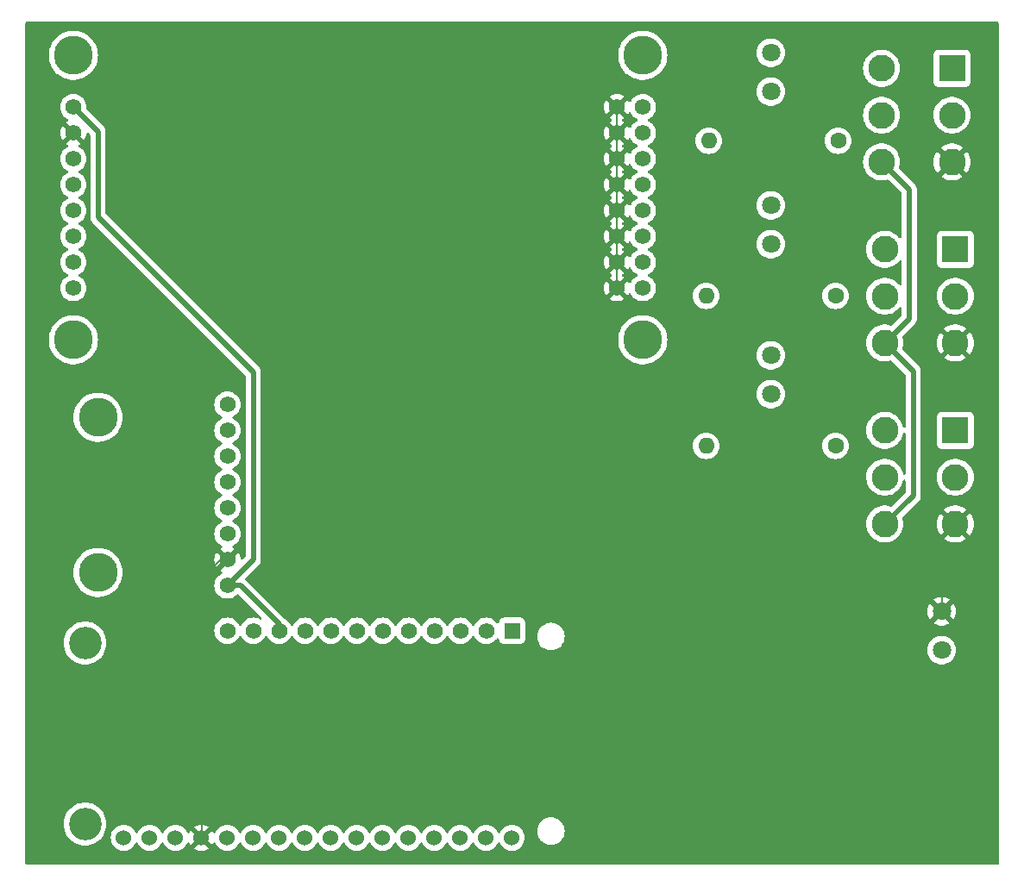
<source format=gbr>
%TF.GenerationSoftware,KiCad,Pcbnew,7.0.11+dfsg-1build4*%
%TF.CreationDate,2024-09-23T14:49:34-04:00*%
%TF.ProjectId,Geophone+Accel+CalibSwitch,47656f70-686f-46e6-952b-416363656c2b,rev?*%
%TF.SameCoordinates,Original*%
%TF.FileFunction,Copper,L2,Bot*%
%TF.FilePolarity,Positive*%
%FSLAX46Y46*%
G04 Gerber Fmt 4.6, Leading zero omitted, Abs format (unit mm)*
G04 Created by KiCad (PCBNEW 7.0.11+dfsg-1build4) date 2024-09-23 14:49:34*
%MOMM*%
%LPD*%
G01*
G04 APERTURE LIST*
%TA.AperFunction,ComponentPad*%
%ADD10R,2.625000X2.625000*%
%TD*%
%TA.AperFunction,ComponentPad*%
%ADD11C,2.625000*%
%TD*%
%TA.AperFunction,ComponentPad*%
%ADD12C,1.803400*%
%TD*%
%TA.AperFunction,ComponentPad*%
%ADD13C,1.600000*%
%TD*%
%TA.AperFunction,ComponentPad*%
%ADD14O,1.600000X1.600000*%
%TD*%
%TA.AperFunction,ComponentPad*%
%ADD15C,3.200000*%
%TD*%
%TA.AperFunction,ComponentPad*%
%ADD16C,1.524000*%
%TD*%
%TA.AperFunction,ComponentPad*%
%ADD17R,1.574800X1.574800*%
%TD*%
%TA.AperFunction,ComponentPad*%
%ADD18C,1.574800*%
%TD*%
%TA.AperFunction,WasherPad*%
%ADD19C,3.810000*%
%TD*%
%TA.AperFunction,Conductor*%
%ADD20C,0.200000*%
%TD*%
%TA.AperFunction,Conductor*%
%ADD21C,0.500000*%
%TD*%
G04 APERTURE END LIST*
D10*
%TO.P,S2,1*%
%TO.N,unconnected-(S2-Pad1)*%
X226379900Y-86360000D03*
D11*
%TO.P,S2,2*%
%TO.N,Net-(G2-Pin_2)*%
X226379900Y-90960000D03*
%TO.P,S2,3*%
%TO.N,GND*%
X226379900Y-95560000D03*
%TO.P,S2,4*%
%TO.N,Net-(G2-Pin_2)*%
X219469900Y-86360000D03*
%TO.P,S2,5*%
%TO.N,Net-(AD1-AIN4)*%
X219469900Y-90960000D03*
%TO.P,S2,6*%
%TO.N,Net-(V1-Pin_1)*%
X219469900Y-95560000D03*
%TD*%
D12*
%TO.P,G3,1,Pin_1*%
%TO.N,Net-(AD1-AIN6)*%
X208280000Y-100584000D03*
%TO.P,G3,2,Pin_2*%
%TO.N,Net-(G3-Pin_2)*%
X208280000Y-96773999D03*
%TD*%
%TO.P,G2,1,Pin_1*%
%TO.N,Net-(AD1-AIN3)*%
X208280000Y-85852000D03*
%TO.P,G2,2,Pin_2*%
%TO.N,Net-(G2-Pin_2)*%
X208280000Y-82041999D03*
%TD*%
%TO.P,G1,1,Pin_1*%
%TO.N,Net-(AD1-AIN0)*%
X208280000Y-70866001D03*
%TO.P,G1,2,Pin_2*%
%TO.N,Net-(G1-Pin_2)*%
X208280000Y-67056000D03*
%TD*%
D13*
%TO.P,R3,1*%
%TO.N,Net-(AD1-AIN7)*%
X214630000Y-105664000D03*
D14*
%TO.P,R3,2*%
%TO.N,Net-(AD1-AIN6)*%
X201930000Y-105664000D03*
%TD*%
D15*
%TO.P,MCU1,*%
%TO.N,*%
X140970000Y-125024000D03*
X140970000Y-142804000D03*
D16*
%TO.P,MCU1,1,~{RESET}*%
%TO.N,unconnected-(MCU1-~{RESET}-Pad1)*%
X144767000Y-144150000D03*
%TO.P,MCU1,2,3V3*%
%TO.N,unconnected-(MCU1-3V3-Pad2)*%
X147307000Y-144150000D03*
%TO.P,MCU1,3,NC*%
%TO.N,unconnected-(MCU1-NC-Pad3)*%
X149847000Y-144150000D03*
%TO.P,MCU1,4,GND*%
%TO.N,GND*%
X152387000Y-144150000D03*
%TO.P,MCU1,5,DAC2/A0*%
%TO.N,unconnected-(MCU1-DAC2{slash}A0-Pad5)*%
X154927000Y-144150000D03*
%TO.P,MCU1,6,DAC1/A1*%
%TO.N,unconnected-(MCU1-DAC1{slash}A1-Pad6)*%
X157467000Y-144150000D03*
%TO.P,MCU1,7,I34/A2*%
%TO.N,unconnected-(MCU1-I34{slash}A2-Pad7)*%
X160007000Y-144150000D03*
%TO.P,MCU1,8,I39/A3*%
%TO.N,unconnected-(MCU1-I39{slash}A3-Pad8)*%
X162547000Y-144150000D03*
%TO.P,MCU1,9,IO36/A4*%
%TO.N,unconnected-(MCU1-IO36{slash}A4-Pad9)*%
X165087000Y-144150000D03*
%TO.P,MCU1,10,IO4/A5*%
%TO.N,unconnected-(MCU1-IO4{slash}A5-Pad10)*%
X167627000Y-144150000D03*
%TO.P,MCU1,11,SCK/IO5*%
%TO.N,Net-(AD1-SCLK)*%
X170167000Y-144150000D03*
%TO.P,MCU1,12,MOSI/IO18*%
%TO.N,Net-(AD1-DIN)*%
X172707000Y-144150000D03*
%TO.P,MCU1,13,MISO/IO19*%
%TO.N,Net-(AD1-DOUT)*%
X175247000Y-144150000D03*
%TO.P,MCU1,14,RX/IO16*%
%TO.N,unconnected-(MCU1-RX{slash}IO16-Pad14)*%
X177787000Y-144150000D03*
%TO.P,MCU1,15,TX/IO17*%
%TO.N,unconnected-(MCU1-TX{slash}IO17-Pad15)*%
X180327000Y-144150000D03*
%TO.P,MCU1,16,IO21*%
%TO.N,unconnected-(MCU1-IO21-Pad16)*%
X182867000Y-144150000D03*
D17*
%TO.P,MCU1,17,SDA/IO23*%
%TO.N,Net-(A1-SDA)*%
X182890000Y-123825000D03*
D18*
%TO.P,MCU1,18,SCL/IO22*%
%TO.N,Net-(A1-SCL)*%
X180350000Y-123825000D03*
%TO.P,MCU1,19,A6/IO14*%
%TO.N,unconnected-(MCU1-A6{slash}IO14-Pad19)*%
X177810000Y-123825000D03*
%TO.P,MCU1,20,A7/IO32*%
%TO.N,unconnected-(MCU1-A7{slash}IO32-Pad20)*%
X175270000Y-123825000D03*
%TO.P,MCU1,21,A8/IO15*%
%TO.N,unconnected-(MCU1-A8{slash}IO15-Pad21)*%
X172730000Y-123825000D03*
%TO.P,MCU1,22,A9/IO33*%
%TO.N,unconnected-(MCU1-A9{slash}IO33-Pad22)*%
X170190000Y-123825000D03*
%TO.P,MCU1,23,A10/IO27*%
%TO.N,unconnected-(MCU1-A10{slash}IO27-Pad23)*%
X167650000Y-123825000D03*
%TO.P,MCU1,24,A11/IO12*%
%TO.N,Net-(AD1-DRDY)*%
X165110000Y-123825000D03*
%TO.P,MCU1,25,A12/IO13*%
%TO.N,Net-(AD1-CS)*%
X162570000Y-123825000D03*
%TO.P,MCU1,26,USB*%
%TO.N,+5V*%
X160030000Y-123825000D03*
%TO.P,MCU1,27,EN*%
%TO.N,unconnected-(MCU1-EN-Pad27)*%
X157490000Y-123825000D03*
%TO.P,MCU1,28,VBAT*%
%TO.N,unconnected-(MCU1-VBAT-Pad28)*%
X154950000Y-123825000D03*
%TD*%
D13*
%TO.P,R2,1*%
%TO.N,Net-(AD1-AIN4)*%
X214630000Y-90932000D03*
D14*
%TO.P,R2,2*%
%TO.N,Net-(AD1-AIN3)*%
X201930000Y-90932000D03*
%TD*%
D10*
%TO.P,S3,1*%
%TO.N,unconnected-(S3-Pad1)*%
X226379900Y-104140000D03*
D11*
%TO.P,S3,2*%
%TO.N,Net-(G3-Pin_2)*%
X226379900Y-108740000D03*
%TO.P,S3,3*%
%TO.N,GND*%
X226379900Y-113340000D03*
%TO.P,S3,4*%
%TO.N,Net-(G3-Pin_2)*%
X219469900Y-104140000D03*
%TO.P,S3,5*%
%TO.N,Net-(AD1-AIN7)*%
X219469900Y-108740000D03*
%TO.P,S3,6*%
%TO.N,Net-(V1-Pin_1)*%
X219469900Y-113340000D03*
%TD*%
D13*
%TO.P,R1,1*%
%TO.N,Net-(AD1-AIN1)*%
X214884000Y-75692000D03*
D14*
%TO.P,R1,2*%
%TO.N,Net-(AD1-AIN0)*%
X202184000Y-75692000D03*
%TD*%
D10*
%TO.P,S1,1*%
%TO.N,unconnected-(S1-Pad1)*%
X226060000Y-68580000D03*
D11*
%TO.P,S1,2*%
%TO.N,Net-(G1-Pin_2)*%
X226060000Y-73180000D03*
%TO.P,S1,3*%
%TO.N,GND*%
X226060000Y-77780000D03*
%TO.P,S1,4*%
%TO.N,Net-(G1-Pin_2)*%
X219150000Y-68580000D03*
%TO.P,S1,5*%
%TO.N,Net-(AD1-AIN1)*%
X219150000Y-73180000D03*
%TO.P,S1,6*%
%TO.N,Net-(V1-Pin_1)*%
X219150000Y-77780000D03*
%TD*%
D19*
%TO.P,AD1,*%
%TO.N,*%
X195707000Y-67310000D03*
X139827000Y-67310000D03*
X195707000Y-95250000D03*
X139827000Y-95250000D03*
D18*
%TO.P,AD1,1,5V*%
%TO.N,+5V*%
X139827000Y-72390000D03*
%TO.P,AD1,2,GND*%
%TO.N,GND*%
X139827000Y-74930000D03*
%TO.P,AD1,3,SCLK*%
%TO.N,Net-(AD1-SCLK)*%
X139827000Y-77470000D03*
%TO.P,AD1,4,DIN*%
%TO.N,Net-(AD1-DIN)*%
X139827000Y-80010000D03*
%TO.P,AD1,5,DOUT*%
%TO.N,Net-(AD1-DOUT)*%
X139827000Y-82550000D03*
%TO.P,AD1,6,DRDY*%
%TO.N,Net-(AD1-DRDY)*%
X139827000Y-85090000D03*
%TO.P,AD1,7,CS*%
%TO.N,Net-(AD1-CS)*%
X139827000Y-87630000D03*
%TO.P,AD1,8,PDWN*%
%TO.N,unconnected-(AD1-PDWN-Pad8)*%
X139827000Y-90170000D03*
%TO.P,AD1,9,AIN0*%
%TO.N,Net-(AD1-AIN0)*%
X195717000Y-72390000D03*
%TO.P,AD1,10,AIN1*%
%TO.N,Net-(AD1-AIN1)*%
X195717000Y-74930000D03*
%TO.P,AD1,11,AIN2*%
%TO.N,unconnected-(AD1-AIN2-Pad11)*%
X195717000Y-77470000D03*
%TO.P,AD1,12,AIN3*%
%TO.N,Net-(AD1-AIN3)*%
X195717000Y-80010000D03*
%TO.P,AD1,13,AIN4*%
%TO.N,Net-(AD1-AIN4)*%
X195717000Y-82550000D03*
%TO.P,AD1,14,AIN5*%
%TO.N,unconnected-(AD1-AIN5-Pad14)*%
X195717000Y-85090000D03*
%TO.P,AD1,15,AIN6*%
%TO.N,Net-(AD1-AIN6)*%
X195717000Y-87630000D03*
%TO.P,AD1,16,AIN7*%
%TO.N,Net-(AD1-AIN7)*%
X195717000Y-90170000D03*
%TO.P,AD1,17,GND*%
%TO.N,GND*%
X193177000Y-90170000D03*
%TO.P,AD1,18,GND*%
X193177000Y-87630000D03*
%TO.P,AD1,19,GND*%
X193177000Y-85090000D03*
%TO.P,AD1,20,GND*%
X193177000Y-82550000D03*
%TO.P,AD1,21,GND*%
X193177000Y-80010000D03*
%TO.P,AD1,22,GND*%
X193177000Y-77470000D03*
%TO.P,AD1,23,GND*%
X193177000Y-74930000D03*
%TO.P,AD1,24,GND*%
X193177000Y-72390000D03*
%TD*%
D12*
%TO.P,V1,1,Pin_1*%
%TO.N,Net-(V1-Pin_1)*%
X225044000Y-125730001D03*
%TO.P,V1,2,Pin_2*%
%TO.N,GND*%
X225044000Y-121920000D03*
%TD*%
D19*
%TO.P,A1,*%
%TO.N,*%
X142240000Y-118110000D03*
X142240000Y-102870000D03*
D18*
%TO.P,A1,1,5V*%
%TO.N,+5V*%
X154940000Y-119380000D03*
%TO.P,A1,2,GND*%
%TO.N,GND*%
X154940000Y-116840000D03*
%TO.P,A1,3,3V3*%
%TO.N,unconnected-(A1-3V3-Pad3)*%
X154940000Y-114300000D03*
%TO.P,A1,4,I2*%
%TO.N,unconnected-(A1-I2-Pad4)*%
X154940000Y-111760000D03*
%TO.P,A1,5,I1*%
%TO.N,unconnected-(A1-I1-Pad5)*%
X154940000Y-109220000D03*
%TO.P,A1,6,SCL*%
%TO.N,Net-(A1-SCL)*%
X154940000Y-106680000D03*
%TO.P,A1,7,SDA*%
%TO.N,Net-(A1-SDA)*%
X154940000Y-104140000D03*
%TO.P,A1,8,A*%
%TO.N,unconnected-(A1-A-Pad8)*%
X154940000Y-101600000D03*
%TD*%
D20*
%TO.N,GND*%
X193177000Y-82550000D02*
X193177000Y-85090000D01*
X225044000Y-117856000D02*
X225044000Y-121920000D01*
X139827000Y-74930000D02*
X136525000Y-78232000D01*
X223520000Y-92700100D02*
X223520000Y-80320000D01*
X193177000Y-74930000D02*
X193177000Y-77470000D01*
X200152000Y-109728000D02*
X200152000Y-146050000D01*
X152082500Y-119062500D02*
X154305000Y-116840000D01*
X193177000Y-73660000D02*
X193177000Y-74930000D01*
X224967300Y-78872700D02*
X226060000Y-77780000D01*
X223520000Y-80320000D02*
X224967300Y-78872700D01*
X223520000Y-110480000D02*
X223520000Y-98420000D01*
X152400000Y-144221000D02*
X152400000Y-118745000D01*
X189992000Y-99568000D02*
X200152000Y-109728000D01*
X200152000Y-117856000D02*
X225044000Y-117856000D01*
X226380000Y-95560000D02*
X226379900Y-95560000D01*
X193177000Y-90170000D02*
X193040000Y-90170000D01*
X193177000Y-87630000D02*
X193177000Y-90170000D01*
X225044000Y-114676000D02*
X226380000Y-113340000D01*
X189992000Y-93218000D02*
X189992000Y-99568000D01*
X226380000Y-113340000D02*
X223520000Y-110480000D01*
X193177000Y-80010000D02*
X193177000Y-82550000D01*
X136525000Y-78232000D02*
X136525000Y-103505000D01*
X200152000Y-146050000D02*
X154287000Y-146050000D01*
X226379900Y-113340000D02*
X226380000Y-113340000D01*
X226379900Y-95560000D02*
X223520000Y-92700100D01*
X154305000Y-116840000D02*
X154940000Y-116840000D01*
X193177000Y-85090000D02*
X193177000Y-87630000D01*
X139827000Y-74930000D02*
X139700000Y-74930000D01*
X193177000Y-77470000D02*
X193177000Y-80010000D01*
X225044000Y-121920000D02*
X225044000Y-114676000D01*
X136525000Y-103505000D02*
X152082500Y-119062500D01*
X193177000Y-72390000D02*
X193177000Y-73660000D01*
X223520000Y-98420000D02*
X226380000Y-95560000D01*
X193040000Y-90170000D02*
X189992000Y-93218000D01*
X154287000Y-146050000D02*
X152387000Y-144150000D01*
D21*
%TO.N,+5V*%
X142240000Y-83185000D02*
X142240000Y-74803000D01*
D20*
X154940000Y-119380000D02*
X155527000Y-119380000D01*
D21*
X142240000Y-74803000D02*
X139827000Y-72390000D01*
X160030000Y-123200000D02*
X156210000Y-119380000D01*
X157480000Y-116840000D02*
X157480000Y-98425000D01*
X154940000Y-119380000D02*
X157480000Y-116840000D01*
X156210000Y-119380000D02*
X154940000Y-119380000D01*
X157480000Y-98425000D02*
X142240000Y-83185000D01*
X160030000Y-123825000D02*
X160030000Y-123200000D01*
%TO.N,Net-(V1-Pin_1)*%
X219470000Y-95560000D02*
X222250000Y-98340000D01*
X221862000Y-93167900D02*
X219469900Y-95560000D01*
X221862000Y-80492000D02*
X221862000Y-93167900D01*
D20*
X219671000Y-113138000D02*
X219570500Y-113239000D01*
D21*
X222250000Y-98340000D02*
X222250000Y-110560000D01*
X219150000Y-77780000D02*
X221862000Y-80492000D01*
D20*
X219470000Y-113340000D02*
X219672000Y-113138000D01*
X219570500Y-113239000D02*
X219470000Y-113340000D01*
X219469900Y-113339600D02*
X219469900Y-113340000D01*
D21*
X222250000Y-110560000D02*
X219672000Y-113138000D01*
D20*
X220859900Y-94170000D02*
X219469900Y-95560000D01*
X220860000Y-94170000D02*
X220859900Y-94170000D01*
X219672000Y-113138000D02*
X219671000Y-113138000D01*
X220860000Y-94170000D02*
X219470000Y-95560000D01*
X219570500Y-113239000D02*
X219469900Y-113339600D01*
%TD*%
%TA.AperFunction,Conductor*%
%TO.N,GND*%
G36*
X194246978Y-88346425D02*
G01*
X194296182Y-88276154D01*
X194334342Y-88194321D01*
X194380514Y-88141881D01*
X194447707Y-88122729D01*
X194514589Y-88142944D01*
X194559106Y-88194320D01*
X194597384Y-88276408D01*
X194597385Y-88276410D01*
X194726643Y-88461011D01*
X194885988Y-88620356D01*
X194885991Y-88620358D01*
X195070590Y-88749615D01*
X195134507Y-88779419D01*
X195152088Y-88787618D01*
X195204527Y-88833790D01*
X195223679Y-88900984D01*
X195203463Y-88967865D01*
X195152088Y-89012382D01*
X195070591Y-89050384D01*
X195070589Y-89050385D01*
X194885988Y-89179643D01*
X194726643Y-89338988D01*
X194597385Y-89523589D01*
X194597384Y-89523591D01*
X194559106Y-89605680D01*
X194512934Y-89658119D01*
X194445740Y-89677271D01*
X194378859Y-89657055D01*
X194334342Y-89605680D01*
X194296180Y-89523842D01*
X194296179Y-89523840D01*
X194246978Y-89453574D01*
X194246978Y-89453573D01*
X193688891Y-90011660D01*
X193684327Y-89989696D01*
X193616869Y-89859507D01*
X193516787Y-89752345D01*
X193391505Y-89676160D01*
X193333530Y-89659916D01*
X193893425Y-89100021D01*
X193893424Y-89100020D01*
X193823159Y-89050820D01*
X193823157Y-89050819D01*
X193740728Y-89012382D01*
X193688289Y-88966210D01*
X193669137Y-88899016D01*
X193689353Y-88832135D01*
X193740729Y-88787618D01*
X193823154Y-88749182D01*
X193893425Y-88699978D01*
X193335951Y-88142503D01*
X193456752Y-88090032D01*
X193570493Y-87997497D01*
X193655051Y-87877706D01*
X193687357Y-87786804D01*
X194246978Y-88346425D01*
G37*
%TD.AperFunction*%
%TA.AperFunction,Conductor*%
G36*
X194246978Y-85806425D02*
G01*
X194296182Y-85736154D01*
X194334342Y-85654321D01*
X194380514Y-85601881D01*
X194447707Y-85582729D01*
X194514589Y-85602944D01*
X194559106Y-85654320D01*
X194597384Y-85736408D01*
X194597385Y-85736410D01*
X194726643Y-85921011D01*
X194885988Y-86080356D01*
X194898376Y-86089030D01*
X195070590Y-86209615D01*
X195134507Y-86239419D01*
X195152088Y-86247618D01*
X195204527Y-86293790D01*
X195223679Y-86360984D01*
X195203463Y-86427865D01*
X195152088Y-86472382D01*
X195070591Y-86510384D01*
X195070589Y-86510385D01*
X194885988Y-86639643D01*
X194726643Y-86798988D01*
X194597385Y-86983589D01*
X194597384Y-86983591D01*
X194559106Y-87065680D01*
X194512934Y-87118119D01*
X194445740Y-87137271D01*
X194378859Y-87117055D01*
X194334342Y-87065680D01*
X194296180Y-86983842D01*
X194296179Y-86983840D01*
X194246978Y-86913574D01*
X194246978Y-86913573D01*
X193688891Y-87471660D01*
X193684327Y-87449696D01*
X193616869Y-87319507D01*
X193516787Y-87212345D01*
X193391505Y-87136160D01*
X193333530Y-87119916D01*
X193893425Y-86560021D01*
X193893424Y-86560020D01*
X193823159Y-86510820D01*
X193823157Y-86510819D01*
X193740728Y-86472382D01*
X193688289Y-86426210D01*
X193669137Y-86359016D01*
X193689353Y-86292135D01*
X193740729Y-86247618D01*
X193823154Y-86209182D01*
X193893425Y-86159978D01*
X193335951Y-85602503D01*
X193456752Y-85550032D01*
X193570493Y-85457497D01*
X193655051Y-85337706D01*
X193687357Y-85246804D01*
X194246978Y-85806425D01*
G37*
%TD.AperFunction*%
%TA.AperFunction,Conductor*%
G36*
X194246978Y-83266425D02*
G01*
X194296182Y-83196154D01*
X194334342Y-83114321D01*
X194380514Y-83061881D01*
X194447707Y-83042729D01*
X194514589Y-83062944D01*
X194559106Y-83114320D01*
X194597384Y-83196408D01*
X194597385Y-83196410D01*
X194726643Y-83381011D01*
X194885988Y-83540356D01*
X194885991Y-83540358D01*
X195070590Y-83669615D01*
X195134507Y-83699419D01*
X195152088Y-83707618D01*
X195204527Y-83753790D01*
X195223679Y-83820984D01*
X195203463Y-83887865D01*
X195152088Y-83932382D01*
X195070591Y-83970384D01*
X195070589Y-83970385D01*
X194885988Y-84099643D01*
X194726643Y-84258988D01*
X194597385Y-84443589D01*
X194597384Y-84443591D01*
X194559106Y-84525680D01*
X194512934Y-84578119D01*
X194445740Y-84597271D01*
X194378859Y-84577055D01*
X194334342Y-84525680D01*
X194296180Y-84443842D01*
X194296179Y-84443840D01*
X194246978Y-84373574D01*
X194246978Y-84373573D01*
X193688891Y-84931660D01*
X193684327Y-84909696D01*
X193616869Y-84779507D01*
X193516787Y-84672345D01*
X193391505Y-84596160D01*
X193333530Y-84579916D01*
X193893425Y-84020021D01*
X193893424Y-84020020D01*
X193823159Y-83970820D01*
X193823157Y-83970819D01*
X193740728Y-83932382D01*
X193688289Y-83886210D01*
X193669137Y-83819016D01*
X193689353Y-83752135D01*
X193740729Y-83707618D01*
X193823154Y-83669182D01*
X193893425Y-83619978D01*
X193335951Y-83062503D01*
X193456752Y-83010032D01*
X193570493Y-82917497D01*
X193655051Y-82797706D01*
X193687357Y-82706804D01*
X194246978Y-83266425D01*
G37*
%TD.AperFunction*%
%TA.AperFunction,Conductor*%
G36*
X194246978Y-80726425D02*
G01*
X194296182Y-80656154D01*
X194334342Y-80574321D01*
X194380514Y-80521881D01*
X194447707Y-80502729D01*
X194514589Y-80522944D01*
X194559106Y-80574320D01*
X194597384Y-80656408D01*
X194597385Y-80656410D01*
X194726643Y-80841011D01*
X194885988Y-81000356D01*
X194885991Y-81000358D01*
X195070590Y-81129615D01*
X195134507Y-81159419D01*
X195152088Y-81167618D01*
X195204527Y-81213790D01*
X195223679Y-81280984D01*
X195203463Y-81347865D01*
X195152088Y-81392382D01*
X195070591Y-81430384D01*
X195070589Y-81430385D01*
X194885988Y-81559643D01*
X194726643Y-81718988D01*
X194597385Y-81903589D01*
X194597384Y-81903591D01*
X194559106Y-81985680D01*
X194512934Y-82038119D01*
X194445740Y-82057271D01*
X194378859Y-82037055D01*
X194334342Y-81985680D01*
X194296180Y-81903842D01*
X194296179Y-81903840D01*
X194246978Y-81833574D01*
X194246978Y-81833573D01*
X193688891Y-82391660D01*
X193684327Y-82369696D01*
X193616869Y-82239507D01*
X193516787Y-82132345D01*
X193391505Y-82056160D01*
X193333530Y-82039916D01*
X193893425Y-81480021D01*
X193893424Y-81480020D01*
X193823159Y-81430820D01*
X193823157Y-81430819D01*
X193740728Y-81392382D01*
X193688289Y-81346210D01*
X193669137Y-81279016D01*
X193689353Y-81212135D01*
X193740729Y-81167618D01*
X193823154Y-81129182D01*
X193893425Y-81079978D01*
X193335951Y-80522503D01*
X193456752Y-80470032D01*
X193570493Y-80377497D01*
X193655051Y-80257706D01*
X193687357Y-80166804D01*
X194246978Y-80726425D01*
G37*
%TD.AperFunction*%
%TA.AperFunction,Conductor*%
G36*
X194246978Y-78186425D02*
G01*
X194296182Y-78116154D01*
X194334342Y-78034321D01*
X194380514Y-77981881D01*
X194447707Y-77962729D01*
X194514589Y-77982944D01*
X194559106Y-78034320D01*
X194597384Y-78116408D01*
X194597385Y-78116410D01*
X194726643Y-78301011D01*
X194885988Y-78460356D01*
X194885991Y-78460358D01*
X195070590Y-78589615D01*
X195123069Y-78614086D01*
X195152088Y-78627618D01*
X195204527Y-78673790D01*
X195223679Y-78740984D01*
X195203463Y-78807865D01*
X195152088Y-78852382D01*
X195070591Y-78890384D01*
X195070589Y-78890385D01*
X194885988Y-79019643D01*
X194726643Y-79178988D01*
X194597385Y-79363589D01*
X194597384Y-79363591D01*
X194559106Y-79445680D01*
X194512934Y-79498119D01*
X194445740Y-79517271D01*
X194378859Y-79497055D01*
X194334342Y-79445680D01*
X194296180Y-79363842D01*
X194296179Y-79363840D01*
X194246978Y-79293574D01*
X194246978Y-79293573D01*
X193688891Y-79851660D01*
X193684327Y-79829696D01*
X193616869Y-79699507D01*
X193516787Y-79592345D01*
X193391505Y-79516160D01*
X193333530Y-79499916D01*
X193893425Y-78940021D01*
X193893424Y-78940020D01*
X193823159Y-78890820D01*
X193823157Y-78890819D01*
X193740728Y-78852382D01*
X193688289Y-78806210D01*
X193669137Y-78739016D01*
X193689353Y-78672135D01*
X193740729Y-78627618D01*
X193823154Y-78589182D01*
X193893425Y-78539978D01*
X193335951Y-77982503D01*
X193456752Y-77930032D01*
X193570493Y-77837497D01*
X193655051Y-77717706D01*
X193687357Y-77626804D01*
X194246978Y-78186425D01*
G37*
%TD.AperFunction*%
%TA.AperFunction,Conductor*%
G36*
X194246978Y-75646425D02*
G01*
X194296182Y-75576154D01*
X194334342Y-75494321D01*
X194380514Y-75441881D01*
X194447707Y-75422729D01*
X194514589Y-75442944D01*
X194559106Y-75494320D01*
X194597384Y-75576408D01*
X194597385Y-75576410D01*
X194726643Y-75761011D01*
X194885988Y-75920356D01*
X194885991Y-75920358D01*
X195070590Y-76049615D01*
X195134507Y-76079419D01*
X195152088Y-76087618D01*
X195204527Y-76133790D01*
X195223679Y-76200984D01*
X195203463Y-76267865D01*
X195152088Y-76312382D01*
X195070591Y-76350384D01*
X195070589Y-76350385D01*
X194885988Y-76479643D01*
X194726643Y-76638988D01*
X194597385Y-76823589D01*
X194597384Y-76823591D01*
X194559106Y-76905680D01*
X194512934Y-76958119D01*
X194445740Y-76977271D01*
X194378859Y-76957055D01*
X194334342Y-76905680D01*
X194296180Y-76823842D01*
X194296179Y-76823840D01*
X194246978Y-76753574D01*
X194246978Y-76753573D01*
X193688891Y-77311660D01*
X193684327Y-77289696D01*
X193616869Y-77159507D01*
X193516787Y-77052345D01*
X193391505Y-76976160D01*
X193333530Y-76959916D01*
X193893425Y-76400021D01*
X193893424Y-76400020D01*
X193823159Y-76350820D01*
X193823157Y-76350819D01*
X193740728Y-76312382D01*
X193688289Y-76266210D01*
X193669137Y-76199016D01*
X193689353Y-76132135D01*
X193740729Y-76087618D01*
X193823154Y-76049182D01*
X193893425Y-75999978D01*
X193335951Y-75442503D01*
X193456752Y-75390032D01*
X193570493Y-75297497D01*
X193655051Y-75177706D01*
X193687357Y-75086804D01*
X194246978Y-75646425D01*
G37*
%TD.AperFunction*%
%TA.AperFunction,Conductor*%
G36*
X194246978Y-73106425D02*
G01*
X194296182Y-73036154D01*
X194334342Y-72954321D01*
X194380514Y-72901881D01*
X194447707Y-72882729D01*
X194514589Y-72902944D01*
X194559106Y-72954320D01*
X194597384Y-73036408D01*
X194597385Y-73036410D01*
X194726643Y-73221011D01*
X194885988Y-73380356D01*
X194885991Y-73380358D01*
X195070590Y-73509615D01*
X195134507Y-73539419D01*
X195152088Y-73547618D01*
X195204527Y-73593790D01*
X195223679Y-73660984D01*
X195203463Y-73727865D01*
X195152088Y-73772382D01*
X195070591Y-73810384D01*
X195070589Y-73810385D01*
X194885988Y-73939643D01*
X194726643Y-74098988D01*
X194597385Y-74283589D01*
X194597384Y-74283591D01*
X194559106Y-74365680D01*
X194512934Y-74418119D01*
X194445740Y-74437271D01*
X194378859Y-74417055D01*
X194334342Y-74365680D01*
X194296180Y-74283842D01*
X194296179Y-74283840D01*
X194246978Y-74213574D01*
X194246978Y-74213573D01*
X193688891Y-74771660D01*
X193684327Y-74749696D01*
X193616869Y-74619507D01*
X193516787Y-74512345D01*
X193391505Y-74436160D01*
X193333530Y-74419916D01*
X193893425Y-73860021D01*
X193893424Y-73860020D01*
X193823159Y-73810820D01*
X193823157Y-73810819D01*
X193740728Y-73772382D01*
X193688289Y-73726210D01*
X193669137Y-73659016D01*
X193689353Y-73592135D01*
X193740729Y-73547618D01*
X193823154Y-73509182D01*
X193893425Y-73459978D01*
X193335951Y-72902503D01*
X193456752Y-72850032D01*
X193570493Y-72757497D01*
X193655051Y-72637706D01*
X193687357Y-72546804D01*
X194246978Y-73106425D01*
G37*
%TD.AperFunction*%
%TA.AperFunction,Conductor*%
G36*
X230582539Y-64020185D02*
G01*
X230628294Y-64072989D01*
X230639500Y-64124500D01*
X230639500Y-146695500D01*
X230619815Y-146762539D01*
X230567011Y-146808294D01*
X230515500Y-146819500D01*
X135244500Y-146819500D01*
X135177461Y-146799815D01*
X135131706Y-146747011D01*
X135120500Y-146695500D01*
X135120500Y-142804000D01*
X138864592Y-142804000D01*
X138884201Y-143090680D01*
X138884201Y-143090684D01*
X138884202Y-143090686D01*
X138885776Y-143098259D01*
X138942666Y-143372034D01*
X138942667Y-143372037D01*
X139038894Y-143642793D01*
X139038893Y-143642793D01*
X139171098Y-143897935D01*
X139336812Y-144132700D01*
X139381761Y-144180828D01*
X139532947Y-144342708D01*
X139755853Y-144524055D01*
X139969897Y-144654219D01*
X140001382Y-144673365D01*
X140188237Y-144754526D01*
X140264942Y-144787844D01*
X140541642Y-144865371D01*
X140791920Y-144899771D01*
X140826321Y-144904500D01*
X140826322Y-144904500D01*
X141113679Y-144904500D01*
X141144370Y-144900281D01*
X141398358Y-144865371D01*
X141675058Y-144787844D01*
X141788015Y-144738779D01*
X141938617Y-144673365D01*
X141938620Y-144673363D01*
X141938625Y-144673361D01*
X142184147Y-144524055D01*
X142407053Y-144342708D01*
X142587028Y-144150002D01*
X143499677Y-144150002D01*
X143518929Y-144370062D01*
X143518930Y-144370070D01*
X143576104Y-144583445D01*
X143576105Y-144583447D01*
X143576106Y-144583450D01*
X143666313Y-144776901D01*
X143669466Y-144783662D01*
X143669468Y-144783666D01*
X143796170Y-144964615D01*
X143796175Y-144964621D01*
X143952378Y-145120824D01*
X143952384Y-145120829D01*
X144133333Y-145247531D01*
X144133335Y-145247532D01*
X144133338Y-145247534D01*
X144333550Y-145340894D01*
X144546932Y-145398070D01*
X144704123Y-145411822D01*
X144766998Y-145417323D01*
X144767000Y-145417323D01*
X144767002Y-145417323D01*
X144822017Y-145412509D01*
X144987068Y-145398070D01*
X145200450Y-145340894D01*
X145400662Y-145247534D01*
X145581620Y-145120826D01*
X145737826Y-144964620D01*
X145864534Y-144783662D01*
X145924618Y-144654811D01*
X145970790Y-144602371D01*
X146037983Y-144583219D01*
X146104865Y-144603435D01*
X146149382Y-144654811D01*
X146209464Y-144783658D01*
X146209468Y-144783666D01*
X146336170Y-144964615D01*
X146336175Y-144964621D01*
X146492378Y-145120824D01*
X146492384Y-145120829D01*
X146673333Y-145247531D01*
X146673335Y-145247532D01*
X146673338Y-145247534D01*
X146873550Y-145340894D01*
X147086932Y-145398070D01*
X147244123Y-145411822D01*
X147306998Y-145417323D01*
X147307000Y-145417323D01*
X147307002Y-145417323D01*
X147362017Y-145412509D01*
X147527068Y-145398070D01*
X147740450Y-145340894D01*
X147940662Y-145247534D01*
X148121620Y-145120826D01*
X148277826Y-144964620D01*
X148404534Y-144783662D01*
X148464618Y-144654811D01*
X148510790Y-144602371D01*
X148577983Y-144583219D01*
X148644865Y-144603435D01*
X148689382Y-144654811D01*
X148749464Y-144783658D01*
X148749468Y-144783666D01*
X148876170Y-144964615D01*
X148876175Y-144964621D01*
X149032378Y-145120824D01*
X149032384Y-145120829D01*
X149213333Y-145247531D01*
X149213335Y-145247532D01*
X149213338Y-145247534D01*
X149413550Y-145340894D01*
X149626932Y-145398070D01*
X149784123Y-145411822D01*
X149846998Y-145417323D01*
X149847000Y-145417323D01*
X149847002Y-145417323D01*
X149902017Y-145412509D01*
X150067068Y-145398070D01*
X150280450Y-145340894D01*
X150480662Y-145247534D01*
X150661620Y-145120826D01*
X150817826Y-144964620D01*
X150944534Y-144783662D01*
X151004894Y-144654218D01*
X151051066Y-144601779D01*
X151118259Y-144582627D01*
X151185141Y-144602843D01*
X151229658Y-144654219D01*
X151289898Y-144783405D01*
X151289901Y-144783411D01*
X151335258Y-144848187D01*
X151335259Y-144848188D01*
X151897477Y-144285969D01*
X151920155Y-144363201D01*
X151999131Y-144486090D01*
X152109530Y-144581752D01*
X152242408Y-144642435D01*
X152247399Y-144643152D01*
X151688810Y-145201740D01*
X151753590Y-145247099D01*
X151753592Y-145247100D01*
X151953715Y-145340419D01*
X151953729Y-145340424D01*
X152167013Y-145397573D01*
X152167023Y-145397575D01*
X152386999Y-145416821D01*
X152387001Y-145416821D01*
X152606976Y-145397575D01*
X152606986Y-145397573D01*
X152820270Y-145340424D01*
X152820284Y-145340419D01*
X153020407Y-145247100D01*
X153020417Y-145247094D01*
X153085188Y-145201741D01*
X152526600Y-144643152D01*
X152531592Y-144642435D01*
X152664470Y-144581752D01*
X152774869Y-144486090D01*
X152853845Y-144363201D01*
X152876522Y-144285969D01*
X153438741Y-144848188D01*
X153484094Y-144783417D01*
X153484095Y-144783416D01*
X153544340Y-144654219D01*
X153590512Y-144601780D01*
X153657706Y-144582627D01*
X153724587Y-144602842D01*
X153769105Y-144654218D01*
X153829466Y-144783662D01*
X153829468Y-144783666D01*
X153956170Y-144964615D01*
X153956175Y-144964621D01*
X154112378Y-145120824D01*
X154112384Y-145120829D01*
X154293333Y-145247531D01*
X154293335Y-145247532D01*
X154293338Y-145247534D01*
X154493550Y-145340894D01*
X154706932Y-145398070D01*
X154864123Y-145411822D01*
X154926998Y-145417323D01*
X154927000Y-145417323D01*
X154927002Y-145417323D01*
X154982017Y-145412509D01*
X155147068Y-145398070D01*
X155360450Y-145340894D01*
X155560662Y-145247534D01*
X155741620Y-145120826D01*
X155897826Y-144964620D01*
X156024534Y-144783662D01*
X156084618Y-144654811D01*
X156130790Y-144602371D01*
X156197983Y-144583219D01*
X156264865Y-144603435D01*
X156309382Y-144654811D01*
X156369464Y-144783658D01*
X156369468Y-144783666D01*
X156496170Y-144964615D01*
X156496175Y-144964621D01*
X156652378Y-145120824D01*
X156652384Y-145120829D01*
X156833333Y-145247531D01*
X156833335Y-145247532D01*
X156833338Y-145247534D01*
X157033550Y-145340894D01*
X157246932Y-145398070D01*
X157404123Y-145411822D01*
X157466998Y-145417323D01*
X157467000Y-145417323D01*
X157467002Y-145417323D01*
X157522017Y-145412509D01*
X157687068Y-145398070D01*
X157900450Y-145340894D01*
X158100662Y-145247534D01*
X158281620Y-145120826D01*
X158437826Y-144964620D01*
X158564534Y-144783662D01*
X158624618Y-144654811D01*
X158670790Y-144602371D01*
X158737983Y-144583219D01*
X158804865Y-144603435D01*
X158849382Y-144654811D01*
X158909464Y-144783658D01*
X158909468Y-144783666D01*
X159036170Y-144964615D01*
X159036175Y-144964621D01*
X159192378Y-145120824D01*
X159192384Y-145120829D01*
X159373333Y-145247531D01*
X159373335Y-145247532D01*
X159373338Y-145247534D01*
X159573550Y-145340894D01*
X159786932Y-145398070D01*
X159944123Y-145411822D01*
X160006998Y-145417323D01*
X160007000Y-145417323D01*
X160007002Y-145417323D01*
X160062017Y-145412509D01*
X160227068Y-145398070D01*
X160440450Y-145340894D01*
X160640662Y-145247534D01*
X160821620Y-145120826D01*
X160977826Y-144964620D01*
X161104534Y-144783662D01*
X161164618Y-144654811D01*
X161210790Y-144602371D01*
X161277983Y-144583219D01*
X161344865Y-144603435D01*
X161389382Y-144654811D01*
X161449464Y-144783658D01*
X161449468Y-144783666D01*
X161576170Y-144964615D01*
X161576175Y-144964621D01*
X161732378Y-145120824D01*
X161732384Y-145120829D01*
X161913333Y-145247531D01*
X161913335Y-145247532D01*
X161913338Y-145247534D01*
X162113550Y-145340894D01*
X162326932Y-145398070D01*
X162484123Y-145411822D01*
X162546998Y-145417323D01*
X162547000Y-145417323D01*
X162547002Y-145417323D01*
X162602017Y-145412509D01*
X162767068Y-145398070D01*
X162980450Y-145340894D01*
X163180662Y-145247534D01*
X163361620Y-145120826D01*
X163517826Y-144964620D01*
X163644534Y-144783662D01*
X163704618Y-144654811D01*
X163750790Y-144602371D01*
X163817983Y-144583219D01*
X163884865Y-144603435D01*
X163929382Y-144654811D01*
X163989464Y-144783658D01*
X163989468Y-144783666D01*
X164116170Y-144964615D01*
X164116175Y-144964621D01*
X164272378Y-145120824D01*
X164272384Y-145120829D01*
X164453333Y-145247531D01*
X164453335Y-145247532D01*
X164453338Y-145247534D01*
X164653550Y-145340894D01*
X164866932Y-145398070D01*
X165024123Y-145411822D01*
X165086998Y-145417323D01*
X165087000Y-145417323D01*
X165087002Y-145417323D01*
X165142017Y-145412509D01*
X165307068Y-145398070D01*
X165520450Y-145340894D01*
X165720662Y-145247534D01*
X165901620Y-145120826D01*
X166057826Y-144964620D01*
X166184534Y-144783662D01*
X166244618Y-144654811D01*
X166290790Y-144602371D01*
X166357983Y-144583219D01*
X166424865Y-144603435D01*
X166469382Y-144654811D01*
X166529464Y-144783658D01*
X166529468Y-144783666D01*
X166656170Y-144964615D01*
X166656175Y-144964621D01*
X166812378Y-145120824D01*
X166812384Y-145120829D01*
X166993333Y-145247531D01*
X166993335Y-145247532D01*
X166993338Y-145247534D01*
X167193550Y-145340894D01*
X167406932Y-145398070D01*
X167564123Y-145411822D01*
X167626998Y-145417323D01*
X167627000Y-145417323D01*
X167627002Y-145417323D01*
X167682017Y-145412509D01*
X167847068Y-145398070D01*
X168060450Y-145340894D01*
X168260662Y-145247534D01*
X168441620Y-145120826D01*
X168597826Y-144964620D01*
X168724534Y-144783662D01*
X168784618Y-144654811D01*
X168830790Y-144602371D01*
X168897983Y-144583219D01*
X168964865Y-144603435D01*
X169009382Y-144654811D01*
X169069464Y-144783658D01*
X169069468Y-144783666D01*
X169196170Y-144964615D01*
X169196175Y-144964621D01*
X169352378Y-145120824D01*
X169352384Y-145120829D01*
X169533333Y-145247531D01*
X169533335Y-145247532D01*
X169533338Y-145247534D01*
X169733550Y-145340894D01*
X169946932Y-145398070D01*
X170104123Y-145411822D01*
X170166998Y-145417323D01*
X170167000Y-145417323D01*
X170167002Y-145417323D01*
X170222017Y-145412509D01*
X170387068Y-145398070D01*
X170600450Y-145340894D01*
X170800662Y-145247534D01*
X170981620Y-145120826D01*
X171137826Y-144964620D01*
X171264534Y-144783662D01*
X171324618Y-144654811D01*
X171370790Y-144602371D01*
X171437983Y-144583219D01*
X171504865Y-144603435D01*
X171549382Y-144654811D01*
X171609464Y-144783658D01*
X171609468Y-144783666D01*
X171736170Y-144964615D01*
X171736175Y-144964621D01*
X171892378Y-145120824D01*
X171892384Y-145120829D01*
X172073333Y-145247531D01*
X172073335Y-145247532D01*
X172073338Y-145247534D01*
X172273550Y-145340894D01*
X172486932Y-145398070D01*
X172644123Y-145411822D01*
X172706998Y-145417323D01*
X172707000Y-145417323D01*
X172707002Y-145417323D01*
X172762017Y-145412509D01*
X172927068Y-145398070D01*
X173140450Y-145340894D01*
X173340662Y-145247534D01*
X173521620Y-145120826D01*
X173677826Y-144964620D01*
X173804534Y-144783662D01*
X173864618Y-144654811D01*
X173910790Y-144602371D01*
X173977983Y-144583219D01*
X174044865Y-144603435D01*
X174089382Y-144654811D01*
X174149464Y-144783658D01*
X174149468Y-144783666D01*
X174276170Y-144964615D01*
X174276175Y-144964621D01*
X174432378Y-145120824D01*
X174432384Y-145120829D01*
X174613333Y-145247531D01*
X174613335Y-145247532D01*
X174613338Y-145247534D01*
X174813550Y-145340894D01*
X175026932Y-145398070D01*
X175184123Y-145411822D01*
X175246998Y-145417323D01*
X175247000Y-145417323D01*
X175247002Y-145417323D01*
X175302017Y-145412509D01*
X175467068Y-145398070D01*
X175680450Y-145340894D01*
X175880662Y-145247534D01*
X176061620Y-145120826D01*
X176217826Y-144964620D01*
X176344534Y-144783662D01*
X176404618Y-144654811D01*
X176450790Y-144602371D01*
X176517983Y-144583219D01*
X176584865Y-144603435D01*
X176629382Y-144654811D01*
X176689464Y-144783658D01*
X176689468Y-144783666D01*
X176816170Y-144964615D01*
X176816175Y-144964621D01*
X176972378Y-145120824D01*
X176972384Y-145120829D01*
X177153333Y-145247531D01*
X177153335Y-145247532D01*
X177153338Y-145247534D01*
X177353550Y-145340894D01*
X177566932Y-145398070D01*
X177724123Y-145411822D01*
X177786998Y-145417323D01*
X177787000Y-145417323D01*
X177787002Y-145417323D01*
X177842017Y-145412509D01*
X178007068Y-145398070D01*
X178220450Y-145340894D01*
X178420662Y-145247534D01*
X178601620Y-145120826D01*
X178757826Y-144964620D01*
X178884534Y-144783662D01*
X178944618Y-144654811D01*
X178990790Y-144602371D01*
X179057983Y-144583219D01*
X179124865Y-144603435D01*
X179169382Y-144654811D01*
X179229464Y-144783658D01*
X179229468Y-144783666D01*
X179356170Y-144964615D01*
X179356175Y-144964621D01*
X179512378Y-145120824D01*
X179512384Y-145120829D01*
X179693333Y-145247531D01*
X179693335Y-145247532D01*
X179693338Y-145247534D01*
X179893550Y-145340894D01*
X180106932Y-145398070D01*
X180264123Y-145411822D01*
X180326998Y-145417323D01*
X180327000Y-145417323D01*
X180327002Y-145417323D01*
X180382017Y-145412509D01*
X180547068Y-145398070D01*
X180760450Y-145340894D01*
X180960662Y-145247534D01*
X181141620Y-145120826D01*
X181297826Y-144964620D01*
X181424534Y-144783662D01*
X181484618Y-144654811D01*
X181530790Y-144602371D01*
X181597983Y-144583219D01*
X181664865Y-144603435D01*
X181709382Y-144654811D01*
X181769464Y-144783658D01*
X181769468Y-144783666D01*
X181896170Y-144964615D01*
X181896175Y-144964621D01*
X182052378Y-145120824D01*
X182052384Y-145120829D01*
X182233333Y-145247531D01*
X182233335Y-145247532D01*
X182233338Y-145247534D01*
X182433550Y-145340894D01*
X182646932Y-145398070D01*
X182804123Y-145411822D01*
X182866998Y-145417323D01*
X182867000Y-145417323D01*
X182867002Y-145417323D01*
X182922017Y-145412509D01*
X183087068Y-145398070D01*
X183300450Y-145340894D01*
X183500662Y-145247534D01*
X183681620Y-145120826D01*
X183837826Y-144964620D01*
X183964534Y-144783662D01*
X184057894Y-144583450D01*
X184115070Y-144370068D01*
X184129509Y-144205017D01*
X184134323Y-144150002D01*
X184134323Y-144149997D01*
X184127103Y-144067474D01*
X184115070Y-143929932D01*
X184057894Y-143716550D01*
X183964534Y-143516339D01*
X183955194Y-143503000D01*
X185335341Y-143503000D01*
X185355936Y-143738403D01*
X185355938Y-143738413D01*
X185417094Y-143966655D01*
X185417096Y-143966659D01*
X185417097Y-143966663D01*
X185467031Y-144073746D01*
X185516964Y-144180828D01*
X185516965Y-144180830D01*
X185652505Y-144374402D01*
X185819597Y-144541494D01*
X186013169Y-144677034D01*
X186013171Y-144677035D01*
X186227337Y-144776903D01*
X186455592Y-144838063D01*
X186632032Y-144853499D01*
X186632033Y-144853500D01*
X186632034Y-144853500D01*
X186749967Y-144853500D01*
X186749967Y-144853499D01*
X186926408Y-144838063D01*
X187154663Y-144776903D01*
X187368829Y-144677035D01*
X187562401Y-144541495D01*
X187729495Y-144374401D01*
X187865035Y-144180830D01*
X187964903Y-143966663D01*
X188026063Y-143738408D01*
X188046659Y-143503000D01*
X188026063Y-143267592D01*
X187978660Y-143090680D01*
X187964905Y-143039344D01*
X187964904Y-143039343D01*
X187964903Y-143039337D01*
X187865035Y-142825171D01*
X187865034Y-142825169D01*
X187729494Y-142631597D01*
X187562402Y-142464505D01*
X187368830Y-142328965D01*
X187368828Y-142328964D01*
X187261746Y-142279031D01*
X187154663Y-142229097D01*
X187154659Y-142229096D01*
X187154655Y-142229094D01*
X186926413Y-142167938D01*
X186926403Y-142167936D01*
X186749967Y-142152500D01*
X186749966Y-142152500D01*
X186632034Y-142152500D01*
X186632033Y-142152500D01*
X186455596Y-142167936D01*
X186455586Y-142167938D01*
X186227344Y-142229094D01*
X186227335Y-142229098D01*
X186013171Y-142328964D01*
X186013169Y-142328965D01*
X185819597Y-142464505D01*
X185652506Y-142631597D01*
X185652501Y-142631604D01*
X185516967Y-142825165D01*
X185516965Y-142825169D01*
X185417098Y-143039335D01*
X185417094Y-143039344D01*
X185355938Y-143267586D01*
X185355936Y-143267596D01*
X185335341Y-143502999D01*
X185335341Y-143503000D01*
X183955194Y-143503000D01*
X183901180Y-143425859D01*
X183837827Y-143335381D01*
X183770032Y-143267586D01*
X183681620Y-143179174D01*
X183681616Y-143179171D01*
X183681615Y-143179170D01*
X183500666Y-143052468D01*
X183500662Y-143052466D01*
X183472522Y-143039344D01*
X183300450Y-142959106D01*
X183300447Y-142959105D01*
X183300445Y-142959104D01*
X183087070Y-142901930D01*
X183087062Y-142901929D01*
X182867002Y-142882677D01*
X182866998Y-142882677D01*
X182646937Y-142901929D01*
X182646929Y-142901930D01*
X182433554Y-142959104D01*
X182433548Y-142959107D01*
X182233340Y-143052465D01*
X182233338Y-143052466D01*
X182052377Y-143179175D01*
X181896175Y-143335377D01*
X181769466Y-143516338D01*
X181769465Y-143516340D01*
X181709382Y-143645189D01*
X181663209Y-143697628D01*
X181596016Y-143716780D01*
X181529135Y-143696564D01*
X181484618Y-143645189D01*
X181424651Y-143516590D01*
X181424534Y-143516339D01*
X181361180Y-143425859D01*
X181297827Y-143335381D01*
X181230032Y-143267586D01*
X181141620Y-143179174D01*
X181141616Y-143179171D01*
X181141615Y-143179170D01*
X180960666Y-143052468D01*
X180960662Y-143052466D01*
X180932522Y-143039344D01*
X180760450Y-142959106D01*
X180760447Y-142959105D01*
X180760445Y-142959104D01*
X180547070Y-142901930D01*
X180547062Y-142901929D01*
X180327002Y-142882677D01*
X180326998Y-142882677D01*
X180106937Y-142901929D01*
X180106929Y-142901930D01*
X179893554Y-142959104D01*
X179893548Y-142959107D01*
X179693340Y-143052465D01*
X179693338Y-143052466D01*
X179512377Y-143179175D01*
X179356175Y-143335377D01*
X179229466Y-143516338D01*
X179229465Y-143516340D01*
X179169382Y-143645189D01*
X179123209Y-143697628D01*
X179056016Y-143716780D01*
X178989135Y-143696564D01*
X178944618Y-143645189D01*
X178884651Y-143516590D01*
X178884534Y-143516339D01*
X178821180Y-143425859D01*
X178757827Y-143335381D01*
X178690032Y-143267586D01*
X178601620Y-143179174D01*
X178601616Y-143179171D01*
X178601615Y-143179170D01*
X178420666Y-143052468D01*
X178420662Y-143052466D01*
X178392522Y-143039344D01*
X178220450Y-142959106D01*
X178220447Y-142959105D01*
X178220445Y-142959104D01*
X178007070Y-142901930D01*
X178007062Y-142901929D01*
X177787002Y-142882677D01*
X177786998Y-142882677D01*
X177566937Y-142901929D01*
X177566929Y-142901930D01*
X177353554Y-142959104D01*
X177353548Y-142959107D01*
X177153340Y-143052465D01*
X177153338Y-143052466D01*
X176972377Y-143179175D01*
X176816175Y-143335377D01*
X176689466Y-143516338D01*
X176689465Y-143516340D01*
X176629382Y-143645189D01*
X176583209Y-143697628D01*
X176516016Y-143716780D01*
X176449135Y-143696564D01*
X176404618Y-143645189D01*
X176344651Y-143516590D01*
X176344534Y-143516339D01*
X176281180Y-143425859D01*
X176217827Y-143335381D01*
X176150032Y-143267586D01*
X176061620Y-143179174D01*
X176061616Y-143179171D01*
X176061615Y-143179170D01*
X175880666Y-143052468D01*
X175880662Y-143052466D01*
X175852522Y-143039344D01*
X175680450Y-142959106D01*
X175680447Y-142959105D01*
X175680445Y-142959104D01*
X175467070Y-142901930D01*
X175467062Y-142901929D01*
X175247002Y-142882677D01*
X175246998Y-142882677D01*
X175026937Y-142901929D01*
X175026929Y-142901930D01*
X174813554Y-142959104D01*
X174813548Y-142959107D01*
X174613340Y-143052465D01*
X174613338Y-143052466D01*
X174432377Y-143179175D01*
X174276175Y-143335377D01*
X174149466Y-143516338D01*
X174149465Y-143516340D01*
X174089382Y-143645189D01*
X174043209Y-143697628D01*
X173976016Y-143716780D01*
X173909135Y-143696564D01*
X173864618Y-143645189D01*
X173804651Y-143516590D01*
X173804534Y-143516339D01*
X173741180Y-143425859D01*
X173677827Y-143335381D01*
X173610032Y-143267586D01*
X173521620Y-143179174D01*
X173521616Y-143179171D01*
X173521615Y-143179170D01*
X173340666Y-143052468D01*
X173340662Y-143052466D01*
X173312522Y-143039344D01*
X173140450Y-142959106D01*
X173140447Y-142959105D01*
X173140445Y-142959104D01*
X172927070Y-142901930D01*
X172927062Y-142901929D01*
X172707002Y-142882677D01*
X172706998Y-142882677D01*
X172486937Y-142901929D01*
X172486929Y-142901930D01*
X172273554Y-142959104D01*
X172273548Y-142959107D01*
X172073340Y-143052465D01*
X172073338Y-143052466D01*
X171892377Y-143179175D01*
X171736175Y-143335377D01*
X171609466Y-143516338D01*
X171609465Y-143516340D01*
X171549382Y-143645189D01*
X171503209Y-143697628D01*
X171436016Y-143716780D01*
X171369135Y-143696564D01*
X171324618Y-143645189D01*
X171264651Y-143516590D01*
X171264534Y-143516339D01*
X171201180Y-143425859D01*
X171137827Y-143335381D01*
X171070032Y-143267586D01*
X170981620Y-143179174D01*
X170981616Y-143179171D01*
X170981615Y-143179170D01*
X170800666Y-143052468D01*
X170800662Y-143052466D01*
X170772522Y-143039344D01*
X170600450Y-142959106D01*
X170600447Y-142959105D01*
X170600445Y-142959104D01*
X170387070Y-142901930D01*
X170387062Y-142901929D01*
X170167002Y-142882677D01*
X170166998Y-142882677D01*
X169946937Y-142901929D01*
X169946929Y-142901930D01*
X169733554Y-142959104D01*
X169733548Y-142959107D01*
X169533340Y-143052465D01*
X169533338Y-143052466D01*
X169352377Y-143179175D01*
X169196175Y-143335377D01*
X169069466Y-143516338D01*
X169069465Y-143516340D01*
X169009382Y-143645189D01*
X168963209Y-143697628D01*
X168896016Y-143716780D01*
X168829135Y-143696564D01*
X168784618Y-143645189D01*
X168724651Y-143516590D01*
X168724534Y-143516339D01*
X168661180Y-143425859D01*
X168597827Y-143335381D01*
X168530032Y-143267586D01*
X168441620Y-143179174D01*
X168441616Y-143179171D01*
X168441615Y-143179170D01*
X168260666Y-143052468D01*
X168260662Y-143052466D01*
X168232522Y-143039344D01*
X168060450Y-142959106D01*
X168060447Y-142959105D01*
X168060445Y-142959104D01*
X167847070Y-142901930D01*
X167847062Y-142901929D01*
X167627002Y-142882677D01*
X167626998Y-142882677D01*
X167406937Y-142901929D01*
X167406929Y-142901930D01*
X167193554Y-142959104D01*
X167193548Y-142959107D01*
X166993340Y-143052465D01*
X166993338Y-143052466D01*
X166812377Y-143179175D01*
X166656175Y-143335377D01*
X166529466Y-143516338D01*
X166529465Y-143516340D01*
X166469382Y-143645189D01*
X166423209Y-143697628D01*
X166356016Y-143716780D01*
X166289135Y-143696564D01*
X166244618Y-143645189D01*
X166184651Y-143516590D01*
X166184534Y-143516339D01*
X166121180Y-143425859D01*
X166057827Y-143335381D01*
X165990032Y-143267586D01*
X165901620Y-143179174D01*
X165901616Y-143179171D01*
X165901615Y-143179170D01*
X165720666Y-143052468D01*
X165720662Y-143052466D01*
X165692522Y-143039344D01*
X165520450Y-142959106D01*
X165520447Y-142959105D01*
X165520445Y-142959104D01*
X165307070Y-142901930D01*
X165307062Y-142901929D01*
X165087002Y-142882677D01*
X165086998Y-142882677D01*
X164866937Y-142901929D01*
X164866929Y-142901930D01*
X164653554Y-142959104D01*
X164653548Y-142959107D01*
X164453340Y-143052465D01*
X164453338Y-143052466D01*
X164272377Y-143179175D01*
X164116175Y-143335377D01*
X163989466Y-143516338D01*
X163989465Y-143516340D01*
X163929382Y-143645189D01*
X163883209Y-143697628D01*
X163816016Y-143716780D01*
X163749135Y-143696564D01*
X163704618Y-143645189D01*
X163644651Y-143516590D01*
X163644534Y-143516339D01*
X163581180Y-143425859D01*
X163517827Y-143335381D01*
X163450032Y-143267586D01*
X163361620Y-143179174D01*
X163361616Y-143179171D01*
X163361615Y-143179170D01*
X163180666Y-143052468D01*
X163180662Y-143052466D01*
X163152522Y-143039344D01*
X162980450Y-142959106D01*
X162980447Y-142959105D01*
X162980445Y-142959104D01*
X162767070Y-142901930D01*
X162767062Y-142901929D01*
X162547002Y-142882677D01*
X162546998Y-142882677D01*
X162326937Y-142901929D01*
X162326929Y-142901930D01*
X162113554Y-142959104D01*
X162113548Y-142959107D01*
X161913340Y-143052465D01*
X161913338Y-143052466D01*
X161732377Y-143179175D01*
X161576175Y-143335377D01*
X161449466Y-143516338D01*
X161449465Y-143516340D01*
X161389382Y-143645189D01*
X161343209Y-143697628D01*
X161276016Y-143716780D01*
X161209135Y-143696564D01*
X161164618Y-143645189D01*
X161104651Y-143516590D01*
X161104534Y-143516339D01*
X161041180Y-143425859D01*
X160977827Y-143335381D01*
X160910032Y-143267586D01*
X160821620Y-143179174D01*
X160821616Y-143179171D01*
X160821615Y-143179170D01*
X160640666Y-143052468D01*
X160640662Y-143052466D01*
X160612522Y-143039344D01*
X160440450Y-142959106D01*
X160440447Y-142959105D01*
X160440445Y-142959104D01*
X160227070Y-142901930D01*
X160227062Y-142901929D01*
X160007002Y-142882677D01*
X160006998Y-142882677D01*
X159786937Y-142901929D01*
X159786929Y-142901930D01*
X159573554Y-142959104D01*
X159573548Y-142959107D01*
X159373340Y-143052465D01*
X159373338Y-143052466D01*
X159192377Y-143179175D01*
X159036175Y-143335377D01*
X158909466Y-143516338D01*
X158909465Y-143516340D01*
X158849382Y-143645189D01*
X158803209Y-143697628D01*
X158736016Y-143716780D01*
X158669135Y-143696564D01*
X158624618Y-143645189D01*
X158564651Y-143516590D01*
X158564534Y-143516339D01*
X158501180Y-143425859D01*
X158437827Y-143335381D01*
X158370032Y-143267586D01*
X158281620Y-143179174D01*
X158281616Y-143179171D01*
X158281615Y-143179170D01*
X158100666Y-143052468D01*
X158100662Y-143052466D01*
X158072522Y-143039344D01*
X157900450Y-142959106D01*
X157900447Y-142959105D01*
X157900445Y-142959104D01*
X157687070Y-142901930D01*
X157687062Y-142901929D01*
X157467002Y-142882677D01*
X157466998Y-142882677D01*
X157246937Y-142901929D01*
X157246929Y-142901930D01*
X157033554Y-142959104D01*
X157033548Y-142959107D01*
X156833340Y-143052465D01*
X156833338Y-143052466D01*
X156652377Y-143179175D01*
X156496175Y-143335377D01*
X156369466Y-143516338D01*
X156369465Y-143516340D01*
X156309382Y-143645189D01*
X156263209Y-143697628D01*
X156196016Y-143716780D01*
X156129135Y-143696564D01*
X156084618Y-143645189D01*
X156024651Y-143516590D01*
X156024534Y-143516339D01*
X155961180Y-143425859D01*
X155897827Y-143335381D01*
X155830032Y-143267586D01*
X155741620Y-143179174D01*
X155741616Y-143179171D01*
X155741615Y-143179170D01*
X155560666Y-143052468D01*
X155560662Y-143052466D01*
X155532522Y-143039344D01*
X155360450Y-142959106D01*
X155360447Y-142959105D01*
X155360445Y-142959104D01*
X155147070Y-142901930D01*
X155147062Y-142901929D01*
X154927002Y-142882677D01*
X154926998Y-142882677D01*
X154706937Y-142901929D01*
X154706929Y-142901930D01*
X154493554Y-142959104D01*
X154493548Y-142959107D01*
X154293340Y-143052465D01*
X154293338Y-143052466D01*
X154112377Y-143179175D01*
X153956175Y-143335377D01*
X153829467Y-143516337D01*
X153769105Y-143645782D01*
X153722932Y-143698221D01*
X153655738Y-143717372D01*
X153588857Y-143697156D01*
X153544341Y-143645780D01*
X153484098Y-143516589D01*
X153484097Y-143516587D01*
X153438741Y-143451811D01*
X153438740Y-143451810D01*
X152876521Y-144014029D01*
X152853845Y-143936799D01*
X152774869Y-143813910D01*
X152664470Y-143718248D01*
X152531592Y-143657565D01*
X152526600Y-143656847D01*
X153085188Y-143098259D01*
X153085187Y-143098258D01*
X153020411Y-143052901D01*
X153020405Y-143052898D01*
X152820284Y-142959580D01*
X152820270Y-142959575D01*
X152606986Y-142902426D01*
X152606976Y-142902424D01*
X152387001Y-142883179D01*
X152386999Y-142883179D01*
X152167023Y-142902424D01*
X152167013Y-142902426D01*
X151953729Y-142959575D01*
X151953720Y-142959579D01*
X151753590Y-143052901D01*
X151688811Y-143098258D01*
X152247400Y-143656847D01*
X152242408Y-143657565D01*
X152109530Y-143718248D01*
X151999131Y-143813910D01*
X151920155Y-143936799D01*
X151897477Y-144014030D01*
X151335258Y-143451811D01*
X151289901Y-143516590D01*
X151229658Y-143645781D01*
X151183485Y-143698220D01*
X151116292Y-143717372D01*
X151049411Y-143697156D01*
X151004894Y-143645781D01*
X150944651Y-143516590D01*
X150944534Y-143516339D01*
X150881180Y-143425859D01*
X150817827Y-143335381D01*
X150750032Y-143267586D01*
X150661620Y-143179174D01*
X150661616Y-143179171D01*
X150661615Y-143179170D01*
X150480666Y-143052468D01*
X150480662Y-143052466D01*
X150452522Y-143039344D01*
X150280450Y-142959106D01*
X150280447Y-142959105D01*
X150280445Y-142959104D01*
X150067070Y-142901930D01*
X150067062Y-142901929D01*
X149847002Y-142882677D01*
X149846998Y-142882677D01*
X149626937Y-142901929D01*
X149626929Y-142901930D01*
X149413554Y-142959104D01*
X149413548Y-142959107D01*
X149213340Y-143052465D01*
X149213338Y-143052466D01*
X149032377Y-143179175D01*
X148876175Y-143335377D01*
X148749466Y-143516338D01*
X148749465Y-143516340D01*
X148689382Y-143645189D01*
X148643209Y-143697628D01*
X148576016Y-143716780D01*
X148509135Y-143696564D01*
X148464618Y-143645189D01*
X148404651Y-143516590D01*
X148404534Y-143516339D01*
X148341180Y-143425859D01*
X148277827Y-143335381D01*
X148210032Y-143267586D01*
X148121620Y-143179174D01*
X148121616Y-143179171D01*
X148121615Y-143179170D01*
X147940666Y-143052468D01*
X147940662Y-143052466D01*
X147912522Y-143039344D01*
X147740450Y-142959106D01*
X147740447Y-142959105D01*
X147740445Y-142959104D01*
X147527070Y-142901930D01*
X147527062Y-142901929D01*
X147307002Y-142882677D01*
X147306998Y-142882677D01*
X147086937Y-142901929D01*
X147086929Y-142901930D01*
X146873554Y-142959104D01*
X146873548Y-142959107D01*
X146673340Y-143052465D01*
X146673338Y-143052466D01*
X146492377Y-143179175D01*
X146336175Y-143335377D01*
X146209466Y-143516338D01*
X146209465Y-143516340D01*
X146149382Y-143645189D01*
X146103209Y-143697628D01*
X146036016Y-143716780D01*
X145969135Y-143696564D01*
X145924618Y-143645189D01*
X145864651Y-143516590D01*
X145864534Y-143516339D01*
X145801180Y-143425859D01*
X145737827Y-143335381D01*
X145670032Y-143267586D01*
X145581620Y-143179174D01*
X145581616Y-143179171D01*
X145581615Y-143179170D01*
X145400666Y-143052468D01*
X145400662Y-143052466D01*
X145372522Y-143039344D01*
X145200450Y-142959106D01*
X145200447Y-142959105D01*
X145200445Y-142959104D01*
X144987070Y-142901930D01*
X144987062Y-142901929D01*
X144767002Y-142882677D01*
X144766998Y-142882677D01*
X144546937Y-142901929D01*
X144546929Y-142901930D01*
X144333554Y-142959104D01*
X144333548Y-142959107D01*
X144133340Y-143052465D01*
X144133338Y-143052466D01*
X143952377Y-143179175D01*
X143796175Y-143335377D01*
X143669466Y-143516338D01*
X143669465Y-143516340D01*
X143576107Y-143716548D01*
X143576104Y-143716554D01*
X143518930Y-143929929D01*
X143518929Y-143929937D01*
X143499677Y-144149997D01*
X143499677Y-144150002D01*
X142587028Y-144150002D01*
X142603189Y-144132698D01*
X142768901Y-143897936D01*
X142901104Y-143642797D01*
X142997334Y-143372032D01*
X143055798Y-143090686D01*
X143075408Y-142804000D01*
X143055798Y-142517314D01*
X142997334Y-142235968D01*
X142994892Y-142229098D01*
X142901105Y-141965206D01*
X142901106Y-141965206D01*
X142768901Y-141710064D01*
X142603187Y-141475299D01*
X142524554Y-141391105D01*
X142407053Y-141265292D01*
X142184147Y-141083945D01*
X142184146Y-141083944D01*
X141938617Y-140934634D01*
X141675063Y-140820158D01*
X141675061Y-140820157D01*
X141675058Y-140820156D01*
X141545578Y-140783877D01*
X141398364Y-140742630D01*
X141398359Y-140742629D01*
X141398358Y-140742629D01*
X141256018Y-140723064D01*
X141113679Y-140703500D01*
X141113678Y-140703500D01*
X140826322Y-140703500D01*
X140826321Y-140703500D01*
X140541642Y-140742629D01*
X140541635Y-140742630D01*
X140333861Y-140800845D01*
X140264942Y-140820156D01*
X140264939Y-140820156D01*
X140264936Y-140820158D01*
X140264935Y-140820158D01*
X140001382Y-140934634D01*
X139755853Y-141083944D01*
X139532950Y-141265289D01*
X139336812Y-141475299D01*
X139171098Y-141710064D01*
X139038894Y-141965206D01*
X138942667Y-142235962D01*
X138942666Y-142235965D01*
X138884201Y-142517319D01*
X138864592Y-142804000D01*
X135120500Y-142804000D01*
X135120500Y-125024000D01*
X138864592Y-125024000D01*
X138884201Y-125310680D01*
X138942666Y-125592034D01*
X138942667Y-125592037D01*
X139038894Y-125862793D01*
X139038893Y-125862793D01*
X139171098Y-126117935D01*
X139336812Y-126352700D01*
X139380672Y-126399662D01*
X139532947Y-126562708D01*
X139571660Y-126594203D01*
X139755853Y-126744055D01*
X140001382Y-126893365D01*
X140188237Y-126974526D01*
X140264942Y-127007844D01*
X140541642Y-127085371D01*
X140791920Y-127119771D01*
X140826321Y-127124500D01*
X140826322Y-127124500D01*
X141113679Y-127124500D01*
X141144370Y-127120281D01*
X141398358Y-127085371D01*
X141675058Y-127007844D01*
X141788015Y-126958779D01*
X141938617Y-126893365D01*
X141938620Y-126893363D01*
X141938625Y-126893361D01*
X142184147Y-126744055D01*
X142407053Y-126562708D01*
X142603189Y-126352698D01*
X142768901Y-126117936D01*
X142901104Y-125862797D01*
X142997334Y-125592032D01*
X143055798Y-125310686D01*
X143075408Y-125024000D01*
X143055798Y-124737314D01*
X142997334Y-124455968D01*
X142955220Y-124337472D01*
X142901105Y-124185206D01*
X142901106Y-124185206D01*
X142768901Y-123930064D01*
X142603187Y-123695299D01*
X142514651Y-123600501D01*
X142407053Y-123485292D01*
X142184147Y-123303945D01*
X142184146Y-123303944D01*
X141938617Y-123154634D01*
X141675063Y-123040158D01*
X141675061Y-123040157D01*
X141675058Y-123040156D01*
X141545578Y-123003877D01*
X141398364Y-122962630D01*
X141398359Y-122962629D01*
X141398358Y-122962629D01*
X141256018Y-122943064D01*
X141113679Y-122923500D01*
X141113678Y-122923500D01*
X140826322Y-122923500D01*
X140826321Y-122923500D01*
X140541642Y-122962629D01*
X140541635Y-122962630D01*
X140333861Y-123020845D01*
X140264942Y-123040156D01*
X140264939Y-123040156D01*
X140264936Y-123040158D01*
X140264935Y-123040158D01*
X140001382Y-123154634D01*
X139755853Y-123303944D01*
X139532950Y-123485289D01*
X139336812Y-123695299D01*
X139171098Y-123930064D01*
X139038894Y-124185206D01*
X138942667Y-124455962D01*
X138942666Y-124455965D01*
X138884201Y-124737319D01*
X138864592Y-125024000D01*
X135120500Y-125024000D01*
X135120500Y-118110005D01*
X139829744Y-118110005D01*
X139848748Y-118412074D01*
X139848749Y-118412081D01*
X139905468Y-118709410D01*
X139979684Y-118937823D01*
X139999001Y-118997274D01*
X140127877Y-119271150D01*
X140127879Y-119271153D01*
X140127880Y-119271155D01*
X140290058Y-119526708D01*
X140290061Y-119526712D01*
X140290062Y-119526713D01*
X140482999Y-119759934D01*
X140703643Y-119967132D01*
X140703653Y-119967140D01*
X140948508Y-120145038D01*
X140948513Y-120145040D01*
X140948520Y-120145046D01*
X141213763Y-120290865D01*
X141213768Y-120290867D01*
X141213770Y-120290868D01*
X141213771Y-120290869D01*
X141495186Y-120402289D01*
X141495189Y-120402290D01*
X141788359Y-120477563D01*
X141788363Y-120477564D01*
X141851360Y-120485522D01*
X142088647Y-120515499D01*
X142088656Y-120515499D01*
X142088659Y-120515500D01*
X142088661Y-120515500D01*
X142391339Y-120515500D01*
X142391341Y-120515500D01*
X142391344Y-120515499D01*
X142391352Y-120515499D01*
X142570539Y-120492862D01*
X142691637Y-120477564D01*
X142984810Y-120402290D01*
X142984813Y-120402289D01*
X143266228Y-120290869D01*
X143266229Y-120290868D01*
X143266227Y-120290868D01*
X143266237Y-120290865D01*
X143531480Y-120145046D01*
X143776355Y-119967134D01*
X143997001Y-119759934D01*
X144189938Y-119526713D01*
X144352123Y-119271150D01*
X144480999Y-118997274D01*
X144574533Y-118709406D01*
X144631250Y-118412085D01*
X144632662Y-118389642D01*
X144650256Y-118110005D01*
X144650256Y-118109994D01*
X144631251Y-117807925D01*
X144631250Y-117807918D01*
X144631250Y-117807915D01*
X144574533Y-117510594D01*
X144480999Y-117222726D01*
X144352123Y-116948850D01*
X144290528Y-116851792D01*
X144189941Y-116693291D01*
X144106389Y-116592294D01*
X143997001Y-116460066D01*
X143776355Y-116252866D01*
X143776352Y-116252864D01*
X143776346Y-116252859D01*
X143531491Y-116074961D01*
X143531484Y-116074956D01*
X143531480Y-116074954D01*
X143266237Y-115929135D01*
X143266234Y-115929133D01*
X143266229Y-115929131D01*
X143266228Y-115929130D01*
X142984813Y-115817710D01*
X142984810Y-115817709D01*
X142691640Y-115742436D01*
X142691627Y-115742434D01*
X142391352Y-115704500D01*
X142391341Y-115704500D01*
X142088659Y-115704500D01*
X142088647Y-115704500D01*
X141788372Y-115742434D01*
X141788359Y-115742436D01*
X141495189Y-115817709D01*
X141495186Y-115817710D01*
X141213771Y-115929130D01*
X141213770Y-115929131D01*
X140948520Y-116074954D01*
X140948508Y-116074961D01*
X140703653Y-116252859D01*
X140703643Y-116252867D01*
X140549084Y-116398008D01*
X140482999Y-116460066D01*
X140418686Y-116537806D01*
X140290058Y-116693291D01*
X140127880Y-116948844D01*
X140127877Y-116948848D01*
X140127877Y-116948850D01*
X140057489Y-117098433D01*
X139999000Y-117222728D01*
X139905468Y-117510589D01*
X139848749Y-117807918D01*
X139848748Y-117807925D01*
X139829744Y-118109994D01*
X139829744Y-118110005D01*
X135120500Y-118110005D01*
X135120500Y-102870005D01*
X139829744Y-102870005D01*
X139848748Y-103172074D01*
X139848749Y-103172081D01*
X139905468Y-103469410D01*
X139979684Y-103697823D01*
X139999001Y-103757274D01*
X140127877Y-104031150D01*
X140127879Y-104031153D01*
X140127880Y-104031155D01*
X140290058Y-104286708D01*
X140290061Y-104286712D01*
X140290062Y-104286713D01*
X140482999Y-104519934D01*
X140636364Y-104663953D01*
X140703643Y-104727132D01*
X140703653Y-104727140D01*
X140948508Y-104905038D01*
X140948513Y-104905040D01*
X140948520Y-104905046D01*
X141213763Y-105050865D01*
X141213768Y-105050867D01*
X141213770Y-105050868D01*
X141213771Y-105050869D01*
X141495186Y-105162289D01*
X141495189Y-105162290D01*
X141788359Y-105237563D01*
X141788363Y-105237564D01*
X141851360Y-105245522D01*
X142088647Y-105275499D01*
X142088656Y-105275499D01*
X142088659Y-105275500D01*
X142088661Y-105275500D01*
X142391339Y-105275500D01*
X142391341Y-105275500D01*
X142391344Y-105275499D01*
X142391352Y-105275499D01*
X142570539Y-105252862D01*
X142691637Y-105237564D01*
X142984810Y-105162290D01*
X142984813Y-105162289D01*
X143266228Y-105050869D01*
X143266229Y-105050868D01*
X143266227Y-105050868D01*
X143266237Y-105050865D01*
X143531480Y-104905046D01*
X143776355Y-104727134D01*
X143997001Y-104519934D01*
X144189938Y-104286713D01*
X144352123Y-104031150D01*
X144480999Y-103757274D01*
X144574533Y-103469406D01*
X144631250Y-103172085D01*
X144634789Y-103115837D01*
X144650256Y-102870005D01*
X144650256Y-102869994D01*
X144631251Y-102567925D01*
X144631250Y-102567918D01*
X144631250Y-102567915D01*
X144574533Y-102270594D01*
X144480999Y-101982726D01*
X144352123Y-101708850D01*
X144189938Y-101453287D01*
X143997001Y-101220066D01*
X143776355Y-101012866D01*
X143776352Y-101012864D01*
X143776346Y-101012859D01*
X143531491Y-100834961D01*
X143531484Y-100834956D01*
X143531480Y-100834954D01*
X143266237Y-100689135D01*
X143266234Y-100689133D01*
X143266229Y-100689131D01*
X143266228Y-100689130D01*
X142984813Y-100577710D01*
X142984810Y-100577709D01*
X142691640Y-100502436D01*
X142691627Y-100502434D01*
X142391352Y-100464500D01*
X142391341Y-100464500D01*
X142088659Y-100464500D01*
X142088647Y-100464500D01*
X141788372Y-100502434D01*
X141788359Y-100502436D01*
X141495189Y-100577709D01*
X141495186Y-100577710D01*
X141213771Y-100689130D01*
X141213770Y-100689131D01*
X140948520Y-100834954D01*
X140948508Y-100834961D01*
X140703653Y-101012859D01*
X140703643Y-101012867D01*
X140483001Y-101220064D01*
X140290058Y-101453291D01*
X140127880Y-101708844D01*
X140127877Y-101708848D01*
X140127877Y-101708850D01*
X140102915Y-101761898D01*
X139999000Y-101982728D01*
X139905468Y-102270589D01*
X139848749Y-102567918D01*
X139848748Y-102567925D01*
X139829744Y-102869994D01*
X139829744Y-102870005D01*
X135120500Y-102870005D01*
X135120500Y-95250005D01*
X137416744Y-95250005D01*
X137435748Y-95552074D01*
X137435749Y-95552081D01*
X137444146Y-95596101D01*
X137488950Y-95830971D01*
X137492468Y-95849410D01*
X137572556Y-96095895D01*
X137586001Y-96137274D01*
X137714877Y-96411150D01*
X137714879Y-96411153D01*
X137714880Y-96411155D01*
X137877058Y-96666708D01*
X137877061Y-96666712D01*
X137877062Y-96666713D01*
X138069999Y-96899934D01*
X138290643Y-97107132D01*
X138290653Y-97107140D01*
X138535508Y-97285038D01*
X138535513Y-97285040D01*
X138535520Y-97285046D01*
X138800763Y-97430865D01*
X138800768Y-97430867D01*
X138800770Y-97430868D01*
X138800771Y-97430869D01*
X139082186Y-97542289D01*
X139082189Y-97542290D01*
X139375359Y-97617563D01*
X139375363Y-97617564D01*
X139438360Y-97625522D01*
X139675647Y-97655499D01*
X139675656Y-97655499D01*
X139675659Y-97655500D01*
X139675661Y-97655500D01*
X139978339Y-97655500D01*
X139978341Y-97655500D01*
X139978344Y-97655499D01*
X139978352Y-97655499D01*
X140157539Y-97632862D01*
X140278637Y-97617564D01*
X140571810Y-97542290D01*
X140571813Y-97542289D01*
X140853228Y-97430869D01*
X140853229Y-97430868D01*
X140853227Y-97430868D01*
X140853237Y-97430865D01*
X141118480Y-97285046D01*
X141363355Y-97107134D01*
X141584001Y-96899934D01*
X141776938Y-96666713D01*
X141939123Y-96411150D01*
X142067999Y-96137274D01*
X142161533Y-95849406D01*
X142218250Y-95552085D01*
X142220750Y-95512349D01*
X142237256Y-95250005D01*
X142237256Y-95249994D01*
X142218251Y-94947925D01*
X142218250Y-94947918D01*
X142218250Y-94947915D01*
X142161533Y-94650594D01*
X142067999Y-94362726D01*
X141939123Y-94088850D01*
X141799007Y-93868062D01*
X141776941Y-93833291D01*
X141776938Y-93833287D01*
X141584001Y-93600066D01*
X141363355Y-93392866D01*
X141363352Y-93392864D01*
X141363346Y-93392859D01*
X141118491Y-93214961D01*
X141118484Y-93214956D01*
X141118480Y-93214954D01*
X140853237Y-93069135D01*
X140853234Y-93069133D01*
X140853229Y-93069131D01*
X140853228Y-93069130D01*
X140571813Y-92957710D01*
X140571810Y-92957709D01*
X140278640Y-92882436D01*
X140278627Y-92882434D01*
X139978352Y-92844500D01*
X139978341Y-92844500D01*
X139675659Y-92844500D01*
X139675647Y-92844500D01*
X139375372Y-92882434D01*
X139375359Y-92882436D01*
X139082189Y-92957709D01*
X139082186Y-92957710D01*
X138800771Y-93069130D01*
X138800770Y-93069131D01*
X138535520Y-93214954D01*
X138535508Y-93214961D01*
X138290653Y-93392859D01*
X138290643Y-93392867D01*
X138088051Y-93583114D01*
X138069999Y-93600066D01*
X138034177Y-93643367D01*
X137877058Y-93833291D01*
X137714880Y-94088844D01*
X137586000Y-94362728D01*
X137492468Y-94650589D01*
X137435749Y-94947918D01*
X137435748Y-94947925D01*
X137416744Y-95249994D01*
X137416744Y-95250005D01*
X135120500Y-95250005D01*
X135120500Y-90170000D01*
X138534180Y-90170000D01*
X138553820Y-90394491D01*
X138553821Y-90394498D01*
X138612145Y-90612165D01*
X138612149Y-90612176D01*
X138707382Y-90816404D01*
X138707385Y-90816410D01*
X138836643Y-91001011D01*
X138995988Y-91160356D01*
X138995991Y-91160358D01*
X139180590Y-91289615D01*
X139294262Y-91342620D01*
X139384823Y-91384850D01*
X139384825Y-91384850D01*
X139384830Y-91384853D01*
X139602504Y-91443179D01*
X139782100Y-91458891D01*
X139826999Y-91462820D01*
X139827000Y-91462820D01*
X139827001Y-91462820D01*
X139864416Y-91459546D01*
X140051496Y-91443179D01*
X140269170Y-91384853D01*
X140473410Y-91289615D01*
X140658009Y-91160358D01*
X140817358Y-91001009D01*
X140946615Y-90816410D01*
X141041853Y-90612170D01*
X141100179Y-90394496D01*
X141119820Y-90170000D01*
X141100179Y-89945504D01*
X141041853Y-89727830D01*
X141009346Y-89658119D01*
X140953598Y-89538565D01*
X140946615Y-89523590D01*
X140817358Y-89338991D01*
X140817356Y-89338988D01*
X140658011Y-89179643D01*
X140473410Y-89050385D01*
X140473404Y-89050382D01*
X140391912Y-89012382D01*
X140339472Y-88966210D01*
X140320320Y-88899017D01*
X140340535Y-88832135D01*
X140391912Y-88787618D01*
X140403198Y-88782354D01*
X140473410Y-88749615D01*
X140658009Y-88620358D01*
X140817358Y-88461009D01*
X140946615Y-88276410D01*
X141041853Y-88072170D01*
X141100179Y-87854496D01*
X141119820Y-87630000D01*
X141100179Y-87405504D01*
X141041853Y-87187830D01*
X141023670Y-87148837D01*
X140984894Y-87065680D01*
X140946615Y-86983590D01*
X140817358Y-86798991D01*
X140817356Y-86798988D01*
X140658011Y-86639643D01*
X140473410Y-86510385D01*
X140473404Y-86510382D01*
X140391912Y-86472382D01*
X140339472Y-86426210D01*
X140320320Y-86359017D01*
X140340535Y-86292135D01*
X140391912Y-86247618D01*
X140403198Y-86242354D01*
X140473410Y-86209615D01*
X140658009Y-86080358D01*
X140817358Y-85921009D01*
X140946615Y-85736410D01*
X141041853Y-85532170D01*
X141100179Y-85314496D01*
X141119820Y-85090000D01*
X141100179Y-84865504D01*
X141041853Y-84647830D01*
X141013719Y-84587497D01*
X140967346Y-84488048D01*
X140946615Y-84443590D01*
X140817358Y-84258991D01*
X140817356Y-84258988D01*
X140658011Y-84099643D01*
X140473410Y-83970385D01*
X140473404Y-83970382D01*
X140391912Y-83932382D01*
X140339472Y-83886210D01*
X140320320Y-83819017D01*
X140340535Y-83752135D01*
X140391912Y-83707618D01*
X140403198Y-83702354D01*
X140473410Y-83669615D01*
X140658009Y-83540358D01*
X140817358Y-83381009D01*
X140946615Y-83196410D01*
X141041853Y-82992170D01*
X141100179Y-82774496D01*
X141119820Y-82550000D01*
X141100179Y-82325504D01*
X141041853Y-82107830D01*
X141009346Y-82038119D01*
X140984894Y-81985680D01*
X140946615Y-81903590D01*
X140817358Y-81718991D01*
X140817356Y-81718988D01*
X140658011Y-81559643D01*
X140473410Y-81430385D01*
X140473404Y-81430382D01*
X140391912Y-81392382D01*
X140339472Y-81346210D01*
X140320320Y-81279017D01*
X140340535Y-81212135D01*
X140391912Y-81167618D01*
X140403198Y-81162354D01*
X140473410Y-81129615D01*
X140658009Y-81000358D01*
X140817358Y-80841009D01*
X140946615Y-80656410D01*
X141041853Y-80452170D01*
X141100179Y-80234496D01*
X141119820Y-80010000D01*
X141100179Y-79785504D01*
X141041853Y-79567830D01*
X141034705Y-79552502D01*
X140984894Y-79445680D01*
X140946615Y-79363590D01*
X140817358Y-79178991D01*
X140817356Y-79178988D01*
X140658011Y-79019643D01*
X140473410Y-78890385D01*
X140473404Y-78890382D01*
X140391912Y-78852382D01*
X140339472Y-78806210D01*
X140320320Y-78739017D01*
X140340535Y-78672135D01*
X140391912Y-78627618D01*
X140420931Y-78614086D01*
X140473410Y-78589615D01*
X140658009Y-78460358D01*
X140817358Y-78301009D01*
X140946615Y-78116410D01*
X141041853Y-77912170D01*
X141100179Y-77694496D01*
X141119820Y-77470000D01*
X141100179Y-77245504D01*
X141041853Y-77027830D01*
X141024757Y-76991168D01*
X140984577Y-76905000D01*
X140946615Y-76823590D01*
X140817358Y-76638991D01*
X140817356Y-76638988D01*
X140658011Y-76479643D01*
X140473410Y-76350385D01*
X140473408Y-76350384D01*
X140391320Y-76312106D01*
X140338881Y-76265934D01*
X140319729Y-76198740D01*
X140339945Y-76131859D01*
X140391321Y-76087342D01*
X140473154Y-76049182D01*
X140543425Y-75999978D01*
X139985951Y-75442503D01*
X140106752Y-75390032D01*
X140220493Y-75297497D01*
X140305051Y-75177706D01*
X140337357Y-75086804D01*
X140896978Y-75646425D01*
X140946181Y-75576156D01*
X141041380Y-75372000D01*
X141041384Y-75371991D01*
X141099683Y-75154414D01*
X141099685Y-75154404D01*
X141111130Y-75023581D01*
X141136582Y-74958513D01*
X141193172Y-74917534D01*
X141262934Y-74913655D01*
X141322338Y-74946705D01*
X141453182Y-75077549D01*
X141486666Y-75138870D01*
X141489500Y-75165229D01*
X141489500Y-83121294D01*
X141488191Y-83139263D01*
X141484710Y-83163025D01*
X141489028Y-83212368D01*
X141489500Y-83223176D01*
X141489500Y-83228711D01*
X141493098Y-83259495D01*
X141493464Y-83263083D01*
X141500000Y-83337791D01*
X141501461Y-83344867D01*
X141501403Y-83344878D01*
X141503034Y-83352237D01*
X141503092Y-83352224D01*
X141504757Y-83359249D01*
X141504758Y-83359254D01*
X141504759Y-83359255D01*
X141521754Y-83405951D01*
X141530400Y-83429705D01*
X141531582Y-83433107D01*
X141555182Y-83504326D01*
X141558236Y-83510874D01*
X141558182Y-83510898D01*
X141561470Y-83517688D01*
X141561521Y-83517663D01*
X141564761Y-83524114D01*
X141605979Y-83586784D01*
X141607889Y-83589782D01*
X141626515Y-83619978D01*
X141647289Y-83653658D01*
X141651766Y-83659319D01*
X141651719Y-83659356D01*
X141656482Y-83665202D01*
X141656528Y-83665164D01*
X141661173Y-83670699D01*
X141715708Y-83722150D01*
X141718296Y-83724664D01*
X156693181Y-98699548D01*
X156726666Y-98760871D01*
X156729500Y-98787229D01*
X156729500Y-116477769D01*
X156709815Y-116544808D01*
X156693181Y-116565450D01*
X156435339Y-116823291D01*
X156374016Y-116856776D01*
X156304324Y-116851792D01*
X156248391Y-116809920D01*
X156224130Y-116746417D01*
X156212685Y-116615596D01*
X156212683Y-116615585D01*
X156154384Y-116398008D01*
X156154381Y-116397999D01*
X156059180Y-116193842D01*
X156059179Y-116193840D01*
X156009978Y-116123574D01*
X156009978Y-116123573D01*
X155451891Y-116681660D01*
X155447327Y-116659696D01*
X155379869Y-116529507D01*
X155279787Y-116422345D01*
X155154505Y-116346160D01*
X155096530Y-116329916D01*
X155656425Y-115770021D01*
X155656424Y-115770020D01*
X155586159Y-115720820D01*
X155586157Y-115720819D01*
X155504319Y-115682657D01*
X155451880Y-115636484D01*
X155432728Y-115569290D01*
X155452944Y-115502409D01*
X155504317Y-115457895D01*
X155586410Y-115419615D01*
X155771009Y-115290358D01*
X155930358Y-115131009D01*
X156059615Y-114946410D01*
X156154853Y-114742170D01*
X156213179Y-114524496D01*
X156232820Y-114300000D01*
X156213179Y-114075504D01*
X156154853Y-113857830D01*
X156059615Y-113653590D01*
X155930358Y-113468991D01*
X155930356Y-113468988D01*
X155771011Y-113309643D01*
X155586410Y-113180385D01*
X155586404Y-113180382D01*
X155504912Y-113142382D01*
X155452472Y-113096210D01*
X155433320Y-113029017D01*
X155453535Y-112962135D01*
X155504912Y-112917618D01*
X155516198Y-112912354D01*
X155586410Y-112879615D01*
X155771009Y-112750358D01*
X155930358Y-112591009D01*
X156059615Y-112406410D01*
X156154853Y-112202170D01*
X156213179Y-111984496D01*
X156232820Y-111760000D01*
X156213179Y-111535504D01*
X156154853Y-111317830D01*
X156059615Y-111113590D01*
X155930358Y-110928991D01*
X155930356Y-110928988D01*
X155771011Y-110769643D01*
X155586410Y-110640385D01*
X155586404Y-110640382D01*
X155504912Y-110602382D01*
X155452472Y-110556210D01*
X155433320Y-110489017D01*
X155453535Y-110422135D01*
X155504912Y-110377618D01*
X155516198Y-110372354D01*
X155586410Y-110339615D01*
X155771009Y-110210358D01*
X155930358Y-110051009D01*
X156059615Y-109866410D01*
X156154853Y-109662170D01*
X156213179Y-109444496D01*
X156232820Y-109220000D01*
X156213179Y-108995504D01*
X156154853Y-108777830D01*
X156137210Y-108739995D01*
X156059617Y-108573595D01*
X156059614Y-108573589D01*
X155930356Y-108388988D01*
X155771011Y-108229643D01*
X155586410Y-108100385D01*
X155586404Y-108100382D01*
X155504912Y-108062382D01*
X155452472Y-108016210D01*
X155433320Y-107949017D01*
X155453535Y-107882135D01*
X155504912Y-107837618D01*
X155516198Y-107832354D01*
X155586410Y-107799615D01*
X155771009Y-107670358D01*
X155930358Y-107511009D01*
X156059615Y-107326410D01*
X156154853Y-107122170D01*
X156213179Y-106904496D01*
X156232820Y-106680000D01*
X156213179Y-106455504D01*
X156154853Y-106237830D01*
X156059615Y-106033590D01*
X155930358Y-105848991D01*
X155930356Y-105848988D01*
X155771011Y-105689643D01*
X155586410Y-105560385D01*
X155586404Y-105560382D01*
X155504912Y-105522382D01*
X155452472Y-105476210D01*
X155433320Y-105409017D01*
X155453535Y-105342135D01*
X155504912Y-105297618D01*
X155516198Y-105292354D01*
X155586410Y-105259615D01*
X155771009Y-105130358D01*
X155930358Y-104971009D01*
X156059615Y-104786410D01*
X156154853Y-104582170D01*
X156213179Y-104364496D01*
X156232820Y-104140000D01*
X156213179Y-103915504D01*
X156154853Y-103697830D01*
X156059615Y-103493590D01*
X155930358Y-103308991D01*
X155930356Y-103308988D01*
X155771011Y-103149643D01*
X155586410Y-103020385D01*
X155586404Y-103020382D01*
X155504912Y-102982382D01*
X155452472Y-102936210D01*
X155433320Y-102869017D01*
X155453535Y-102802135D01*
X155504912Y-102757618D01*
X155516198Y-102752354D01*
X155586410Y-102719615D01*
X155771009Y-102590358D01*
X155930358Y-102431009D01*
X156059615Y-102246410D01*
X156154853Y-102042170D01*
X156213179Y-101824496D01*
X156232820Y-101600000D01*
X156213179Y-101375504D01*
X156154853Y-101157830D01*
X156059615Y-100953590D01*
X155930358Y-100768991D01*
X155930356Y-100768988D01*
X155771011Y-100609643D01*
X155586410Y-100480385D01*
X155586404Y-100480382D01*
X155382176Y-100385149D01*
X155382165Y-100385145D01*
X155164498Y-100326821D01*
X155164491Y-100326820D01*
X154940001Y-100307180D01*
X154939999Y-100307180D01*
X154715508Y-100326820D01*
X154715501Y-100326821D01*
X154497834Y-100385145D01*
X154497823Y-100385149D01*
X154293595Y-100480382D01*
X154293589Y-100480385D01*
X154108988Y-100609643D01*
X153949643Y-100768988D01*
X153820385Y-100953589D01*
X153820382Y-100953595D01*
X153725149Y-101157823D01*
X153725145Y-101157834D01*
X153666821Y-101375501D01*
X153666820Y-101375508D01*
X153647180Y-101599999D01*
X153647180Y-101600000D01*
X153666820Y-101824491D01*
X153666821Y-101824498D01*
X153725145Y-102042165D01*
X153725149Y-102042176D01*
X153820382Y-102246404D01*
X153820385Y-102246410D01*
X153949643Y-102431011D01*
X154108988Y-102590356D01*
X154108991Y-102590358D01*
X154293590Y-102719615D01*
X154357507Y-102749419D01*
X154375088Y-102757618D01*
X154427527Y-102803790D01*
X154446679Y-102870984D01*
X154426463Y-102937865D01*
X154375088Y-102982382D01*
X154293591Y-103020384D01*
X154293589Y-103020385D01*
X154108988Y-103149643D01*
X153949643Y-103308988D01*
X153820385Y-103493589D01*
X153820382Y-103493595D01*
X153725149Y-103697823D01*
X153725145Y-103697834D01*
X153666821Y-103915501D01*
X153666820Y-103915508D01*
X153647180Y-104139999D01*
X153647180Y-104140000D01*
X153666820Y-104364491D01*
X153666821Y-104364498D01*
X153725145Y-104582165D01*
X153725149Y-104582176D01*
X153820382Y-104786404D01*
X153820385Y-104786410D01*
X153949643Y-104971011D01*
X154108988Y-105130356D01*
X154108991Y-105130358D01*
X154293590Y-105259615D01*
X154327654Y-105275499D01*
X154375088Y-105297618D01*
X154427527Y-105343790D01*
X154446679Y-105410984D01*
X154426463Y-105477865D01*
X154375088Y-105522382D01*
X154293591Y-105560384D01*
X154293589Y-105560385D01*
X154108988Y-105689643D01*
X153949643Y-105848988D01*
X153820385Y-106033589D01*
X153820382Y-106033595D01*
X153725149Y-106237823D01*
X153725145Y-106237834D01*
X153666821Y-106455501D01*
X153666820Y-106455508D01*
X153647180Y-106679999D01*
X153647180Y-106680000D01*
X153666820Y-106904491D01*
X153666821Y-106904498D01*
X153725145Y-107122165D01*
X153725149Y-107122176D01*
X153820382Y-107326404D01*
X153820385Y-107326410D01*
X153949643Y-107511011D01*
X154108988Y-107670356D01*
X154108991Y-107670358D01*
X154293590Y-107799615D01*
X154357507Y-107829419D01*
X154375088Y-107837618D01*
X154427527Y-107883790D01*
X154446679Y-107950984D01*
X154426463Y-108017865D01*
X154375088Y-108062382D01*
X154293591Y-108100384D01*
X154293589Y-108100385D01*
X154108988Y-108229643D01*
X153949643Y-108388988D01*
X153820385Y-108573589D01*
X153820382Y-108573595D01*
X153725149Y-108777823D01*
X153725145Y-108777834D01*
X153666821Y-108995501D01*
X153666820Y-108995508D01*
X153647180Y-109219999D01*
X153647180Y-109220000D01*
X153666820Y-109444491D01*
X153666821Y-109444498D01*
X153725145Y-109662165D01*
X153725149Y-109662176D01*
X153820382Y-109866404D01*
X153820385Y-109866410D01*
X153949643Y-110051011D01*
X154108988Y-110210356D01*
X154108991Y-110210358D01*
X154293590Y-110339615D01*
X154357507Y-110369419D01*
X154375088Y-110377618D01*
X154427527Y-110423790D01*
X154446679Y-110490984D01*
X154426463Y-110557865D01*
X154375088Y-110602382D01*
X154293591Y-110640384D01*
X154293589Y-110640385D01*
X154108988Y-110769643D01*
X153949643Y-110928988D01*
X153820385Y-111113589D01*
X153820382Y-111113595D01*
X153725149Y-111317823D01*
X153725145Y-111317834D01*
X153666821Y-111535501D01*
X153666820Y-111535508D01*
X153647180Y-111759999D01*
X153647180Y-111760000D01*
X153666820Y-111984491D01*
X153666821Y-111984498D01*
X153725145Y-112202165D01*
X153725149Y-112202176D01*
X153820382Y-112406404D01*
X153820385Y-112406410D01*
X153949643Y-112591011D01*
X154108988Y-112750356D01*
X154108991Y-112750358D01*
X154293590Y-112879615D01*
X154357507Y-112909419D01*
X154375088Y-112917618D01*
X154427527Y-112963790D01*
X154446679Y-113030984D01*
X154426463Y-113097865D01*
X154375088Y-113142382D01*
X154293591Y-113180384D01*
X154293589Y-113180385D01*
X154108988Y-113309643D01*
X153949643Y-113468988D01*
X153820385Y-113653589D01*
X153820382Y-113653595D01*
X153725149Y-113857823D01*
X153725145Y-113857834D01*
X153666821Y-114075501D01*
X153666820Y-114075508D01*
X153647180Y-114299999D01*
X153647180Y-114300000D01*
X153666820Y-114524491D01*
X153666821Y-114524498D01*
X153725145Y-114742165D01*
X153725149Y-114742176D01*
X153820382Y-114946404D01*
X153820385Y-114946410D01*
X153949643Y-115131011D01*
X154108988Y-115290356D01*
X154108991Y-115290358D01*
X154293590Y-115419615D01*
X154375682Y-115457895D01*
X154428118Y-115504064D01*
X154447271Y-115571258D01*
X154427056Y-115638139D01*
X154375681Y-115682657D01*
X154293836Y-115720822D01*
X154223573Y-115770019D01*
X154781050Y-116327496D01*
X154660248Y-116379968D01*
X154546507Y-116472503D01*
X154461949Y-116592294D01*
X154429642Y-116683196D01*
X153870019Y-116123573D01*
X153820821Y-116193838D01*
X153725618Y-116397999D01*
X153725615Y-116398008D01*
X153667316Y-116615585D01*
X153667314Y-116615596D01*
X153647682Y-116839998D01*
X153647682Y-116840001D01*
X153667314Y-117064403D01*
X153667316Y-117064414D01*
X153725615Y-117281991D01*
X153725618Y-117282000D01*
X153820819Y-117486157D01*
X153820820Y-117486159D01*
X153870020Y-117556424D01*
X153870020Y-117556425D01*
X154428108Y-116998337D01*
X154432673Y-117020304D01*
X154500131Y-117150493D01*
X154600213Y-117257655D01*
X154725495Y-117333840D01*
X154783468Y-117350083D01*
X154223573Y-117909978D01*
X154293840Y-117959179D01*
X154293842Y-117959180D01*
X154375680Y-117997342D01*
X154428119Y-118043514D01*
X154447271Y-118110708D01*
X154427055Y-118177589D01*
X154375680Y-118222106D01*
X154293591Y-118260384D01*
X154293589Y-118260385D01*
X154108988Y-118389643D01*
X153949643Y-118548988D01*
X153820385Y-118733589D01*
X153820382Y-118733595D01*
X153725149Y-118937823D01*
X153725145Y-118937834D01*
X153666821Y-119155501D01*
X153666820Y-119155508D01*
X153647180Y-119379999D01*
X153647180Y-119380000D01*
X153666820Y-119604491D01*
X153666821Y-119604498D01*
X153725145Y-119822165D01*
X153725149Y-119822176D01*
X153820382Y-120026404D01*
X153820385Y-120026410D01*
X153949643Y-120211011D01*
X154108988Y-120370356D01*
X154108991Y-120370358D01*
X154293590Y-120499615D01*
X154407262Y-120552620D01*
X154497823Y-120594850D01*
X154497825Y-120594850D01*
X154497830Y-120594853D01*
X154715504Y-120653179D01*
X154895100Y-120668891D01*
X154939999Y-120672820D01*
X154940000Y-120672820D01*
X154940001Y-120672820D01*
X154977416Y-120669546D01*
X155164496Y-120653179D01*
X155382170Y-120594853D01*
X155586410Y-120499615D01*
X155771009Y-120370358D01*
X155771011Y-120370356D01*
X155867319Y-120274049D01*
X155928642Y-120240564D01*
X155998334Y-120245548D01*
X156042681Y-120274049D01*
X158271733Y-122503101D01*
X158305218Y-122564424D01*
X158300234Y-122634116D01*
X158258362Y-122690049D01*
X158192898Y-122714466D01*
X158131648Y-122703164D01*
X157932176Y-122610149D01*
X157932165Y-122610145D01*
X157714498Y-122551821D01*
X157714491Y-122551820D01*
X157490001Y-122532180D01*
X157489999Y-122532180D01*
X157265508Y-122551820D01*
X157265501Y-122551821D01*
X157047834Y-122610145D01*
X157047823Y-122610149D01*
X156843595Y-122705382D01*
X156843589Y-122705385D01*
X156658988Y-122834643D01*
X156499643Y-122993988D01*
X156370385Y-123178589D01*
X156370384Y-123178591D01*
X156332382Y-123260088D01*
X156286210Y-123312527D01*
X156219016Y-123331679D01*
X156152135Y-123311463D01*
X156107618Y-123260088D01*
X156086576Y-123214964D01*
X156069615Y-123178590D01*
X155940358Y-122993991D01*
X155940356Y-122993988D01*
X155781011Y-122834643D01*
X155596410Y-122705385D01*
X155596404Y-122705382D01*
X155392176Y-122610149D01*
X155392165Y-122610145D01*
X155174498Y-122551821D01*
X155174491Y-122551820D01*
X154950001Y-122532180D01*
X154949999Y-122532180D01*
X154725508Y-122551820D01*
X154725501Y-122551821D01*
X154507834Y-122610145D01*
X154507823Y-122610149D01*
X154303595Y-122705382D01*
X154303589Y-122705385D01*
X154118988Y-122834643D01*
X153959643Y-122993988D01*
X153830385Y-123178589D01*
X153830382Y-123178595D01*
X153735149Y-123382823D01*
X153735145Y-123382834D01*
X153676821Y-123600501D01*
X153676820Y-123600508D01*
X153657180Y-123824999D01*
X153657180Y-123825000D01*
X153676820Y-124049491D01*
X153676821Y-124049498D01*
X153735145Y-124267165D01*
X153735149Y-124267176D01*
X153830382Y-124471404D01*
X153830385Y-124471410D01*
X153959643Y-124656011D01*
X154118988Y-124815356D01*
X154118991Y-124815358D01*
X154303590Y-124944615D01*
X154357909Y-124969944D01*
X154507823Y-125039850D01*
X154507825Y-125039850D01*
X154507830Y-125039853D01*
X154725504Y-125098179D01*
X154893742Y-125112898D01*
X154949999Y-125117820D01*
X154950000Y-125117820D01*
X154950001Y-125117820D01*
X155006235Y-125112900D01*
X155174496Y-125098179D01*
X155392170Y-125039853D01*
X155596410Y-124944615D01*
X155781009Y-124815358D01*
X155940358Y-124656009D01*
X156069615Y-124471410D01*
X156107618Y-124389912D01*
X156153790Y-124337472D01*
X156220983Y-124318320D01*
X156287865Y-124338535D01*
X156332382Y-124389912D01*
X156370382Y-124471404D01*
X156370385Y-124471410D01*
X156499643Y-124656011D01*
X156658988Y-124815356D01*
X156658991Y-124815358D01*
X156843590Y-124944615D01*
X156897909Y-124969944D01*
X157047823Y-125039850D01*
X157047825Y-125039850D01*
X157047830Y-125039853D01*
X157265504Y-125098179D01*
X157433742Y-125112898D01*
X157489999Y-125117820D01*
X157490000Y-125117820D01*
X157490001Y-125117820D01*
X157546235Y-125112900D01*
X157714496Y-125098179D01*
X157932170Y-125039853D01*
X158136410Y-124944615D01*
X158321009Y-124815358D01*
X158480358Y-124656009D01*
X158609615Y-124471410D01*
X158647618Y-124389912D01*
X158693790Y-124337472D01*
X158760983Y-124318320D01*
X158827865Y-124338535D01*
X158872382Y-124389912D01*
X158910382Y-124471404D01*
X158910385Y-124471410D01*
X159039643Y-124656011D01*
X159198988Y-124815356D01*
X159198991Y-124815358D01*
X159383590Y-124944615D01*
X159437909Y-124969944D01*
X159587823Y-125039850D01*
X159587825Y-125039850D01*
X159587830Y-125039853D01*
X159805504Y-125098179D01*
X159973742Y-125112898D01*
X160029999Y-125117820D01*
X160030000Y-125117820D01*
X160030001Y-125117820D01*
X160086235Y-125112900D01*
X160254496Y-125098179D01*
X160472170Y-125039853D01*
X160676410Y-124944615D01*
X160861009Y-124815358D01*
X161020358Y-124656009D01*
X161149615Y-124471410D01*
X161187618Y-124389912D01*
X161233790Y-124337472D01*
X161300983Y-124318320D01*
X161367865Y-124338535D01*
X161412382Y-124389912D01*
X161450382Y-124471404D01*
X161450385Y-124471410D01*
X161579643Y-124656011D01*
X161738988Y-124815356D01*
X161738991Y-124815358D01*
X161923590Y-124944615D01*
X161977909Y-124969944D01*
X162127823Y-125039850D01*
X162127825Y-125039850D01*
X162127830Y-125039853D01*
X162345504Y-125098179D01*
X162513742Y-125112898D01*
X162569999Y-125117820D01*
X162570000Y-125117820D01*
X162570001Y-125117820D01*
X162626235Y-125112900D01*
X162794496Y-125098179D01*
X163012170Y-125039853D01*
X163216410Y-124944615D01*
X163401009Y-124815358D01*
X163560358Y-124656009D01*
X163689615Y-124471410D01*
X163727618Y-124389912D01*
X163773790Y-124337472D01*
X163840983Y-124318320D01*
X163907865Y-124338535D01*
X163952382Y-124389912D01*
X163990382Y-124471404D01*
X163990385Y-124471410D01*
X164119643Y-124656011D01*
X164278988Y-124815356D01*
X164278991Y-124815358D01*
X164463590Y-124944615D01*
X164517909Y-124969944D01*
X164667823Y-125039850D01*
X164667825Y-125039850D01*
X164667830Y-125039853D01*
X164885504Y-125098179D01*
X165053742Y-125112898D01*
X165109999Y-125117820D01*
X165110000Y-125117820D01*
X165110001Y-125117820D01*
X165166235Y-125112900D01*
X165334496Y-125098179D01*
X165552170Y-125039853D01*
X165756410Y-124944615D01*
X165941009Y-124815358D01*
X166100358Y-124656009D01*
X166229615Y-124471410D01*
X166267618Y-124389912D01*
X166313790Y-124337472D01*
X166380983Y-124318320D01*
X166447865Y-124338535D01*
X166492382Y-124389912D01*
X166530382Y-124471404D01*
X166530385Y-124471410D01*
X166659643Y-124656011D01*
X166818988Y-124815356D01*
X166818991Y-124815358D01*
X167003590Y-124944615D01*
X167057909Y-124969944D01*
X167207823Y-125039850D01*
X167207825Y-125039850D01*
X167207830Y-125039853D01*
X167425504Y-125098179D01*
X167593742Y-125112898D01*
X167649999Y-125117820D01*
X167650000Y-125117820D01*
X167650001Y-125117820D01*
X167706235Y-125112900D01*
X167874496Y-125098179D01*
X168092170Y-125039853D01*
X168296410Y-124944615D01*
X168481009Y-124815358D01*
X168640358Y-124656009D01*
X168769615Y-124471410D01*
X168807618Y-124389912D01*
X168853790Y-124337472D01*
X168920983Y-124318320D01*
X168987865Y-124338535D01*
X169032382Y-124389912D01*
X169070382Y-124471404D01*
X169070385Y-124471410D01*
X169199643Y-124656011D01*
X169358988Y-124815356D01*
X169358991Y-124815358D01*
X169543590Y-124944615D01*
X169597909Y-124969944D01*
X169747823Y-125039850D01*
X169747825Y-125039850D01*
X169747830Y-125039853D01*
X169965504Y-125098179D01*
X170133742Y-125112898D01*
X170189999Y-125117820D01*
X170190000Y-125117820D01*
X170190001Y-125117820D01*
X170246235Y-125112900D01*
X170414496Y-125098179D01*
X170632170Y-125039853D01*
X170836410Y-124944615D01*
X171021009Y-124815358D01*
X171180358Y-124656009D01*
X171309615Y-124471410D01*
X171347618Y-124389912D01*
X171393790Y-124337472D01*
X171460983Y-124318320D01*
X171527865Y-124338535D01*
X171572382Y-124389912D01*
X171610382Y-124471404D01*
X171610385Y-124471410D01*
X171739643Y-124656011D01*
X171898988Y-124815356D01*
X171898991Y-124815358D01*
X172083590Y-124944615D01*
X172137909Y-124969944D01*
X172287823Y-125039850D01*
X172287825Y-125039850D01*
X172287830Y-125039853D01*
X172505504Y-125098179D01*
X172673742Y-125112898D01*
X172729999Y-125117820D01*
X172730000Y-125117820D01*
X172730001Y-125117820D01*
X172786235Y-125112900D01*
X172954496Y-125098179D01*
X173172170Y-125039853D01*
X173376410Y-124944615D01*
X173561009Y-124815358D01*
X173720358Y-124656009D01*
X173849615Y-124471410D01*
X173887618Y-124389912D01*
X173933790Y-124337472D01*
X174000983Y-124318320D01*
X174067865Y-124338535D01*
X174112382Y-124389912D01*
X174150382Y-124471404D01*
X174150385Y-124471410D01*
X174279643Y-124656011D01*
X174438988Y-124815356D01*
X174438991Y-124815358D01*
X174623590Y-124944615D01*
X174677909Y-124969944D01*
X174827823Y-125039850D01*
X174827825Y-125039850D01*
X174827830Y-125039853D01*
X175045504Y-125098179D01*
X175213742Y-125112898D01*
X175269999Y-125117820D01*
X175270000Y-125117820D01*
X175270001Y-125117820D01*
X175326235Y-125112900D01*
X175494496Y-125098179D01*
X175712170Y-125039853D01*
X175916410Y-124944615D01*
X176101009Y-124815358D01*
X176260358Y-124656009D01*
X176389615Y-124471410D01*
X176427618Y-124389912D01*
X176473790Y-124337472D01*
X176540983Y-124318320D01*
X176607865Y-124338535D01*
X176652382Y-124389912D01*
X176690382Y-124471404D01*
X176690385Y-124471410D01*
X176819643Y-124656011D01*
X176978988Y-124815356D01*
X176978991Y-124815358D01*
X177163590Y-124944615D01*
X177217909Y-124969944D01*
X177367823Y-125039850D01*
X177367825Y-125039850D01*
X177367830Y-125039853D01*
X177585504Y-125098179D01*
X177753742Y-125112898D01*
X177809999Y-125117820D01*
X177810000Y-125117820D01*
X177810001Y-125117820D01*
X177866235Y-125112900D01*
X178034496Y-125098179D01*
X178252170Y-125039853D01*
X178456410Y-124944615D01*
X178641009Y-124815358D01*
X178800358Y-124656009D01*
X178929615Y-124471410D01*
X178967618Y-124389912D01*
X179013790Y-124337472D01*
X179080983Y-124318320D01*
X179147865Y-124338535D01*
X179192382Y-124389912D01*
X179230382Y-124471404D01*
X179230385Y-124471410D01*
X179359643Y-124656011D01*
X179518988Y-124815356D01*
X179518991Y-124815358D01*
X179703590Y-124944615D01*
X179757909Y-124969944D01*
X179907823Y-125039850D01*
X179907825Y-125039850D01*
X179907830Y-125039853D01*
X180125504Y-125098179D01*
X180293742Y-125112898D01*
X180349999Y-125117820D01*
X180350000Y-125117820D01*
X180350001Y-125117820D01*
X180406235Y-125112900D01*
X180574496Y-125098179D01*
X180792170Y-125039853D01*
X180996410Y-124944615D01*
X181181009Y-124815358D01*
X181340358Y-124656009D01*
X181377324Y-124603214D01*
X181431898Y-124559591D01*
X181501396Y-124552397D01*
X181563752Y-124583918D01*
X181599166Y-124644148D01*
X181602188Y-124661085D01*
X181608509Y-124719883D01*
X181658802Y-124854728D01*
X181658806Y-124854735D01*
X181745052Y-124969944D01*
X181745055Y-124969947D01*
X181860264Y-125056193D01*
X181860271Y-125056197D01*
X181995117Y-125106491D01*
X181995116Y-125106491D01*
X182002044Y-125107235D01*
X182054727Y-125112900D01*
X183725272Y-125112899D01*
X183784883Y-125106491D01*
X183919731Y-125056196D01*
X184034946Y-124969946D01*
X184121196Y-124854731D01*
X184171491Y-124719883D01*
X184177900Y-124660273D01*
X184177900Y-124389000D01*
X185335341Y-124389000D01*
X185355936Y-124624403D01*
X185355938Y-124624413D01*
X185417094Y-124852655D01*
X185417096Y-124852659D01*
X185417097Y-124852663D01*
X185423222Y-124865798D01*
X185516964Y-125066828D01*
X185516965Y-125066830D01*
X185652505Y-125260402D01*
X185819597Y-125427494D01*
X186013169Y-125563034D01*
X186013171Y-125563035D01*
X186227337Y-125662903D01*
X186455592Y-125724063D01*
X186632032Y-125739499D01*
X186632033Y-125739500D01*
X186632034Y-125739500D01*
X186749967Y-125739500D01*
X186749967Y-125739499D01*
X186858477Y-125730006D01*
X223636994Y-125730006D01*
X223656183Y-125961583D01*
X223713229Y-126186855D01*
X223806575Y-126399663D01*
X223913099Y-126562708D01*
X223933675Y-126594202D01*
X224091061Y-126765169D01*
X224091064Y-126765171D01*
X224091067Y-126765174D01*
X224274432Y-126907893D01*
X224274438Y-126907897D01*
X224274441Y-126907899D01*
X224478812Y-127018500D01*
X224698600Y-127093953D01*
X224927810Y-127132201D01*
X225160190Y-127132201D01*
X225389400Y-127093953D01*
X225609188Y-127018500D01*
X225813559Y-126907899D01*
X225832233Y-126893365D01*
X225875138Y-126859970D01*
X225996939Y-126765169D01*
X226154325Y-126594202D01*
X226281425Y-126399662D01*
X226374771Y-126186855D01*
X226431816Y-125961587D01*
X226451006Y-125730001D01*
X226431816Y-125498415D01*
X226374771Y-125273147D01*
X226281425Y-125060340D01*
X226278718Y-125056197D01*
X226154326Y-124865802D01*
X226154325Y-124865800D01*
X225996939Y-124694833D01*
X225996934Y-124694829D01*
X225996932Y-124694827D01*
X225813567Y-124552108D01*
X225813561Y-124552104D01*
X225609188Y-124441502D01*
X225609180Y-124441499D01*
X225389402Y-124366049D01*
X225160190Y-124327801D01*
X224927810Y-124327801D01*
X224698597Y-124366049D01*
X224478819Y-124441499D01*
X224478811Y-124441502D01*
X224274438Y-124552104D01*
X224274432Y-124552108D01*
X224091067Y-124694827D01*
X224091064Y-124694830D01*
X223933676Y-124865798D01*
X223933673Y-124865802D01*
X223806575Y-125060338D01*
X223713229Y-125273146D01*
X223656183Y-125498418D01*
X223636994Y-125729995D01*
X223636994Y-125730006D01*
X186858477Y-125730006D01*
X186926408Y-125724063D01*
X187154663Y-125662903D01*
X187368829Y-125563035D01*
X187562401Y-125427495D01*
X187729495Y-125260401D01*
X187865035Y-125066830D01*
X187964903Y-124852663D01*
X188026063Y-124624408D01*
X188046659Y-124389000D01*
X188026063Y-124153592D01*
X187964903Y-123925337D01*
X187865035Y-123711171D01*
X187865034Y-123711169D01*
X187729494Y-123517597D01*
X187562402Y-123350505D01*
X187368830Y-123214965D01*
X187368828Y-123214964D01*
X187239460Y-123154639D01*
X187154663Y-123115097D01*
X187154659Y-123115096D01*
X187154655Y-123115094D01*
X186926413Y-123053938D01*
X186926403Y-123053936D01*
X186749967Y-123038500D01*
X186749966Y-123038500D01*
X186632034Y-123038500D01*
X186632033Y-123038500D01*
X186455596Y-123053936D01*
X186455586Y-123053938D01*
X186227344Y-123115094D01*
X186227335Y-123115098D01*
X186013171Y-123214964D01*
X186013169Y-123214965D01*
X185819597Y-123350505D01*
X185652506Y-123517597D01*
X185652501Y-123517604D01*
X185516967Y-123711165D01*
X185516965Y-123711169D01*
X185417098Y-123925335D01*
X185417094Y-123925344D01*
X185355938Y-124153586D01*
X185355936Y-124153596D01*
X185335341Y-124388999D01*
X185335341Y-124389000D01*
X184177900Y-124389000D01*
X184177899Y-122989728D01*
X184171491Y-122930117D01*
X184121196Y-122795269D01*
X184121195Y-122795268D01*
X184121193Y-122795264D01*
X184034947Y-122680055D01*
X184034944Y-122680052D01*
X183919735Y-122593806D01*
X183919728Y-122593802D01*
X183784882Y-122543508D01*
X183784883Y-122543508D01*
X183725283Y-122537101D01*
X183725281Y-122537100D01*
X183725273Y-122537100D01*
X183725264Y-122537100D01*
X182054729Y-122537100D01*
X182054723Y-122537101D01*
X181995116Y-122543508D01*
X181860271Y-122593802D01*
X181860264Y-122593806D01*
X181745055Y-122680052D01*
X181745052Y-122680055D01*
X181658806Y-122795264D01*
X181658802Y-122795271D01*
X181608508Y-122930116D01*
X181602187Y-122988915D01*
X181575449Y-123053466D01*
X181518056Y-123093314D01*
X181448231Y-123095807D01*
X181388143Y-123060154D01*
X181377323Y-123046782D01*
X181340357Y-122993989D01*
X181181011Y-122834643D01*
X180996410Y-122705385D01*
X180996404Y-122705382D01*
X180792176Y-122610149D01*
X180792165Y-122610145D01*
X180574498Y-122551821D01*
X180574491Y-122551820D01*
X180350001Y-122532180D01*
X180349999Y-122532180D01*
X180125508Y-122551820D01*
X180125501Y-122551821D01*
X179907834Y-122610145D01*
X179907823Y-122610149D01*
X179703595Y-122705382D01*
X179703589Y-122705385D01*
X179518988Y-122834643D01*
X179359643Y-122993988D01*
X179230385Y-123178589D01*
X179230384Y-123178591D01*
X179192382Y-123260088D01*
X179146210Y-123312527D01*
X179079016Y-123331679D01*
X179012135Y-123311463D01*
X178967618Y-123260088D01*
X178946576Y-123214964D01*
X178929615Y-123178590D01*
X178800358Y-122993991D01*
X178800356Y-122993988D01*
X178641011Y-122834643D01*
X178456410Y-122705385D01*
X178456404Y-122705382D01*
X178252176Y-122610149D01*
X178252165Y-122610145D01*
X178034498Y-122551821D01*
X178034491Y-122551820D01*
X177810001Y-122532180D01*
X177809999Y-122532180D01*
X177585508Y-122551820D01*
X177585501Y-122551821D01*
X177367834Y-122610145D01*
X177367823Y-122610149D01*
X177163595Y-122705382D01*
X177163589Y-122705385D01*
X176978988Y-122834643D01*
X176819643Y-122993988D01*
X176690385Y-123178589D01*
X176690384Y-123178591D01*
X176652382Y-123260088D01*
X176606210Y-123312527D01*
X176539016Y-123331679D01*
X176472135Y-123311463D01*
X176427618Y-123260088D01*
X176406576Y-123214964D01*
X176389615Y-123178590D01*
X176260358Y-122993991D01*
X176260356Y-122993988D01*
X176101011Y-122834643D01*
X175916410Y-122705385D01*
X175916404Y-122705382D01*
X175712176Y-122610149D01*
X175712165Y-122610145D01*
X175494498Y-122551821D01*
X175494491Y-122551820D01*
X175270001Y-122532180D01*
X175269999Y-122532180D01*
X175045508Y-122551820D01*
X175045501Y-122551821D01*
X174827834Y-122610145D01*
X174827823Y-122610149D01*
X174623595Y-122705382D01*
X174623589Y-122705385D01*
X174438988Y-122834643D01*
X174279643Y-122993988D01*
X174150385Y-123178589D01*
X174150384Y-123178591D01*
X174112382Y-123260088D01*
X174066210Y-123312527D01*
X173999016Y-123331679D01*
X173932135Y-123311463D01*
X173887618Y-123260088D01*
X173866576Y-123214964D01*
X173849615Y-123178590D01*
X173720358Y-122993991D01*
X173720356Y-122993988D01*
X173561011Y-122834643D01*
X173376410Y-122705385D01*
X173376404Y-122705382D01*
X173172176Y-122610149D01*
X173172165Y-122610145D01*
X172954498Y-122551821D01*
X172954491Y-122551820D01*
X172730001Y-122532180D01*
X172729999Y-122532180D01*
X172505508Y-122551820D01*
X172505501Y-122551821D01*
X172287834Y-122610145D01*
X172287823Y-122610149D01*
X172083595Y-122705382D01*
X172083589Y-122705385D01*
X171898988Y-122834643D01*
X171739643Y-122993988D01*
X171610385Y-123178589D01*
X171610384Y-123178591D01*
X171572382Y-123260088D01*
X171526210Y-123312527D01*
X171459016Y-123331679D01*
X171392135Y-123311463D01*
X171347618Y-123260088D01*
X171326576Y-123214964D01*
X171309615Y-123178590D01*
X171180358Y-122993991D01*
X171180356Y-122993988D01*
X171021011Y-122834643D01*
X170836410Y-122705385D01*
X170836404Y-122705382D01*
X170632176Y-122610149D01*
X170632165Y-122610145D01*
X170414498Y-122551821D01*
X170414491Y-122551820D01*
X170190001Y-122532180D01*
X170189999Y-122532180D01*
X169965508Y-122551820D01*
X169965501Y-122551821D01*
X169747834Y-122610145D01*
X169747823Y-122610149D01*
X169543595Y-122705382D01*
X169543589Y-122705385D01*
X169358988Y-122834643D01*
X169199643Y-122993988D01*
X169070385Y-123178589D01*
X169070384Y-123178591D01*
X169032382Y-123260088D01*
X168986210Y-123312527D01*
X168919016Y-123331679D01*
X168852135Y-123311463D01*
X168807618Y-123260088D01*
X168786576Y-123214964D01*
X168769615Y-123178590D01*
X168640358Y-122993991D01*
X168640356Y-122993988D01*
X168481011Y-122834643D01*
X168296410Y-122705385D01*
X168296404Y-122705382D01*
X168092176Y-122610149D01*
X168092165Y-122610145D01*
X167874498Y-122551821D01*
X167874491Y-122551820D01*
X167650001Y-122532180D01*
X167649999Y-122532180D01*
X167425508Y-122551820D01*
X167425501Y-122551821D01*
X167207834Y-122610145D01*
X167207823Y-122610149D01*
X167003595Y-122705382D01*
X167003589Y-122705385D01*
X166818988Y-122834643D01*
X166659643Y-122993988D01*
X166530385Y-123178589D01*
X166530384Y-123178591D01*
X166492382Y-123260088D01*
X166446210Y-123312527D01*
X166379016Y-123331679D01*
X166312135Y-123311463D01*
X166267618Y-123260088D01*
X166246576Y-123214964D01*
X166229615Y-123178590D01*
X166100358Y-122993991D01*
X166100356Y-122993988D01*
X165941011Y-122834643D01*
X165756410Y-122705385D01*
X165756404Y-122705382D01*
X165552176Y-122610149D01*
X165552165Y-122610145D01*
X165334498Y-122551821D01*
X165334491Y-122551820D01*
X165110001Y-122532180D01*
X165109999Y-122532180D01*
X164885508Y-122551820D01*
X164885501Y-122551821D01*
X164667834Y-122610145D01*
X164667823Y-122610149D01*
X164463595Y-122705382D01*
X164463589Y-122705385D01*
X164278988Y-122834643D01*
X164119643Y-122993988D01*
X163990385Y-123178589D01*
X163990384Y-123178591D01*
X163952382Y-123260088D01*
X163906210Y-123312527D01*
X163839016Y-123331679D01*
X163772135Y-123311463D01*
X163727618Y-123260088D01*
X163706576Y-123214964D01*
X163689615Y-123178590D01*
X163560358Y-122993991D01*
X163560356Y-122993988D01*
X163401011Y-122834643D01*
X163216410Y-122705385D01*
X163216404Y-122705382D01*
X163012176Y-122610149D01*
X163012165Y-122610145D01*
X162794498Y-122551821D01*
X162794491Y-122551820D01*
X162570001Y-122532180D01*
X162569999Y-122532180D01*
X162345508Y-122551820D01*
X162345501Y-122551821D01*
X162127834Y-122610145D01*
X162127823Y-122610149D01*
X161923595Y-122705382D01*
X161923589Y-122705385D01*
X161738988Y-122834643D01*
X161579643Y-122993988D01*
X161450385Y-123178589D01*
X161450384Y-123178591D01*
X161412382Y-123260088D01*
X161366210Y-123312527D01*
X161299016Y-123331679D01*
X161232135Y-123311463D01*
X161187618Y-123260088D01*
X161166576Y-123214964D01*
X161149615Y-123178590D01*
X161020358Y-122993991D01*
X161020356Y-122993988D01*
X160861011Y-122834643D01*
X160676410Y-122705385D01*
X160676408Y-122705384D01*
X160546966Y-122645024D01*
X160511690Y-122620323D01*
X159811372Y-121920005D01*
X223637496Y-121920005D01*
X223656678Y-122151499D01*
X223713704Y-122376691D01*
X223807015Y-122589418D01*
X223891584Y-122718861D01*
X224443277Y-122167168D01*
X224453285Y-122197969D01*
X224540972Y-122336141D01*
X224660266Y-122448165D01*
X224795204Y-122522348D01*
X224243989Y-123073562D01*
X224243990Y-123073563D01*
X224274712Y-123097475D01*
X224274718Y-123097480D01*
X224479007Y-123208035D01*
X224479017Y-123208040D01*
X224698721Y-123283464D01*
X224927853Y-123321700D01*
X225160147Y-123321700D01*
X225389278Y-123283464D01*
X225608982Y-123208040D01*
X225608987Y-123208038D01*
X225813288Y-123097475D01*
X225844008Y-123073563D01*
X225844008Y-123073562D01*
X225289762Y-122519315D01*
X225358512Y-122492095D01*
X225490905Y-122395906D01*
X225595218Y-122269813D01*
X225643903Y-122166350D01*
X226196414Y-122718861D01*
X226280980Y-122589425D01*
X226280985Y-122589417D01*
X226374295Y-122376691D01*
X226431321Y-122151499D01*
X226450504Y-121920005D01*
X226450504Y-121919994D01*
X226431321Y-121688500D01*
X226374295Y-121463308D01*
X226280982Y-121250576D01*
X226196414Y-121121137D01*
X225644721Y-121672829D01*
X225634715Y-121642031D01*
X225547028Y-121503859D01*
X225427734Y-121391835D01*
X225292795Y-121317651D01*
X225844009Y-120766436D01*
X225844009Y-120766435D01*
X225813286Y-120742523D01*
X225813281Y-120742519D01*
X225608992Y-120631964D01*
X225608982Y-120631959D01*
X225389278Y-120556535D01*
X225160147Y-120518300D01*
X224927853Y-120518300D01*
X224698721Y-120556535D01*
X224479017Y-120631959D01*
X224479007Y-120631964D01*
X224274717Y-120742520D01*
X224274706Y-120742527D01*
X224243990Y-120766434D01*
X224243990Y-120766436D01*
X224798238Y-121320684D01*
X224729488Y-121347905D01*
X224597095Y-121444094D01*
X224492782Y-121570187D01*
X224444096Y-121673649D01*
X223891584Y-121121137D01*
X223807016Y-121250578D01*
X223713704Y-121463308D01*
X223656678Y-121688500D01*
X223637496Y-121919994D01*
X223637496Y-121920005D01*
X159811372Y-121920005D01*
X156785729Y-118894361D01*
X156773949Y-118880730D01*
X156759610Y-118861470D01*
X156732927Y-118839080D01*
X156694226Y-118780908D01*
X156693119Y-118711047D01*
X156724952Y-118656413D01*
X157965638Y-117415727D01*
X157979267Y-117403950D01*
X157998530Y-117389610D01*
X158030366Y-117351669D01*
X158037683Y-117343684D01*
X158038992Y-117342374D01*
X158041590Y-117339777D01*
X158060859Y-117315404D01*
X158063020Y-117312751D01*
X158111302Y-117255214D01*
X158111308Y-117255201D01*
X158115272Y-117249176D01*
X158115324Y-117249210D01*
X158119371Y-117242858D01*
X158119317Y-117242825D01*
X158123106Y-117236681D01*
X158123110Y-117236677D01*
X158154819Y-117168674D01*
X158156348Y-117165516D01*
X158190040Y-117098433D01*
X158190043Y-117098417D01*
X158192510Y-117091644D01*
X158192568Y-117091665D01*
X158195043Y-117084546D01*
X158194985Y-117084527D01*
X158197255Y-117077677D01*
X158197256Y-117077673D01*
X158212431Y-117004171D01*
X158213186Y-117000767D01*
X158230500Y-116927721D01*
X158230500Y-116927719D01*
X158230501Y-116927715D01*
X158231339Y-116920548D01*
X158231397Y-116920554D01*
X158232164Y-116913056D01*
X158232104Y-116913051D01*
X158232733Y-116905860D01*
X158230552Y-116830889D01*
X158230500Y-116827283D01*
X158230500Y-105664001D01*
X200624532Y-105664001D01*
X200644364Y-105890686D01*
X200644366Y-105890697D01*
X200703258Y-106110488D01*
X200703261Y-106110497D01*
X200799431Y-106316732D01*
X200799432Y-106316734D01*
X200929954Y-106503141D01*
X201090858Y-106664045D01*
X201090861Y-106664047D01*
X201277266Y-106794568D01*
X201483504Y-106890739D01*
X201703308Y-106949635D01*
X201865230Y-106963801D01*
X201929998Y-106969468D01*
X201930000Y-106969468D01*
X201930002Y-106969468D01*
X201986673Y-106964509D01*
X202156692Y-106949635D01*
X202376496Y-106890739D01*
X202582734Y-106794568D01*
X202769139Y-106664047D01*
X202930047Y-106503139D01*
X203060568Y-106316734D01*
X203156739Y-106110496D01*
X203215635Y-105890692D01*
X203235468Y-105664001D01*
X213324532Y-105664001D01*
X213344364Y-105890686D01*
X213344366Y-105890697D01*
X213403258Y-106110488D01*
X213403261Y-106110497D01*
X213499431Y-106316732D01*
X213499432Y-106316734D01*
X213629954Y-106503141D01*
X213790858Y-106664045D01*
X213790861Y-106664047D01*
X213977266Y-106794568D01*
X214183504Y-106890739D01*
X214403308Y-106949635D01*
X214565230Y-106963801D01*
X214629998Y-106969468D01*
X214630000Y-106969468D01*
X214630002Y-106969468D01*
X214686673Y-106964509D01*
X214856692Y-106949635D01*
X215076496Y-106890739D01*
X215282734Y-106794568D01*
X215469139Y-106664047D01*
X215630047Y-106503139D01*
X215760568Y-106316734D01*
X215856739Y-106110496D01*
X215915635Y-105890692D01*
X215935468Y-105664000D01*
X215915635Y-105437308D01*
X215856739Y-105217504D01*
X215760568Y-105011266D01*
X215630047Y-104824861D01*
X215630045Y-104824858D01*
X215469141Y-104663954D01*
X215282734Y-104533432D01*
X215282732Y-104533431D01*
X215076497Y-104437261D01*
X215076488Y-104437258D01*
X214856697Y-104378366D01*
X214856693Y-104378365D01*
X214856692Y-104378365D01*
X214856691Y-104378364D01*
X214856686Y-104378364D01*
X214630002Y-104358532D01*
X214629998Y-104358532D01*
X214403313Y-104378364D01*
X214403302Y-104378366D01*
X214183511Y-104437258D01*
X214183502Y-104437261D01*
X213977267Y-104533431D01*
X213977265Y-104533432D01*
X213790858Y-104663954D01*
X213629954Y-104824858D01*
X213499432Y-105011265D01*
X213499431Y-105011267D01*
X213403261Y-105217502D01*
X213403258Y-105217511D01*
X213344366Y-105437302D01*
X213344364Y-105437313D01*
X213324532Y-105663998D01*
X213324532Y-105664001D01*
X203235468Y-105664001D01*
X203235468Y-105664000D01*
X203215635Y-105437308D01*
X203156739Y-105217504D01*
X203060568Y-105011266D01*
X202930047Y-104824861D01*
X202930045Y-104824858D01*
X202769141Y-104663954D01*
X202582734Y-104533432D01*
X202582732Y-104533431D01*
X202376497Y-104437261D01*
X202376488Y-104437258D01*
X202156697Y-104378366D01*
X202156693Y-104378365D01*
X202156692Y-104378365D01*
X202156691Y-104378364D01*
X202156686Y-104378364D01*
X201930002Y-104358532D01*
X201929998Y-104358532D01*
X201703313Y-104378364D01*
X201703302Y-104378366D01*
X201483511Y-104437258D01*
X201483502Y-104437261D01*
X201277267Y-104533431D01*
X201277265Y-104533432D01*
X201090858Y-104663954D01*
X200929954Y-104824858D01*
X200799432Y-105011265D01*
X200799431Y-105011267D01*
X200703261Y-105217502D01*
X200703258Y-105217511D01*
X200644366Y-105437302D01*
X200644364Y-105437313D01*
X200624532Y-105663998D01*
X200624532Y-105664001D01*
X158230500Y-105664001D01*
X158230500Y-100584005D01*
X206872994Y-100584005D01*
X206892183Y-100815582D01*
X206949229Y-101040854D01*
X207042575Y-101253662D01*
X207122177Y-101375501D01*
X207169675Y-101448201D01*
X207327061Y-101619168D01*
X207327064Y-101619170D01*
X207327067Y-101619173D01*
X207510432Y-101761892D01*
X207510438Y-101761896D01*
X207510441Y-101761898D01*
X207714812Y-101872499D01*
X207934600Y-101947952D01*
X208163810Y-101986200D01*
X208396190Y-101986200D01*
X208625400Y-101947952D01*
X208845188Y-101872499D01*
X209049559Y-101761898D01*
X209232939Y-101619168D01*
X209390325Y-101448201D01*
X209517425Y-101253661D01*
X209610771Y-101040854D01*
X209667816Y-100815586D01*
X209678294Y-100689135D01*
X209687006Y-100584005D01*
X209687006Y-100583994D01*
X209674212Y-100429609D01*
X209667816Y-100352414D01*
X209610771Y-100127146D01*
X209517425Y-99914339D01*
X209390325Y-99719799D01*
X209232939Y-99548832D01*
X209232934Y-99548828D01*
X209232932Y-99548826D01*
X209049567Y-99406107D01*
X209049561Y-99406103D01*
X208845188Y-99295501D01*
X208845180Y-99295498D01*
X208625402Y-99220048D01*
X208396190Y-99181800D01*
X208163810Y-99181800D01*
X207934597Y-99220048D01*
X207714819Y-99295498D01*
X207714811Y-99295501D01*
X207510438Y-99406103D01*
X207510432Y-99406107D01*
X207327067Y-99548826D01*
X207327064Y-99548829D01*
X207169676Y-99719797D01*
X207169673Y-99719801D01*
X207042575Y-99914337D01*
X206949229Y-100127145D01*
X206892183Y-100352417D01*
X206872994Y-100583994D01*
X206872994Y-100584005D01*
X158230500Y-100584005D01*
X158230500Y-98488705D01*
X158231809Y-98470735D01*
X158232129Y-98468547D01*
X158235289Y-98446977D01*
X158230972Y-98397630D01*
X158230500Y-98386822D01*
X158230500Y-98381296D01*
X158230500Y-98381291D01*
X158226901Y-98350509D01*
X158226536Y-98346929D01*
X158219999Y-98272201D01*
X158218539Y-98265129D01*
X158218597Y-98265116D01*
X158216965Y-98257757D01*
X158216906Y-98257772D01*
X158215241Y-98250751D01*
X158215241Y-98250745D01*
X158189569Y-98180212D01*
X158188421Y-98176909D01*
X158164814Y-98105666D01*
X158164810Y-98105659D01*
X158161760Y-98099118D01*
X158161815Y-98099091D01*
X158158533Y-98092313D01*
X158158480Y-98092340D01*
X158155235Y-98085880D01*
X158114025Y-98023223D01*
X158112086Y-98020181D01*
X158072710Y-97956342D01*
X158068234Y-97950682D01*
X158068281Y-97950644D01*
X158063519Y-97944799D01*
X158063474Y-97944838D01*
X158058831Y-97939305D01*
X158004272Y-97887831D01*
X158001685Y-97885318D01*
X155366372Y-95250005D01*
X193296744Y-95250005D01*
X193315748Y-95552074D01*
X193315749Y-95552081D01*
X193324146Y-95596101D01*
X193368950Y-95830971D01*
X193372468Y-95849410D01*
X193452556Y-96095895D01*
X193466001Y-96137274D01*
X193594877Y-96411150D01*
X193594879Y-96411153D01*
X193594880Y-96411155D01*
X193757058Y-96666708D01*
X193757061Y-96666712D01*
X193757062Y-96666713D01*
X193949999Y-96899934D01*
X194170643Y-97107132D01*
X194170653Y-97107140D01*
X194415508Y-97285038D01*
X194415513Y-97285040D01*
X194415520Y-97285046D01*
X194680763Y-97430865D01*
X194680768Y-97430867D01*
X194680770Y-97430868D01*
X194680771Y-97430869D01*
X194962186Y-97542289D01*
X194962189Y-97542290D01*
X195255359Y-97617563D01*
X195255363Y-97617564D01*
X195318360Y-97625522D01*
X195555647Y-97655499D01*
X195555656Y-97655499D01*
X195555659Y-97655500D01*
X195555661Y-97655500D01*
X195858339Y-97655500D01*
X195858341Y-97655500D01*
X195858344Y-97655499D01*
X195858352Y-97655499D01*
X196037539Y-97632862D01*
X196158637Y-97617564D01*
X196451810Y-97542290D01*
X196451813Y-97542289D01*
X196733228Y-97430869D01*
X196733229Y-97430868D01*
X196733227Y-97430868D01*
X196733237Y-97430865D01*
X196998480Y-97285046D01*
X197243355Y-97107134D01*
X197464001Y-96899934D01*
X197568179Y-96774004D01*
X206872994Y-96774004D01*
X206892183Y-97005581D01*
X206949229Y-97230853D01*
X207042575Y-97443661D01*
X207156192Y-97617563D01*
X207169675Y-97638200D01*
X207327061Y-97809167D01*
X207327064Y-97809169D01*
X207327067Y-97809172D01*
X207510432Y-97951891D01*
X207510438Y-97951895D01*
X207510441Y-97951897D01*
X207714812Y-98062498D01*
X207934600Y-98137951D01*
X208163810Y-98176199D01*
X208396190Y-98176199D01*
X208625400Y-98137951D01*
X208845188Y-98062498D01*
X209049559Y-97951897D01*
X209058629Y-97944838D01*
X209163089Y-97863533D01*
X209232939Y-97809167D01*
X209390325Y-97638200D01*
X209517425Y-97443660D01*
X209610771Y-97230853D01*
X209667816Y-97005585D01*
X209685132Y-96796615D01*
X209687006Y-96774004D01*
X209687006Y-96773993D01*
X209674212Y-96619608D01*
X209667816Y-96542413D01*
X209610771Y-96317145D01*
X209517425Y-96104338D01*
X209390325Y-95909798D01*
X209232939Y-95738831D01*
X209232934Y-95738827D01*
X209232932Y-95738825D01*
X209049567Y-95596106D01*
X209049561Y-95596102D01*
X208845188Y-95485500D01*
X208845180Y-95485497D01*
X208625402Y-95410047D01*
X208396190Y-95371799D01*
X208163810Y-95371799D01*
X207934597Y-95410047D01*
X207714819Y-95485497D01*
X207714811Y-95485500D01*
X207510438Y-95596102D01*
X207510432Y-95596106D01*
X207327067Y-95738825D01*
X207327064Y-95738828D01*
X207169676Y-95909796D01*
X207169673Y-95909800D01*
X207042575Y-96104336D01*
X206949229Y-96317144D01*
X206892183Y-96542416D01*
X206872994Y-96773993D01*
X206872994Y-96774004D01*
X197568179Y-96774004D01*
X197656938Y-96666713D01*
X197819123Y-96411150D01*
X197947999Y-96137274D01*
X198041533Y-95849406D01*
X198098250Y-95552085D01*
X198100750Y-95512349D01*
X198117256Y-95250005D01*
X198117256Y-95249994D01*
X198098251Y-94947925D01*
X198098250Y-94947918D01*
X198098250Y-94947915D01*
X198041533Y-94650594D01*
X197947999Y-94362726D01*
X197819123Y-94088850D01*
X197679007Y-93868062D01*
X197656941Y-93833291D01*
X197656938Y-93833287D01*
X197464001Y-93600066D01*
X197243355Y-93392866D01*
X197243352Y-93392864D01*
X197243346Y-93392859D01*
X196998491Y-93214961D01*
X196998484Y-93214956D01*
X196998480Y-93214954D01*
X196733237Y-93069135D01*
X196733234Y-93069133D01*
X196733229Y-93069131D01*
X196733228Y-93069130D01*
X196451813Y-92957710D01*
X196451810Y-92957709D01*
X196158640Y-92882436D01*
X196158627Y-92882434D01*
X195858352Y-92844500D01*
X195858341Y-92844500D01*
X195555659Y-92844500D01*
X195555647Y-92844500D01*
X195255372Y-92882434D01*
X195255359Y-92882436D01*
X194962189Y-92957709D01*
X194962186Y-92957710D01*
X194680771Y-93069130D01*
X194680770Y-93069131D01*
X194415520Y-93214954D01*
X194415508Y-93214961D01*
X194170653Y-93392859D01*
X194170643Y-93392867D01*
X193968051Y-93583114D01*
X193949999Y-93600066D01*
X193914177Y-93643367D01*
X193757058Y-93833291D01*
X193594880Y-94088844D01*
X193466000Y-94362728D01*
X193372468Y-94650589D01*
X193315749Y-94947918D01*
X193315748Y-94947925D01*
X193296744Y-95249994D01*
X193296744Y-95250005D01*
X155366372Y-95250005D01*
X150286369Y-90170001D01*
X191884682Y-90170001D01*
X191904314Y-90394403D01*
X191904316Y-90394414D01*
X191962615Y-90611991D01*
X191962618Y-90612000D01*
X192057819Y-90816157D01*
X192057820Y-90816159D01*
X192107020Y-90886424D01*
X192107021Y-90886425D01*
X192665108Y-90328337D01*
X192669673Y-90350304D01*
X192737131Y-90480493D01*
X192837213Y-90587655D01*
X192962495Y-90663840D01*
X193020468Y-90680083D01*
X192460573Y-91239978D01*
X192530840Y-91289179D01*
X192530842Y-91289180D01*
X192734999Y-91384381D01*
X192735008Y-91384384D01*
X192952585Y-91442683D01*
X192952596Y-91442685D01*
X193176998Y-91462318D01*
X193177002Y-91462318D01*
X193401403Y-91442685D01*
X193401414Y-91442683D01*
X193618991Y-91384384D01*
X193619000Y-91384380D01*
X193823156Y-91289181D01*
X193893425Y-91239978D01*
X193335951Y-90682503D01*
X193456752Y-90630032D01*
X193570493Y-90537497D01*
X193655051Y-90417706D01*
X193687357Y-90326804D01*
X194246978Y-90886425D01*
X194296182Y-90816154D01*
X194334342Y-90734321D01*
X194380514Y-90681881D01*
X194447707Y-90662729D01*
X194514589Y-90682944D01*
X194559106Y-90734320D01*
X194597384Y-90816408D01*
X194597385Y-90816410D01*
X194726643Y-91001011D01*
X194885988Y-91160356D01*
X194885991Y-91160358D01*
X195070590Y-91289615D01*
X195184262Y-91342620D01*
X195274823Y-91384850D01*
X195274825Y-91384850D01*
X195274830Y-91384853D01*
X195492504Y-91443179D01*
X195672100Y-91458891D01*
X195716999Y-91462820D01*
X195717000Y-91462820D01*
X195717001Y-91462820D01*
X195754416Y-91459546D01*
X195941496Y-91443179D01*
X196159170Y-91384853D01*
X196363410Y-91289615D01*
X196548009Y-91160358D01*
X196707358Y-91001009D01*
X196755678Y-90932001D01*
X200624532Y-90932001D01*
X200644364Y-91158686D01*
X200644366Y-91158697D01*
X200703258Y-91378488D01*
X200703261Y-91378497D01*
X200799431Y-91584732D01*
X200799432Y-91584734D01*
X200929954Y-91771141D01*
X201090858Y-91932045D01*
X201090861Y-91932047D01*
X201277266Y-92062568D01*
X201483504Y-92158739D01*
X201703308Y-92217635D01*
X201865230Y-92231801D01*
X201929998Y-92237468D01*
X201930000Y-92237468D01*
X201930002Y-92237468D01*
X201986673Y-92232509D01*
X202156692Y-92217635D01*
X202376496Y-92158739D01*
X202582734Y-92062568D01*
X202769139Y-91932047D01*
X202930047Y-91771139D01*
X203060568Y-91584734D01*
X203156739Y-91378496D01*
X203215635Y-91158692D01*
X203235468Y-90932001D01*
X213324532Y-90932001D01*
X213344364Y-91158686D01*
X213344366Y-91158697D01*
X213403258Y-91378488D01*
X213403261Y-91378497D01*
X213499431Y-91584732D01*
X213499432Y-91584734D01*
X213629954Y-91771141D01*
X213790858Y-91932045D01*
X213790861Y-91932047D01*
X213977266Y-92062568D01*
X214183504Y-92158739D01*
X214403308Y-92217635D01*
X214565230Y-92231801D01*
X214629998Y-92237468D01*
X214630000Y-92237468D01*
X214630002Y-92237468D01*
X214686673Y-92232509D01*
X214856692Y-92217635D01*
X215076496Y-92158739D01*
X215282734Y-92062568D01*
X215469139Y-91932047D01*
X215630047Y-91771139D01*
X215760568Y-91584734D01*
X215856739Y-91378496D01*
X215915635Y-91158692D01*
X215935468Y-90932000D01*
X215915635Y-90705308D01*
X215856739Y-90485504D01*
X215760568Y-90279266D01*
X215630047Y-90092861D01*
X215630045Y-90092858D01*
X215469141Y-89931954D01*
X215282734Y-89801432D01*
X215282732Y-89801431D01*
X215076497Y-89705261D01*
X215076488Y-89705258D01*
X214856697Y-89646366D01*
X214856693Y-89646365D01*
X214856692Y-89646365D01*
X214856691Y-89646364D01*
X214856686Y-89646364D01*
X214630002Y-89626532D01*
X214629998Y-89626532D01*
X214403313Y-89646364D01*
X214403302Y-89646366D01*
X214183511Y-89705258D01*
X214183502Y-89705261D01*
X213977267Y-89801431D01*
X213977265Y-89801432D01*
X213790858Y-89931954D01*
X213629954Y-90092858D01*
X213499432Y-90279265D01*
X213499431Y-90279267D01*
X213403261Y-90485502D01*
X213403258Y-90485511D01*
X213344366Y-90705302D01*
X213344364Y-90705313D01*
X213324532Y-90931998D01*
X213324532Y-90932001D01*
X203235468Y-90932001D01*
X203235468Y-90932000D01*
X203215635Y-90705308D01*
X203156739Y-90485504D01*
X203060568Y-90279266D01*
X202930047Y-90092861D01*
X202930045Y-90092858D01*
X202769141Y-89931954D01*
X202582734Y-89801432D01*
X202582732Y-89801431D01*
X202376497Y-89705261D01*
X202376488Y-89705258D01*
X202156697Y-89646366D01*
X202156693Y-89646365D01*
X202156692Y-89646365D01*
X202156691Y-89646364D01*
X202156686Y-89646364D01*
X201930002Y-89626532D01*
X201929998Y-89626532D01*
X201703313Y-89646364D01*
X201703302Y-89646366D01*
X201483511Y-89705258D01*
X201483502Y-89705261D01*
X201277267Y-89801431D01*
X201277265Y-89801432D01*
X201090858Y-89931954D01*
X200929954Y-90092858D01*
X200799432Y-90279265D01*
X200799431Y-90279267D01*
X200703261Y-90485502D01*
X200703258Y-90485511D01*
X200644366Y-90705302D01*
X200644364Y-90705313D01*
X200624532Y-90931998D01*
X200624532Y-90932001D01*
X196755678Y-90932001D01*
X196836615Y-90816410D01*
X196931853Y-90612170D01*
X196990179Y-90394496D01*
X197009820Y-90170000D01*
X196990179Y-89945504D01*
X196931853Y-89727830D01*
X196899346Y-89658119D01*
X196843598Y-89538565D01*
X196836615Y-89523590D01*
X196707358Y-89338991D01*
X196707356Y-89338988D01*
X196548011Y-89179643D01*
X196363410Y-89050385D01*
X196363404Y-89050382D01*
X196281912Y-89012382D01*
X196229472Y-88966210D01*
X196210320Y-88899017D01*
X196230535Y-88832135D01*
X196281912Y-88787618D01*
X196293198Y-88782354D01*
X196363410Y-88749615D01*
X196548009Y-88620358D01*
X196707358Y-88461009D01*
X196836615Y-88276410D01*
X196931853Y-88072170D01*
X196990179Y-87854496D01*
X197009820Y-87630000D01*
X196990179Y-87405504D01*
X196931853Y-87187830D01*
X196913670Y-87148837D01*
X196874894Y-87065680D01*
X196836615Y-86983590D01*
X196707358Y-86798991D01*
X196707356Y-86798988D01*
X196548011Y-86639643D01*
X196363410Y-86510385D01*
X196363404Y-86510382D01*
X196281912Y-86472382D01*
X196229472Y-86426210D01*
X196210320Y-86359017D01*
X196230535Y-86292135D01*
X196281912Y-86247618D01*
X196293198Y-86242354D01*
X196363410Y-86209615D01*
X196548009Y-86080358D01*
X196707358Y-85921009D01*
X196755675Y-85852005D01*
X206872994Y-85852005D01*
X206892183Y-86083582D01*
X206949229Y-86308854D01*
X207042575Y-86521662D01*
X207113990Y-86630969D01*
X207169675Y-86716201D01*
X207327061Y-86887168D01*
X207327064Y-86887170D01*
X207327067Y-86887173D01*
X207510432Y-87029892D01*
X207510438Y-87029896D01*
X207510441Y-87029898D01*
X207714812Y-87140499D01*
X207934600Y-87215952D01*
X208163810Y-87254200D01*
X208396190Y-87254200D01*
X208625400Y-87215952D01*
X208845188Y-87140499D01*
X209049559Y-87029898D01*
X209232939Y-86887168D01*
X209390325Y-86716201D01*
X209517425Y-86521661D01*
X209610771Y-86308854D01*
X209667816Y-86083586D01*
X209687006Y-85852000D01*
X209684694Y-85824104D01*
X209670626Y-85654321D01*
X209667816Y-85620414D01*
X209610771Y-85395146D01*
X209517425Y-85182339D01*
X209390325Y-84987799D01*
X209232939Y-84816832D01*
X209232934Y-84816828D01*
X209232932Y-84816826D01*
X209049567Y-84674107D01*
X209049561Y-84674103D01*
X208845188Y-84563501D01*
X208845180Y-84563498D01*
X208625402Y-84488048D01*
X208396190Y-84449800D01*
X208163810Y-84449800D01*
X207934597Y-84488048D01*
X207714819Y-84563498D01*
X207714811Y-84563501D01*
X207510438Y-84674103D01*
X207510432Y-84674107D01*
X207327067Y-84816826D01*
X207327064Y-84816829D01*
X207169676Y-84987797D01*
X207169673Y-84987801D01*
X207042575Y-85182337D01*
X206949229Y-85395145D01*
X206892183Y-85620417D01*
X206872994Y-85851994D01*
X206872994Y-85852005D01*
X196755675Y-85852005D01*
X196836615Y-85736410D01*
X196931853Y-85532170D01*
X196990179Y-85314496D01*
X197009820Y-85090000D01*
X196990179Y-84865504D01*
X196931853Y-84647830D01*
X196903719Y-84587497D01*
X196857346Y-84488048D01*
X196836615Y-84443590D01*
X196707358Y-84258991D01*
X196707356Y-84258988D01*
X196548011Y-84099643D01*
X196363410Y-83970385D01*
X196363404Y-83970382D01*
X196281912Y-83932382D01*
X196229472Y-83886210D01*
X196210320Y-83819017D01*
X196230535Y-83752135D01*
X196281912Y-83707618D01*
X196293198Y-83702354D01*
X196363410Y-83669615D01*
X196548009Y-83540358D01*
X196707358Y-83381009D01*
X196836615Y-83196410D01*
X196931853Y-82992170D01*
X196990179Y-82774496D01*
X197009820Y-82550000D01*
X196990179Y-82325504D01*
X196931853Y-82107830D01*
X196901158Y-82042004D01*
X206872994Y-82042004D01*
X206892183Y-82273581D01*
X206949229Y-82498853D01*
X207042575Y-82711661D01*
X207083628Y-82774496D01*
X207169675Y-82906200D01*
X207327061Y-83077167D01*
X207327064Y-83077169D01*
X207327067Y-83077172D01*
X207510432Y-83219891D01*
X207510438Y-83219895D01*
X207510441Y-83219897D01*
X207714812Y-83330498D01*
X207934600Y-83405951D01*
X208163810Y-83444199D01*
X208396190Y-83444199D01*
X208625400Y-83405951D01*
X208845188Y-83330498D01*
X209049559Y-83219897D01*
X209052300Y-83217764D01*
X209153158Y-83139263D01*
X209232939Y-83077167D01*
X209390325Y-82906200D01*
X209517425Y-82711660D01*
X209610771Y-82498853D01*
X209667816Y-82273585D01*
X209687006Y-82041999D01*
X209686684Y-82038119D01*
X209667816Y-81810416D01*
X209667816Y-81810413D01*
X209610771Y-81585145D01*
X209517425Y-81372338D01*
X209390325Y-81177798D01*
X209232939Y-81006831D01*
X209232934Y-81006827D01*
X209232932Y-81006825D01*
X209049567Y-80864106D01*
X209049561Y-80864102D01*
X208845188Y-80753500D01*
X208845180Y-80753497D01*
X208625402Y-80678047D01*
X208396190Y-80639799D01*
X208163810Y-80639799D01*
X207934597Y-80678047D01*
X207714819Y-80753497D01*
X207714811Y-80753500D01*
X207510438Y-80864102D01*
X207510432Y-80864106D01*
X207327067Y-81006825D01*
X207327064Y-81006828D01*
X207169676Y-81177796D01*
X207169673Y-81177800D01*
X207042575Y-81372336D01*
X206949229Y-81585144D01*
X206892183Y-81810416D01*
X206872994Y-82041993D01*
X206872994Y-82042004D01*
X196901158Y-82042004D01*
X196899346Y-82038119D01*
X196874894Y-81985680D01*
X196836615Y-81903590D01*
X196707358Y-81718991D01*
X196707356Y-81718988D01*
X196548011Y-81559643D01*
X196363410Y-81430385D01*
X196363404Y-81430382D01*
X196281912Y-81392382D01*
X196229472Y-81346210D01*
X196210320Y-81279017D01*
X196230535Y-81212135D01*
X196281912Y-81167618D01*
X196293198Y-81162354D01*
X196363410Y-81129615D01*
X196548009Y-81000358D01*
X196707358Y-80841009D01*
X196836615Y-80656410D01*
X196931853Y-80452170D01*
X196990179Y-80234496D01*
X197009820Y-80010000D01*
X196990179Y-79785504D01*
X196931853Y-79567830D01*
X196924705Y-79552502D01*
X196874894Y-79445680D01*
X196836615Y-79363590D01*
X196707358Y-79178991D01*
X196707356Y-79178988D01*
X196548011Y-79019643D01*
X196363410Y-78890385D01*
X196363404Y-78890382D01*
X196281912Y-78852382D01*
X196229472Y-78806210D01*
X196210320Y-78739017D01*
X196230535Y-78672135D01*
X196281912Y-78627618D01*
X196310931Y-78614086D01*
X196363410Y-78589615D01*
X196548009Y-78460358D01*
X196707358Y-78301009D01*
X196836615Y-78116410D01*
X196931853Y-77912170D01*
X196967267Y-77780004D01*
X217331916Y-77780004D01*
X217352221Y-78050969D01*
X217409292Y-78301011D01*
X217412688Y-78315890D01*
X217412690Y-78315895D01*
X217511960Y-78568831D01*
X217511963Y-78568839D01*
X217572558Y-78673791D01*
X217647829Y-78804163D01*
X217756170Y-78940019D01*
X217817253Y-79016615D01*
X217992251Y-79178988D01*
X218016443Y-79201435D01*
X218240958Y-79354507D01*
X218485779Y-79472407D01*
X218745438Y-79552501D01*
X218745439Y-79552501D01*
X218745442Y-79552502D01*
X219014126Y-79592999D01*
X219014131Y-79592999D01*
X219014134Y-79593000D01*
X219014135Y-79593000D01*
X219285865Y-79593000D01*
X219285866Y-79593000D01*
X219285873Y-79592999D01*
X219554557Y-79552502D01*
X219554558Y-79552501D01*
X219554562Y-79552501D01*
X219717464Y-79502251D01*
X219787326Y-79501302D01*
X219841694Y-79533062D01*
X221075181Y-80766548D01*
X221108666Y-80827871D01*
X221111500Y-80854229D01*
X221111500Y-85156303D01*
X221091815Y-85223342D01*
X221039011Y-85269097D01*
X220969853Y-85279041D01*
X220906297Y-85250016D01*
X220890553Y-85233616D01*
X220802646Y-85123384D01*
X220603457Y-84938565D01*
X220496292Y-84865501D01*
X220378942Y-84785493D01*
X220378939Y-84785492D01*
X220378937Y-84785490D01*
X220134121Y-84667593D01*
X219874463Y-84587499D01*
X219874457Y-84587497D01*
X219605773Y-84547000D01*
X219605766Y-84547000D01*
X219334034Y-84547000D01*
X219334026Y-84547000D01*
X219065342Y-84587497D01*
X219065336Y-84587499D01*
X218805678Y-84667593D01*
X218560862Y-84785490D01*
X218336342Y-84938565D01*
X218137153Y-85123384D01*
X217967729Y-85335837D01*
X217831863Y-85571160D01*
X217831860Y-85571168D01*
X217732590Y-85824104D01*
X217732585Y-85824121D01*
X217672121Y-86089030D01*
X217651816Y-86359995D01*
X217651816Y-86360004D01*
X217672121Y-86630969D01*
X217730598Y-86887173D01*
X217732588Y-86895890D01*
X217732590Y-86895895D01*
X217831860Y-87148831D01*
X217831863Y-87148839D01*
X217897488Y-87262503D01*
X217967729Y-87384163D01*
X218076419Y-87520456D01*
X218137153Y-87596615D01*
X218291195Y-87739544D01*
X218336343Y-87781435D01*
X218560858Y-87934507D01*
X218805679Y-88052407D01*
X219065338Y-88132501D01*
X219065339Y-88132501D01*
X219065342Y-88132502D01*
X219334026Y-88172999D01*
X219334031Y-88172999D01*
X219334034Y-88173000D01*
X219334035Y-88173000D01*
X219605765Y-88173000D01*
X219605766Y-88173000D01*
X219605773Y-88172999D01*
X219874457Y-88132502D01*
X219874458Y-88132501D01*
X219874462Y-88132501D01*
X220134121Y-88052407D01*
X220378942Y-87934507D01*
X220603457Y-87781435D01*
X220802650Y-87596611D01*
X220890554Y-87486382D01*
X220947741Y-87446243D01*
X221017553Y-87443393D01*
X221077823Y-87478738D01*
X221109416Y-87541057D01*
X221111500Y-87563696D01*
X221111500Y-89756303D01*
X221091815Y-89823342D01*
X221039011Y-89869097D01*
X220969853Y-89879041D01*
X220906297Y-89850016D01*
X220890553Y-89833616D01*
X220802646Y-89723384D01*
X220603457Y-89538565D01*
X220478797Y-89453573D01*
X220378942Y-89385493D01*
X220378939Y-89385492D01*
X220378937Y-89385490D01*
X220134121Y-89267593D01*
X219874463Y-89187499D01*
X219874457Y-89187497D01*
X219605773Y-89147000D01*
X219605766Y-89147000D01*
X219334034Y-89147000D01*
X219334026Y-89147000D01*
X219065342Y-89187497D01*
X219065336Y-89187499D01*
X218805678Y-89267593D01*
X218560862Y-89385490D01*
X218336342Y-89538565D01*
X218137153Y-89723384D01*
X217967729Y-89935837D01*
X217831863Y-90171160D01*
X217831860Y-90171168D01*
X217732590Y-90424104D01*
X217732585Y-90424121D01*
X217672121Y-90689030D01*
X217651816Y-90959995D01*
X217651816Y-90960004D01*
X217672121Y-91230969D01*
X217720444Y-91442683D01*
X217732588Y-91495890D01*
X217732590Y-91495895D01*
X217831860Y-91748831D01*
X217831863Y-91748839D01*
X217922440Y-91905721D01*
X217967729Y-91984163D01*
X218092847Y-92141057D01*
X218137153Y-92196615D01*
X218325190Y-92371087D01*
X218336343Y-92381435D01*
X218560858Y-92534507D01*
X218805679Y-92652407D01*
X219065338Y-92732501D01*
X219065339Y-92732501D01*
X219065342Y-92732502D01*
X219334026Y-92772999D01*
X219334031Y-92772999D01*
X219334034Y-92773000D01*
X219334035Y-92773000D01*
X219605765Y-92773000D01*
X219605766Y-92773000D01*
X219605773Y-92772999D01*
X219874457Y-92732502D01*
X219874458Y-92732501D01*
X219874462Y-92732501D01*
X220134121Y-92652407D01*
X220378942Y-92534507D01*
X220603457Y-92381435D01*
X220802650Y-92196611D01*
X220890554Y-92086382D01*
X220947741Y-92046243D01*
X221017553Y-92043393D01*
X221077823Y-92078738D01*
X221109416Y-92141057D01*
X221111500Y-92163696D01*
X221111500Y-92805669D01*
X221091815Y-92872708D01*
X221075181Y-92893350D01*
X220161594Y-93806936D01*
X220100271Y-93840421D01*
X220037364Y-93837746D01*
X219874467Y-93787500D01*
X219874457Y-93787497D01*
X219605773Y-93747000D01*
X219605766Y-93747000D01*
X219334034Y-93747000D01*
X219334026Y-93747000D01*
X219065342Y-93787497D01*
X219065336Y-93787499D01*
X218805678Y-93867593D01*
X218560862Y-93985490D01*
X218336342Y-94138565D01*
X218137153Y-94323384D01*
X217967729Y-94535837D01*
X217831863Y-94771160D01*
X217831860Y-94771168D01*
X217732590Y-95024104D01*
X217732585Y-95024121D01*
X217672121Y-95289030D01*
X217651816Y-95559995D01*
X217651816Y-95560004D01*
X217672121Y-95830969D01*
X217704373Y-95972274D01*
X217732588Y-96095890D01*
X217732590Y-96095895D01*
X217831860Y-96348831D01*
X217831863Y-96348839D01*
X217881609Y-96435000D01*
X217967729Y-96584163D01*
X218104570Y-96755757D01*
X218137153Y-96796615D01*
X218325190Y-96971087D01*
X218336343Y-96981435D01*
X218560858Y-97134507D01*
X218805679Y-97252407D01*
X219065338Y-97332501D01*
X219065339Y-97332501D01*
X219065342Y-97332502D01*
X219334026Y-97372999D01*
X219334031Y-97372999D01*
X219334034Y-97373000D01*
X219334035Y-97373000D01*
X219605765Y-97373000D01*
X219605766Y-97373000D01*
X219605773Y-97372999D01*
X219874457Y-97332502D01*
X219874458Y-97332501D01*
X219874462Y-97332501D01*
X220037441Y-97282227D01*
X220107303Y-97281278D01*
X220161671Y-97313038D01*
X221463181Y-98614548D01*
X221496666Y-98675871D01*
X221499500Y-98702229D01*
X221499500Y-103784175D01*
X221479815Y-103851214D01*
X221427011Y-103896969D01*
X221357853Y-103906913D01*
X221294297Y-103877888D01*
X221256523Y-103819110D01*
X221254609Y-103811768D01*
X221228601Y-103697823D01*
X221207212Y-103604110D01*
X221107937Y-103351163D01*
X221107936Y-103351160D01*
X221050512Y-103251700D01*
X220972071Y-103115837D01*
X220802650Y-102903389D01*
X220802649Y-102903388D01*
X220802646Y-102903384D01*
X220603457Y-102718565D01*
X220407801Y-102585169D01*
X220378942Y-102565493D01*
X220378939Y-102565492D01*
X220378937Y-102565490D01*
X220134121Y-102447593D01*
X219874463Y-102367499D01*
X219874457Y-102367497D01*
X219605773Y-102327000D01*
X219605766Y-102327000D01*
X219334034Y-102327000D01*
X219334026Y-102327000D01*
X219065342Y-102367497D01*
X219065336Y-102367499D01*
X218805678Y-102447593D01*
X218560862Y-102565490D01*
X218336342Y-102718565D01*
X218137153Y-102903384D01*
X217967729Y-103115837D01*
X217831863Y-103351160D01*
X217831860Y-103351168D01*
X217732590Y-103604104D01*
X217732585Y-103604121D01*
X217672121Y-103869030D01*
X217651816Y-104139995D01*
X217651816Y-104140004D01*
X217672121Y-104410969D01*
X217732585Y-104675878D01*
X217732588Y-104675890D01*
X217732590Y-104675895D01*
X217831860Y-104928831D01*
X217831863Y-104928839D01*
X217879454Y-105011267D01*
X217967729Y-105164163D01*
X218104570Y-105335757D01*
X218137153Y-105376615D01*
X218294254Y-105522382D01*
X218336343Y-105561435D01*
X218560858Y-105714507D01*
X218805679Y-105832407D01*
X219065338Y-105912501D01*
X219065339Y-105912501D01*
X219065342Y-105912502D01*
X219334026Y-105952999D01*
X219334031Y-105952999D01*
X219334034Y-105953000D01*
X219334035Y-105953000D01*
X219605765Y-105953000D01*
X219605766Y-105953000D01*
X219605773Y-105952999D01*
X219874457Y-105912502D01*
X219874458Y-105912501D01*
X219874462Y-105912501D01*
X220134121Y-105832407D01*
X220378942Y-105714507D01*
X220603457Y-105561435D01*
X220802650Y-105376611D01*
X220972071Y-105164163D01*
X221107937Y-104928837D01*
X221207212Y-104675890D01*
X221254609Y-104468231D01*
X221288718Y-104407253D01*
X221350379Y-104374395D01*
X221420016Y-104380090D01*
X221475520Y-104422530D01*
X221499268Y-104488240D01*
X221499500Y-104495824D01*
X221499500Y-108384175D01*
X221479815Y-108451214D01*
X221427011Y-108496969D01*
X221357853Y-108506913D01*
X221294297Y-108477888D01*
X221256523Y-108419110D01*
X221254609Y-108411768D01*
X221232607Y-108315375D01*
X221207212Y-108204110D01*
X221107937Y-107951163D01*
X221107936Y-107951160D01*
X221050512Y-107851700D01*
X220972071Y-107715837D01*
X220802650Y-107503389D01*
X220802649Y-107503388D01*
X220802646Y-107503384D01*
X220603457Y-107318565D01*
X220378942Y-107165493D01*
X220378939Y-107165492D01*
X220378937Y-107165490D01*
X220134121Y-107047593D01*
X219874463Y-106967499D01*
X219874457Y-106967497D01*
X219605773Y-106927000D01*
X219605766Y-106927000D01*
X219334034Y-106927000D01*
X219334026Y-106927000D01*
X219065342Y-106967497D01*
X219065336Y-106967499D01*
X218805678Y-107047593D01*
X218560862Y-107165490D01*
X218336342Y-107318565D01*
X218137153Y-107503384D01*
X217967729Y-107715837D01*
X217831863Y-107951160D01*
X217831860Y-107951168D01*
X217732590Y-108204104D01*
X217732585Y-108204121D01*
X217672121Y-108469030D01*
X217651816Y-108739995D01*
X217651816Y-108740004D01*
X217672121Y-109010969D01*
X217674760Y-109022530D01*
X217732588Y-109275890D01*
X217732590Y-109275895D01*
X217831860Y-109528831D01*
X217831863Y-109528839D01*
X217922440Y-109685721D01*
X217967729Y-109764163D01*
X218049263Y-109866404D01*
X218137153Y-109976615D01*
X218325190Y-110151087D01*
X218336343Y-110161435D01*
X218560858Y-110314507D01*
X218805679Y-110432407D01*
X219065338Y-110512501D01*
X219065339Y-110512501D01*
X219065342Y-110512502D01*
X219334026Y-110552999D01*
X219334031Y-110552999D01*
X219334034Y-110553000D01*
X219334035Y-110553000D01*
X219605765Y-110553000D01*
X219605766Y-110553000D01*
X219605773Y-110552999D01*
X219874457Y-110512502D01*
X219874458Y-110512501D01*
X219874462Y-110512501D01*
X220134121Y-110432407D01*
X220378942Y-110314507D01*
X220603457Y-110161435D01*
X220802650Y-109976611D01*
X220972071Y-109764163D01*
X221107937Y-109528837D01*
X221207212Y-109275890D01*
X221254609Y-109068231D01*
X221288718Y-109007253D01*
X221350379Y-108974395D01*
X221420016Y-108980090D01*
X221475520Y-109022530D01*
X221499268Y-109088240D01*
X221499500Y-109095824D01*
X221499500Y-110197770D01*
X221479815Y-110264809D01*
X221463181Y-110285451D01*
X220161671Y-111586960D01*
X220100348Y-111620445D01*
X220037441Y-111617770D01*
X219874467Y-111567500D01*
X219874457Y-111567497D01*
X219605773Y-111527000D01*
X219605766Y-111527000D01*
X219334034Y-111527000D01*
X219334026Y-111527000D01*
X219065342Y-111567497D01*
X219065336Y-111567499D01*
X218805678Y-111647593D01*
X218560862Y-111765490D01*
X218336342Y-111918565D01*
X218137153Y-112103384D01*
X217967729Y-112315837D01*
X217831863Y-112551160D01*
X217831860Y-112551168D01*
X217732590Y-112804104D01*
X217732585Y-112804121D01*
X217672121Y-113069030D01*
X217651816Y-113339995D01*
X217651816Y-113340004D01*
X217672121Y-113610969D01*
X217704373Y-113752274D01*
X217732588Y-113875890D01*
X217732590Y-113875895D01*
X217831860Y-114128831D01*
X217831863Y-114128839D01*
X217881609Y-114215000D01*
X217967729Y-114364163D01*
X218095586Y-114524491D01*
X218137153Y-114576615D01*
X218315575Y-114742165D01*
X218336343Y-114761435D01*
X218560858Y-114914507D01*
X218805679Y-115032407D01*
X219065338Y-115112501D01*
X219065339Y-115112501D01*
X219065342Y-115112502D01*
X219334026Y-115152999D01*
X219334031Y-115152999D01*
X219334034Y-115153000D01*
X219334035Y-115153000D01*
X219605765Y-115153000D01*
X219605766Y-115153000D01*
X219605773Y-115152999D01*
X219874457Y-115112502D01*
X219874458Y-115112501D01*
X219874462Y-115112501D01*
X220134121Y-115032407D01*
X220378942Y-114914507D01*
X220603457Y-114761435D01*
X220802650Y-114576611D01*
X220972071Y-114364163D01*
X221107937Y-114128837D01*
X221207212Y-113875890D01*
X221267678Y-113610971D01*
X221287984Y-113340004D01*
X224562318Y-113340004D01*
X224582618Y-113610894D01*
X224643065Y-113875730D01*
X224643070Y-113875747D01*
X224742315Y-114128619D01*
X224742314Y-114128619D01*
X224878142Y-114363879D01*
X224933300Y-114433045D01*
X225610174Y-113756172D01*
X225651401Y-113833934D01*
X225774614Y-113978992D01*
X225926130Y-114094171D01*
X225962468Y-114110983D01*
X225285752Y-114787698D01*
X225471108Y-114914071D01*
X225471116Y-114914076D01*
X225715860Y-115031937D01*
X225715858Y-115031937D01*
X225975441Y-115112008D01*
X225975447Y-115112009D01*
X226244066Y-115152499D01*
X226244072Y-115152500D01*
X226515728Y-115152500D01*
X226515733Y-115152499D01*
X226784352Y-115112009D01*
X226784358Y-115112008D01*
X227043940Y-115031937D01*
X227288683Y-114914076D01*
X227288684Y-114914075D01*
X227474046Y-114787698D01*
X226796726Y-114110378D01*
X226912550Y-114040689D01*
X227050725Y-113909804D01*
X227152762Y-113759309D01*
X227826499Y-114433046D01*
X227881654Y-114363883D01*
X228017484Y-114128619D01*
X228116729Y-113875747D01*
X228116734Y-113875730D01*
X228177181Y-113610894D01*
X228197482Y-113340004D01*
X228197482Y-113339995D01*
X228177181Y-113069105D01*
X228116734Y-112804269D01*
X228116729Y-112804252D01*
X228017484Y-112551380D01*
X228017485Y-112551380D01*
X227881657Y-112316120D01*
X227826499Y-112246952D01*
X227149625Y-112923826D01*
X227108399Y-112846066D01*
X226985186Y-112701008D01*
X226833670Y-112585829D01*
X226797330Y-112569016D01*
X227474046Y-111892300D01*
X227288691Y-111765928D01*
X227288683Y-111765923D01*
X227043939Y-111648062D01*
X227043941Y-111648062D01*
X226784358Y-111567991D01*
X226784352Y-111567990D01*
X226515733Y-111527500D01*
X226244066Y-111527500D01*
X225975447Y-111567990D01*
X225975441Y-111567991D01*
X225715859Y-111648062D01*
X225471114Y-111765925D01*
X225471101Y-111765932D01*
X225285752Y-111892299D01*
X225963074Y-112569621D01*
X225847250Y-112639311D01*
X225709075Y-112770196D01*
X225607038Y-112920690D01*
X224933300Y-112246953D01*
X224878139Y-112316124D01*
X224742315Y-112551380D01*
X224643070Y-112804252D01*
X224643065Y-112804269D01*
X224582618Y-113069105D01*
X224562318Y-113339995D01*
X224562318Y-113340004D01*
X221287984Y-113340004D01*
X221287984Y-113340000D01*
X221267678Y-113069029D01*
X221207212Y-112804110D01*
X221197425Y-112779175D01*
X221191257Y-112709581D01*
X221223694Y-112647697D01*
X221225115Y-112646250D01*
X222735638Y-111135727D01*
X222749267Y-111123950D01*
X222768530Y-111109610D01*
X222800366Y-111071669D01*
X222807683Y-111063684D01*
X222808992Y-111062373D01*
X222811591Y-111059776D01*
X222830853Y-111035413D01*
X222833076Y-111032686D01*
X222881300Y-110975216D01*
X222881302Y-110975214D01*
X222881304Y-110975209D01*
X222885274Y-110969175D01*
X222885325Y-110969208D01*
X222889369Y-110962860D01*
X222889317Y-110962828D01*
X222893106Y-110956682D01*
X222893111Y-110956677D01*
X222924832Y-110888647D01*
X222926358Y-110885496D01*
X222960040Y-110818433D01*
X222960041Y-110818428D01*
X222962508Y-110811650D01*
X222962566Y-110811671D01*
X222965043Y-110804544D01*
X222964986Y-110804526D01*
X222967256Y-110797676D01*
X222973044Y-110769642D01*
X222982439Y-110724139D01*
X222983187Y-110720762D01*
X223000500Y-110647721D01*
X223000500Y-110647717D01*
X223000501Y-110647713D01*
X223001339Y-110640548D01*
X223001398Y-110640554D01*
X223002164Y-110633054D01*
X223002105Y-110633049D01*
X223002734Y-110625859D01*
X223000552Y-110550869D01*
X223000500Y-110547262D01*
X223000500Y-108740004D01*
X224561816Y-108740004D01*
X224582121Y-109010969D01*
X224584760Y-109022530D01*
X224642588Y-109275890D01*
X224642590Y-109275895D01*
X224741860Y-109528831D01*
X224741863Y-109528839D01*
X224832440Y-109685721D01*
X224877729Y-109764163D01*
X224959263Y-109866404D01*
X225047153Y-109976615D01*
X225235190Y-110151087D01*
X225246343Y-110161435D01*
X225470858Y-110314507D01*
X225715679Y-110432407D01*
X225975338Y-110512501D01*
X225975339Y-110512501D01*
X225975342Y-110512502D01*
X226244026Y-110552999D01*
X226244031Y-110552999D01*
X226244034Y-110553000D01*
X226244035Y-110553000D01*
X226515765Y-110553000D01*
X226515766Y-110553000D01*
X226515773Y-110552999D01*
X226784457Y-110512502D01*
X226784458Y-110512501D01*
X226784462Y-110512501D01*
X227044121Y-110432407D01*
X227288942Y-110314507D01*
X227513457Y-110161435D01*
X227712650Y-109976611D01*
X227882071Y-109764163D01*
X228017937Y-109528837D01*
X228117212Y-109275890D01*
X228177678Y-109010971D01*
X228197984Y-108740000D01*
X228177678Y-108469029D01*
X228117212Y-108204110D01*
X228017937Y-107951163D01*
X228017936Y-107951160D01*
X227960512Y-107851700D01*
X227882071Y-107715837D01*
X227712650Y-107503389D01*
X227712649Y-107503388D01*
X227712646Y-107503384D01*
X227513457Y-107318565D01*
X227288942Y-107165493D01*
X227288939Y-107165492D01*
X227288937Y-107165490D01*
X227044121Y-107047593D01*
X226784463Y-106967499D01*
X226784457Y-106967497D01*
X226515773Y-106927000D01*
X226515766Y-106927000D01*
X226244034Y-106927000D01*
X226244026Y-106927000D01*
X225975342Y-106967497D01*
X225975336Y-106967499D01*
X225715678Y-107047593D01*
X225470862Y-107165490D01*
X225246342Y-107318565D01*
X225047153Y-107503384D01*
X224877729Y-107715837D01*
X224741863Y-107951160D01*
X224741860Y-107951168D01*
X224642590Y-108204104D01*
X224642585Y-108204121D01*
X224582121Y-108469030D01*
X224561816Y-108739995D01*
X224561816Y-108740004D01*
X223000500Y-108740004D01*
X223000500Y-105500370D01*
X224566900Y-105500370D01*
X224566901Y-105500376D01*
X224573308Y-105559983D01*
X224623602Y-105694828D01*
X224623606Y-105694835D01*
X224709852Y-105810044D01*
X224709855Y-105810047D01*
X224825064Y-105896293D01*
X224825071Y-105896297D01*
X224959917Y-105946591D01*
X224959916Y-105946591D01*
X224966844Y-105947335D01*
X225019527Y-105953000D01*
X227740272Y-105952999D01*
X227799883Y-105946591D01*
X227934731Y-105896296D01*
X228049946Y-105810046D01*
X228136196Y-105694831D01*
X228186491Y-105559983D01*
X228192900Y-105500373D01*
X228192899Y-102779628D01*
X228186491Y-102720017D01*
X228185949Y-102718565D01*
X228136197Y-102585171D01*
X228136193Y-102585164D01*
X228049947Y-102469955D01*
X228049944Y-102469952D01*
X227934735Y-102383706D01*
X227934728Y-102383702D01*
X227799882Y-102333408D01*
X227799883Y-102333408D01*
X227740283Y-102327001D01*
X227740281Y-102327000D01*
X227740273Y-102327000D01*
X227740264Y-102327000D01*
X225019529Y-102327000D01*
X225019523Y-102327001D01*
X224959916Y-102333408D01*
X224825071Y-102383702D01*
X224825064Y-102383706D01*
X224709855Y-102469952D01*
X224709852Y-102469955D01*
X224623606Y-102585164D01*
X224623602Y-102585171D01*
X224573308Y-102720017D01*
X224569266Y-102757618D01*
X224566901Y-102779623D01*
X224566900Y-102779635D01*
X224566900Y-105500370D01*
X223000500Y-105500370D01*
X223000500Y-98403705D01*
X223001809Y-98385735D01*
X223002460Y-98381287D01*
X223005289Y-98361977D01*
X223000972Y-98312630D01*
X223000500Y-98301822D01*
X223000500Y-98296296D01*
X223000500Y-98296291D01*
X222996901Y-98265509D01*
X222996536Y-98261929D01*
X222989999Y-98187201D01*
X222988539Y-98180129D01*
X222988597Y-98180116D01*
X222986965Y-98172757D01*
X222986906Y-98172772D01*
X222985241Y-98165751D01*
X222985241Y-98165745D01*
X222959569Y-98095212D01*
X222958421Y-98091909D01*
X222934814Y-98020666D01*
X222934810Y-98020659D01*
X222931760Y-98014118D01*
X222931815Y-98014091D01*
X222928533Y-98007313D01*
X222928480Y-98007340D01*
X222925235Y-98000880D01*
X222884025Y-97938223D01*
X222882086Y-97935181D01*
X222842712Y-97871345D01*
X222842711Y-97871344D01*
X222842710Y-97871342D01*
X222838234Y-97865682D01*
X222838281Y-97865644D01*
X222833519Y-97859799D01*
X222833474Y-97859838D01*
X222828831Y-97854305D01*
X222774272Y-97802831D01*
X222771685Y-97800318D01*
X221225173Y-96253805D01*
X221191688Y-96192482D01*
X221196672Y-96122790D01*
X221197377Y-96120948D01*
X221207212Y-96095890D01*
X221267678Y-95830971D01*
X221284413Y-95607651D01*
X221287984Y-95560004D01*
X224562318Y-95560004D01*
X224582618Y-95830894D01*
X224643065Y-96095730D01*
X224643070Y-96095747D01*
X224742315Y-96348619D01*
X224742314Y-96348619D01*
X224878142Y-96583879D01*
X224933300Y-96653045D01*
X225610174Y-95976172D01*
X225651401Y-96053934D01*
X225774614Y-96198992D01*
X225926130Y-96314171D01*
X225962468Y-96330983D01*
X225285752Y-97007698D01*
X225471108Y-97134071D01*
X225471116Y-97134076D01*
X225715860Y-97251937D01*
X225715858Y-97251937D01*
X225975441Y-97332008D01*
X225975447Y-97332009D01*
X226244066Y-97372499D01*
X226244072Y-97372500D01*
X226515728Y-97372500D01*
X226515733Y-97372499D01*
X226784352Y-97332009D01*
X226784358Y-97332008D01*
X227043940Y-97251937D01*
X227288683Y-97134076D01*
X227288684Y-97134075D01*
X227474046Y-97007698D01*
X226796726Y-96330378D01*
X226912550Y-96260689D01*
X227050725Y-96129804D01*
X227152762Y-95979309D01*
X227826499Y-96653046D01*
X227881654Y-96583883D01*
X228017484Y-96348619D01*
X228116729Y-96095747D01*
X228116734Y-96095730D01*
X228177181Y-95830894D01*
X228197482Y-95560004D01*
X228197482Y-95559995D01*
X228177181Y-95289105D01*
X228116734Y-95024269D01*
X228116729Y-95024252D01*
X228017484Y-94771380D01*
X228017485Y-94771380D01*
X227881657Y-94536120D01*
X227826499Y-94466952D01*
X227149625Y-95143826D01*
X227108399Y-95066066D01*
X226985186Y-94921008D01*
X226833670Y-94805829D01*
X226797330Y-94789016D01*
X227474046Y-94112300D01*
X227288691Y-93985928D01*
X227288683Y-93985923D01*
X227043939Y-93868062D01*
X227043941Y-93868062D01*
X226784358Y-93787991D01*
X226784352Y-93787990D01*
X226515733Y-93747500D01*
X226244066Y-93747500D01*
X225975447Y-93787990D01*
X225975441Y-93787991D01*
X225715859Y-93868062D01*
X225471114Y-93985925D01*
X225471101Y-93985932D01*
X225285752Y-94112299D01*
X225963074Y-94789621D01*
X225847250Y-94859311D01*
X225709075Y-94990196D01*
X225607038Y-95140690D01*
X224933300Y-94466953D01*
X224878139Y-94536124D01*
X224742315Y-94771380D01*
X224643070Y-95024252D01*
X224643065Y-95024269D01*
X224582618Y-95289105D01*
X224562318Y-95559995D01*
X224562318Y-95560004D01*
X221287984Y-95560004D01*
X221287984Y-95559995D01*
X221267678Y-95289030D01*
X221258770Y-95250000D01*
X221207212Y-95024110D01*
X221197396Y-94999101D01*
X221191229Y-94929507D01*
X221223667Y-94867623D01*
X221225086Y-94866180D01*
X222347638Y-93743627D01*
X222361267Y-93731850D01*
X222380530Y-93717510D01*
X222412366Y-93679569D01*
X222419683Y-93671584D01*
X222420993Y-93670272D01*
X222423590Y-93667677D01*
X222442811Y-93643367D01*
X222445094Y-93640564D01*
X222493301Y-93583115D01*
X222497272Y-93577079D01*
X222497323Y-93577112D01*
X222501369Y-93570760D01*
X222501317Y-93570728D01*
X222505105Y-93564583D01*
X222505111Y-93564577D01*
X222536829Y-93496555D01*
X222538369Y-93493376D01*
X222572040Y-93426333D01*
X222572043Y-93426317D01*
X222574510Y-93419544D01*
X222574568Y-93419565D01*
X222577043Y-93412446D01*
X222576985Y-93412427D01*
X222579255Y-93405577D01*
X222581879Y-93392867D01*
X222594431Y-93332071D01*
X222595186Y-93328667D01*
X222612500Y-93255621D01*
X222612500Y-93255619D01*
X222612501Y-93255615D01*
X222613339Y-93248448D01*
X222613397Y-93248454D01*
X222614164Y-93240956D01*
X222614104Y-93240951D01*
X222614733Y-93233760D01*
X222612552Y-93158789D01*
X222612500Y-93155183D01*
X222612500Y-90960004D01*
X224561816Y-90960004D01*
X224582121Y-91230969D01*
X224630444Y-91442683D01*
X224642588Y-91495890D01*
X224642590Y-91495895D01*
X224741860Y-91748831D01*
X224741863Y-91748839D01*
X224832440Y-91905721D01*
X224877729Y-91984163D01*
X225002847Y-92141057D01*
X225047153Y-92196615D01*
X225235190Y-92371087D01*
X225246343Y-92381435D01*
X225470858Y-92534507D01*
X225715679Y-92652407D01*
X225975338Y-92732501D01*
X225975339Y-92732501D01*
X225975342Y-92732502D01*
X226244026Y-92772999D01*
X226244031Y-92772999D01*
X226244034Y-92773000D01*
X226244035Y-92773000D01*
X226515765Y-92773000D01*
X226515766Y-92773000D01*
X226515773Y-92772999D01*
X226784457Y-92732502D01*
X226784458Y-92732501D01*
X226784462Y-92732501D01*
X227044121Y-92652407D01*
X227288942Y-92534507D01*
X227513457Y-92381435D01*
X227712650Y-92196611D01*
X227882071Y-91984163D01*
X228017937Y-91748837D01*
X228117212Y-91495890D01*
X228177678Y-91230971D01*
X228197984Y-90960000D01*
X228192470Y-90886425D01*
X228177678Y-90689030D01*
X228177678Y-90689029D01*
X228117212Y-90424110D01*
X228017937Y-90171163D01*
X228017936Y-90171160D01*
X227954020Y-90060456D01*
X227882071Y-89935837D01*
X227712650Y-89723389D01*
X227712649Y-89723388D01*
X227712646Y-89723384D01*
X227513457Y-89538565D01*
X227388797Y-89453573D01*
X227288942Y-89385493D01*
X227288939Y-89385492D01*
X227288937Y-89385490D01*
X227044121Y-89267593D01*
X226784463Y-89187499D01*
X226784457Y-89187497D01*
X226515773Y-89147000D01*
X226515766Y-89147000D01*
X226244034Y-89147000D01*
X226244026Y-89147000D01*
X225975342Y-89187497D01*
X225975336Y-89187499D01*
X225715678Y-89267593D01*
X225470862Y-89385490D01*
X225246342Y-89538565D01*
X225047153Y-89723384D01*
X224877729Y-89935837D01*
X224741863Y-90171160D01*
X224741860Y-90171168D01*
X224642590Y-90424104D01*
X224642585Y-90424121D01*
X224582121Y-90689030D01*
X224561816Y-90959995D01*
X224561816Y-90960004D01*
X222612500Y-90960004D01*
X222612500Y-87720370D01*
X224566900Y-87720370D01*
X224566901Y-87720376D01*
X224573308Y-87779983D01*
X224623602Y-87914828D01*
X224623606Y-87914835D01*
X224709852Y-88030044D01*
X224709855Y-88030047D01*
X224825064Y-88116293D01*
X224825071Y-88116297D01*
X224959917Y-88166591D01*
X224959916Y-88166591D01*
X224966844Y-88167335D01*
X225019527Y-88173000D01*
X227740272Y-88172999D01*
X227799883Y-88166591D01*
X227934731Y-88116296D01*
X228049946Y-88030046D01*
X228136196Y-87914831D01*
X228186491Y-87779983D01*
X228192900Y-87720373D01*
X228192899Y-84999628D01*
X228186491Y-84940017D01*
X228185949Y-84938565D01*
X228136197Y-84805171D01*
X228136193Y-84805164D01*
X228049947Y-84689955D01*
X228049944Y-84689952D01*
X227934735Y-84603706D01*
X227934728Y-84603702D01*
X227799882Y-84553408D01*
X227799883Y-84553408D01*
X227740283Y-84547001D01*
X227740281Y-84547000D01*
X227740273Y-84547000D01*
X227740264Y-84547000D01*
X225019529Y-84547000D01*
X225019523Y-84547001D01*
X224959916Y-84553408D01*
X224825071Y-84603702D01*
X224825064Y-84603706D01*
X224709855Y-84689952D01*
X224709852Y-84689955D01*
X224623606Y-84805164D01*
X224623602Y-84805171D01*
X224573308Y-84940017D01*
X224568171Y-84987801D01*
X224566901Y-84999623D01*
X224566900Y-84999635D01*
X224566900Y-87720370D01*
X222612500Y-87720370D01*
X222612500Y-80555705D01*
X222613809Y-80537735D01*
X222615169Y-80528449D01*
X222617289Y-80513977D01*
X222612971Y-80464632D01*
X222612500Y-80453826D01*
X222612500Y-80448296D01*
X222612500Y-80448291D01*
X222608894Y-80417443D01*
X222608534Y-80413916D01*
X222601999Y-80339209D01*
X222600538Y-80332135D01*
X222600598Y-80332122D01*
X222598965Y-80324757D01*
X222598906Y-80324772D01*
X222597241Y-80317751D01*
X222597241Y-80317745D01*
X222571569Y-80247211D01*
X222570422Y-80243913D01*
X222546814Y-80172665D01*
X222546809Y-80172658D01*
X222543761Y-80166118D01*
X222543815Y-80166092D01*
X222540533Y-80159312D01*
X222540480Y-80159340D01*
X222537238Y-80152885D01*
X222515309Y-80119544D01*
X222496026Y-80090225D01*
X222494107Y-80087212D01*
X222454714Y-80023347D01*
X222450234Y-80017681D01*
X222450280Y-80017643D01*
X222445519Y-80011799D01*
X222445474Y-80011838D01*
X222440831Y-80006305D01*
X222386290Y-79954848D01*
X222383703Y-79952335D01*
X220905245Y-78473877D01*
X220871760Y-78412554D01*
X220876744Y-78342862D01*
X220877456Y-78341000D01*
X220887312Y-78315890D01*
X220947778Y-78050971D01*
X220958179Y-77912176D01*
X220968084Y-77780004D01*
X224242418Y-77780004D01*
X224262718Y-78050894D01*
X224323165Y-78315730D01*
X224323170Y-78315747D01*
X224422415Y-78568619D01*
X224422414Y-78568619D01*
X224558242Y-78803879D01*
X224613400Y-78873045D01*
X225290274Y-78196171D01*
X225331501Y-78273934D01*
X225454714Y-78418992D01*
X225606230Y-78534171D01*
X225642568Y-78550983D01*
X224965852Y-79227698D01*
X225151208Y-79354071D01*
X225151216Y-79354076D01*
X225395960Y-79471937D01*
X225395958Y-79471937D01*
X225655541Y-79552008D01*
X225655547Y-79552009D01*
X225924166Y-79592499D01*
X225924172Y-79592500D01*
X226195828Y-79592500D01*
X226195833Y-79592499D01*
X226464452Y-79552009D01*
X226464458Y-79552008D01*
X226724040Y-79471937D01*
X226968783Y-79354076D01*
X226968784Y-79354075D01*
X227154146Y-79227698D01*
X226476826Y-78550378D01*
X226592650Y-78480689D01*
X226730825Y-78349804D01*
X226832862Y-78199309D01*
X227506599Y-78873046D01*
X227561754Y-78803883D01*
X227697584Y-78568619D01*
X227796829Y-78315747D01*
X227796834Y-78315730D01*
X227857281Y-78050894D01*
X227877582Y-77780004D01*
X227877582Y-77779995D01*
X227857281Y-77509105D01*
X227796834Y-77244269D01*
X227796829Y-77244252D01*
X227697584Y-76991380D01*
X227697585Y-76991380D01*
X227561757Y-76756120D01*
X227506599Y-76686952D01*
X226829725Y-77363826D01*
X226788499Y-77286066D01*
X226665286Y-77141008D01*
X226513770Y-77025829D01*
X226477430Y-77009016D01*
X227154146Y-76332300D01*
X226968791Y-76205928D01*
X226968783Y-76205923D01*
X226724039Y-76088062D01*
X226724041Y-76088062D01*
X226464458Y-76007991D01*
X226464452Y-76007990D01*
X226195833Y-75967500D01*
X225924166Y-75967500D01*
X225655547Y-76007990D01*
X225655541Y-76007991D01*
X225395959Y-76088062D01*
X225151214Y-76205925D01*
X225151201Y-76205932D01*
X224965852Y-76332299D01*
X225643174Y-77009621D01*
X225527350Y-77079311D01*
X225389175Y-77210196D01*
X225287138Y-77360690D01*
X224613400Y-76686953D01*
X224558239Y-76756124D01*
X224422415Y-76991380D01*
X224323170Y-77244252D01*
X224323165Y-77244269D01*
X224262718Y-77509105D01*
X224242418Y-77779995D01*
X224242418Y-77780004D01*
X220968084Y-77780004D01*
X220968084Y-77779995D01*
X220947778Y-77509030D01*
X220938870Y-77470000D01*
X220887312Y-77244110D01*
X220788037Y-76991163D01*
X220788036Y-76991160D01*
X220730612Y-76891700D01*
X220652171Y-76755837D01*
X220482750Y-76543389D01*
X220482749Y-76543388D01*
X220482746Y-76543384D01*
X220283557Y-76358565D01*
X220215414Y-76312106D01*
X220059042Y-76205493D01*
X220059039Y-76205492D01*
X220059037Y-76205490D01*
X219814221Y-76087593D01*
X219554563Y-76007499D01*
X219554557Y-76007497D01*
X219285873Y-75967000D01*
X219285866Y-75967000D01*
X219014134Y-75967000D01*
X219014126Y-75967000D01*
X218745442Y-76007497D01*
X218745436Y-76007499D01*
X218485778Y-76087593D01*
X218240962Y-76205490D01*
X218016442Y-76358565D01*
X217817253Y-76543384D01*
X217647829Y-76755837D01*
X217511963Y-76991160D01*
X217511960Y-76991168D01*
X217412690Y-77244104D01*
X217412685Y-77244121D01*
X217352221Y-77509030D01*
X217331916Y-77779995D01*
X217331916Y-77780004D01*
X196967267Y-77780004D01*
X196990179Y-77694496D01*
X197009820Y-77470000D01*
X196990179Y-77245504D01*
X196931853Y-77027830D01*
X196914757Y-76991168D01*
X196874577Y-76905000D01*
X196836615Y-76823590D01*
X196707358Y-76638991D01*
X196707356Y-76638988D01*
X196548011Y-76479643D01*
X196363410Y-76350385D01*
X196363404Y-76350382D01*
X196281912Y-76312382D01*
X196229472Y-76266210D01*
X196210320Y-76199017D01*
X196230535Y-76132135D01*
X196281912Y-76087618D01*
X196293198Y-76082354D01*
X196363410Y-76049615D01*
X196548009Y-75920358D01*
X196707358Y-75761009D01*
X196755678Y-75692001D01*
X200878532Y-75692001D01*
X200898364Y-75918686D01*
X200898366Y-75918697D01*
X200957258Y-76138488D01*
X200957261Y-76138497D01*
X201053431Y-76344732D01*
X201053432Y-76344734D01*
X201183954Y-76531141D01*
X201344858Y-76692045D01*
X201344861Y-76692047D01*
X201531266Y-76822568D01*
X201737504Y-76918739D01*
X201957308Y-76977635D01*
X202111934Y-76991163D01*
X202183998Y-76997468D01*
X202184000Y-76997468D01*
X202184002Y-76997468D01*
X202256066Y-76991163D01*
X202410692Y-76977635D01*
X202630496Y-76918739D01*
X202836734Y-76822568D01*
X203023139Y-76692047D01*
X203184047Y-76531139D01*
X203314568Y-76344734D01*
X203410739Y-76138496D01*
X203469635Y-75918692D01*
X203489468Y-75692001D01*
X213578532Y-75692001D01*
X213598364Y-75918686D01*
X213598366Y-75918697D01*
X213657258Y-76138488D01*
X213657261Y-76138497D01*
X213753431Y-76344732D01*
X213753432Y-76344734D01*
X213883954Y-76531141D01*
X214044858Y-76692045D01*
X214044861Y-76692047D01*
X214231266Y-76822568D01*
X214437504Y-76918739D01*
X214657308Y-76977635D01*
X214811934Y-76991163D01*
X214883998Y-76997468D01*
X214884000Y-76997468D01*
X214884002Y-76997468D01*
X214956066Y-76991163D01*
X215110692Y-76977635D01*
X215330496Y-76918739D01*
X215536734Y-76822568D01*
X215723139Y-76692047D01*
X215884047Y-76531139D01*
X216014568Y-76344734D01*
X216110739Y-76138496D01*
X216169635Y-75918692D01*
X216189468Y-75692000D01*
X216169635Y-75465308D01*
X216110739Y-75245504D01*
X216014568Y-75039266D01*
X215884047Y-74852861D01*
X215884045Y-74852858D01*
X215723141Y-74691954D01*
X215536734Y-74561432D01*
X215536732Y-74561431D01*
X215330497Y-74465261D01*
X215330488Y-74465258D01*
X215110697Y-74406366D01*
X215110693Y-74406365D01*
X215110692Y-74406365D01*
X215110691Y-74406364D01*
X215110686Y-74406364D01*
X214884002Y-74386532D01*
X214883998Y-74386532D01*
X214657313Y-74406364D01*
X214657302Y-74406366D01*
X214437511Y-74465258D01*
X214437502Y-74465261D01*
X214231267Y-74561431D01*
X214231265Y-74561432D01*
X214044858Y-74691954D01*
X213883954Y-74852858D01*
X213753432Y-75039265D01*
X213753431Y-75039267D01*
X213657261Y-75245502D01*
X213657258Y-75245511D01*
X213598366Y-75465302D01*
X213598364Y-75465313D01*
X213578532Y-75691998D01*
X213578532Y-75692001D01*
X203489468Y-75692001D01*
X203489468Y-75692000D01*
X203469635Y-75465308D01*
X203410739Y-75245504D01*
X203314568Y-75039266D01*
X203184047Y-74852861D01*
X203184045Y-74852858D01*
X203023141Y-74691954D01*
X202836734Y-74561432D01*
X202836732Y-74561431D01*
X202630497Y-74465261D01*
X202630488Y-74465258D01*
X202410697Y-74406366D01*
X202410693Y-74406365D01*
X202410692Y-74406365D01*
X202410691Y-74406364D01*
X202410686Y-74406364D01*
X202184002Y-74386532D01*
X202183998Y-74386532D01*
X201957313Y-74406364D01*
X201957302Y-74406366D01*
X201737511Y-74465258D01*
X201737502Y-74465261D01*
X201531267Y-74561431D01*
X201531265Y-74561432D01*
X201344858Y-74691954D01*
X201183954Y-74852858D01*
X201053432Y-75039265D01*
X201053431Y-75039267D01*
X200957261Y-75245502D01*
X200957258Y-75245511D01*
X200898366Y-75465302D01*
X200898364Y-75465313D01*
X200878532Y-75691998D01*
X200878532Y-75692001D01*
X196755678Y-75692001D01*
X196836615Y-75576410D01*
X196931853Y-75372170D01*
X196990179Y-75154496D01*
X197009820Y-74930000D01*
X196990179Y-74705504D01*
X196931853Y-74487830D01*
X196926859Y-74477121D01*
X196856638Y-74326530D01*
X196836615Y-74283590D01*
X196707358Y-74098991D01*
X196707356Y-74098988D01*
X196548011Y-73939643D01*
X196363410Y-73810385D01*
X196363404Y-73810382D01*
X196281912Y-73772382D01*
X196229472Y-73726210D01*
X196210320Y-73659017D01*
X196230535Y-73592135D01*
X196281912Y-73547618D01*
X196293198Y-73542354D01*
X196363410Y-73509615D01*
X196548009Y-73380358D01*
X196707358Y-73221009D01*
X196736070Y-73180004D01*
X217331916Y-73180004D01*
X217352221Y-73450969D01*
X217400657Y-73663179D01*
X217412688Y-73715890D01*
X217412690Y-73715895D01*
X217511960Y-73968831D01*
X217511963Y-73968839D01*
X217587106Y-74098988D01*
X217647829Y-74204163D01*
X217751647Y-74334347D01*
X217817253Y-74416615D01*
X217973329Y-74561431D01*
X218016443Y-74601435D01*
X218240958Y-74754507D01*
X218485779Y-74872407D01*
X218745438Y-74952501D01*
X218745439Y-74952501D01*
X218745442Y-74952502D01*
X219014126Y-74992999D01*
X219014131Y-74992999D01*
X219014134Y-74993000D01*
X219014135Y-74993000D01*
X219285865Y-74993000D01*
X219285866Y-74993000D01*
X219285873Y-74992999D01*
X219554557Y-74952502D01*
X219554558Y-74952501D01*
X219554562Y-74952501D01*
X219814221Y-74872407D01*
X220059042Y-74754507D01*
X220283557Y-74601435D01*
X220481125Y-74418119D01*
X220482746Y-74416615D01*
X220482746Y-74416613D01*
X220482750Y-74416611D01*
X220652171Y-74204163D01*
X220788037Y-73968837D01*
X220887312Y-73715890D01*
X220947778Y-73450971D01*
X220968084Y-73180004D01*
X224241916Y-73180004D01*
X224262221Y-73450969D01*
X224310657Y-73663179D01*
X224322688Y-73715890D01*
X224322690Y-73715895D01*
X224421960Y-73968831D01*
X224421963Y-73968839D01*
X224497106Y-74098988D01*
X224557829Y-74204163D01*
X224661647Y-74334347D01*
X224727253Y-74416615D01*
X224883329Y-74561431D01*
X224926443Y-74601435D01*
X225150958Y-74754507D01*
X225395779Y-74872407D01*
X225655438Y-74952501D01*
X225655439Y-74952501D01*
X225655442Y-74952502D01*
X225924126Y-74992999D01*
X225924131Y-74992999D01*
X225924134Y-74993000D01*
X225924135Y-74993000D01*
X226195865Y-74993000D01*
X226195866Y-74993000D01*
X226195873Y-74992999D01*
X226464557Y-74952502D01*
X226464558Y-74952501D01*
X226464562Y-74952501D01*
X226724221Y-74872407D01*
X226969042Y-74754507D01*
X227193557Y-74601435D01*
X227391125Y-74418119D01*
X227392746Y-74416615D01*
X227392746Y-74416613D01*
X227392750Y-74416611D01*
X227562171Y-74204163D01*
X227698037Y-73968837D01*
X227797312Y-73715890D01*
X227857778Y-73450971D01*
X227878084Y-73180000D01*
X227872570Y-73106425D01*
X227857778Y-72909030D01*
X227857778Y-72909029D01*
X227797312Y-72644110D01*
X227698037Y-72391163D01*
X227698036Y-72391160D01*
X227634120Y-72280456D01*
X227562171Y-72155837D01*
X227392750Y-71943389D01*
X227392749Y-71943388D01*
X227392746Y-71943384D01*
X227193557Y-71758565D01*
X227068897Y-71673573D01*
X226969042Y-71605493D01*
X226969039Y-71605492D01*
X226969037Y-71605490D01*
X226724221Y-71487593D01*
X226464563Y-71407499D01*
X226464557Y-71407497D01*
X226195873Y-71367000D01*
X226195866Y-71367000D01*
X225924134Y-71367000D01*
X225924126Y-71367000D01*
X225655442Y-71407497D01*
X225655436Y-71407499D01*
X225395778Y-71487593D01*
X225150962Y-71605490D01*
X224926442Y-71758565D01*
X224727253Y-71943384D01*
X224557829Y-72155837D01*
X224421963Y-72391160D01*
X224421960Y-72391168D01*
X224322690Y-72644104D01*
X224322685Y-72644121D01*
X224262221Y-72909030D01*
X224241916Y-73179995D01*
X224241916Y-73180004D01*
X220968084Y-73180004D01*
X220968084Y-73180000D01*
X220962570Y-73106425D01*
X220947778Y-72909030D01*
X220947778Y-72909029D01*
X220887312Y-72644110D01*
X220788037Y-72391163D01*
X220788036Y-72391160D01*
X220724120Y-72280456D01*
X220652171Y-72155837D01*
X220482750Y-71943389D01*
X220482749Y-71943388D01*
X220482746Y-71943384D01*
X220283557Y-71758565D01*
X220158897Y-71673573D01*
X220059042Y-71605493D01*
X220059039Y-71605492D01*
X220059037Y-71605490D01*
X219814221Y-71487593D01*
X219554563Y-71407499D01*
X219554557Y-71407497D01*
X219285873Y-71367000D01*
X219285866Y-71367000D01*
X219014134Y-71367000D01*
X219014126Y-71367000D01*
X218745442Y-71407497D01*
X218745436Y-71407499D01*
X218485778Y-71487593D01*
X218240962Y-71605490D01*
X218016442Y-71758565D01*
X217817253Y-71943384D01*
X217647829Y-72155837D01*
X217511963Y-72391160D01*
X217511960Y-72391168D01*
X217412690Y-72644104D01*
X217412685Y-72644121D01*
X217352221Y-72909030D01*
X217331916Y-73179995D01*
X217331916Y-73180004D01*
X196736070Y-73180004D01*
X196836615Y-73036410D01*
X196931853Y-72832170D01*
X196990179Y-72614496D01*
X197009820Y-72390000D01*
X196990179Y-72165504D01*
X196931853Y-71947830D01*
X196899346Y-71878119D01*
X196843598Y-71758565D01*
X196836615Y-71743590D01*
X196707358Y-71558991D01*
X196707356Y-71558988D01*
X196548011Y-71399643D01*
X196363410Y-71270385D01*
X196363404Y-71270382D01*
X196159176Y-71175149D01*
X196159165Y-71175145D01*
X195941498Y-71116821D01*
X195941491Y-71116820D01*
X195717001Y-71097180D01*
X195716999Y-71097180D01*
X195492508Y-71116820D01*
X195492501Y-71116821D01*
X195274834Y-71175145D01*
X195274823Y-71175149D01*
X195070595Y-71270382D01*
X195070589Y-71270385D01*
X194885988Y-71399643D01*
X194726643Y-71558988D01*
X194597385Y-71743589D01*
X194597384Y-71743591D01*
X194559106Y-71825680D01*
X194512934Y-71878119D01*
X194445740Y-71897271D01*
X194378859Y-71877055D01*
X194334342Y-71825680D01*
X194296180Y-71743842D01*
X194296179Y-71743840D01*
X194246978Y-71673574D01*
X194246978Y-71673573D01*
X193688891Y-72231660D01*
X193684327Y-72209696D01*
X193616869Y-72079507D01*
X193516787Y-71972345D01*
X193391505Y-71896160D01*
X193333530Y-71879916D01*
X193893425Y-71320021D01*
X193893424Y-71320020D01*
X193823159Y-71270820D01*
X193823157Y-71270819D01*
X193619000Y-71175618D01*
X193618991Y-71175615D01*
X193401414Y-71117316D01*
X193401403Y-71117314D01*
X193177002Y-71097682D01*
X193176998Y-71097682D01*
X192952596Y-71117314D01*
X192952585Y-71117316D01*
X192735008Y-71175615D01*
X192734999Y-71175618D01*
X192530838Y-71270821D01*
X192460573Y-71320019D01*
X193018050Y-71877496D01*
X192897248Y-71929968D01*
X192783507Y-72022503D01*
X192698949Y-72142294D01*
X192666642Y-72233196D01*
X192107019Y-71673573D01*
X192057821Y-71743838D01*
X191962618Y-71947999D01*
X191962615Y-71948008D01*
X191904316Y-72165585D01*
X191904314Y-72165596D01*
X191884682Y-72389998D01*
X191884682Y-72390001D01*
X191904314Y-72614403D01*
X191904316Y-72614414D01*
X191962615Y-72831991D01*
X191962618Y-72832000D01*
X192057819Y-73036157D01*
X192057820Y-73036159D01*
X192107020Y-73106424D01*
X192107021Y-73106425D01*
X192665108Y-72548337D01*
X192669673Y-72570304D01*
X192737131Y-72700493D01*
X192837213Y-72807655D01*
X192962495Y-72883840D01*
X193020468Y-72900083D01*
X192460573Y-73459978D01*
X192530840Y-73509179D01*
X192530842Y-73509180D01*
X192613271Y-73547618D01*
X192665710Y-73593791D01*
X192684862Y-73660984D01*
X192664646Y-73727865D01*
X192613271Y-73772382D01*
X192530838Y-73810821D01*
X192460573Y-73860019D01*
X193018050Y-74417496D01*
X192897248Y-74469968D01*
X192783507Y-74562503D01*
X192698949Y-74682294D01*
X192666642Y-74773196D01*
X192107019Y-74213573D01*
X192057821Y-74283838D01*
X191962618Y-74487999D01*
X191962615Y-74488008D01*
X191904316Y-74705585D01*
X191904314Y-74705596D01*
X191884682Y-74929998D01*
X191884682Y-74930001D01*
X191904314Y-75154403D01*
X191904316Y-75154414D01*
X191962615Y-75371991D01*
X191962618Y-75372000D01*
X192057819Y-75576157D01*
X192057820Y-75576159D01*
X192107020Y-75646424D01*
X192107021Y-75646425D01*
X192665108Y-75088337D01*
X192669673Y-75110304D01*
X192737131Y-75240493D01*
X192837213Y-75347655D01*
X192962495Y-75423840D01*
X193020468Y-75440083D01*
X192460573Y-75999978D01*
X192530840Y-76049179D01*
X192530842Y-76049180D01*
X192613271Y-76087618D01*
X192665710Y-76133791D01*
X192684862Y-76200984D01*
X192664646Y-76267865D01*
X192613271Y-76312382D01*
X192530838Y-76350821D01*
X192460573Y-76400019D01*
X193018050Y-76957496D01*
X192897248Y-77009968D01*
X192783507Y-77102503D01*
X192698949Y-77222294D01*
X192666642Y-77313196D01*
X192107019Y-76753573D01*
X192057821Y-76823838D01*
X191962618Y-77027999D01*
X191962615Y-77028008D01*
X191904316Y-77245585D01*
X191904314Y-77245596D01*
X191884682Y-77469998D01*
X191884682Y-77470001D01*
X191904314Y-77694403D01*
X191904316Y-77694414D01*
X191962615Y-77911991D01*
X191962618Y-77912000D01*
X192057819Y-78116157D01*
X192057820Y-78116159D01*
X192107020Y-78186424D01*
X192107021Y-78186425D01*
X192665108Y-77628337D01*
X192669673Y-77650304D01*
X192737131Y-77780493D01*
X192837213Y-77887655D01*
X192962495Y-77963840D01*
X193020468Y-77980083D01*
X192460573Y-78539978D01*
X192530840Y-78589179D01*
X192530842Y-78589180D01*
X192613271Y-78627618D01*
X192665710Y-78673791D01*
X192684862Y-78740984D01*
X192664646Y-78807865D01*
X192613271Y-78852382D01*
X192530838Y-78890821D01*
X192460573Y-78940019D01*
X193018050Y-79497496D01*
X192897248Y-79549968D01*
X192783507Y-79642503D01*
X192698949Y-79762294D01*
X192666642Y-79853196D01*
X192107019Y-79293573D01*
X192057821Y-79363838D01*
X191962618Y-79567999D01*
X191962615Y-79568008D01*
X191904316Y-79785585D01*
X191904314Y-79785596D01*
X191884682Y-80009998D01*
X191884682Y-80010001D01*
X191904314Y-80234403D01*
X191904316Y-80234414D01*
X191962615Y-80451991D01*
X191962618Y-80452000D01*
X192057819Y-80656157D01*
X192057820Y-80656159D01*
X192107020Y-80726424D01*
X192107021Y-80726425D01*
X192665108Y-80168337D01*
X192669673Y-80190304D01*
X192737131Y-80320493D01*
X192837213Y-80427655D01*
X192962495Y-80503840D01*
X193020468Y-80520083D01*
X192460573Y-81079978D01*
X192530840Y-81129179D01*
X192530842Y-81129180D01*
X192613271Y-81167618D01*
X192665710Y-81213791D01*
X192684862Y-81280984D01*
X192664646Y-81347865D01*
X192613271Y-81392382D01*
X192530838Y-81430821D01*
X192460573Y-81480019D01*
X193018050Y-82037496D01*
X192897248Y-82089968D01*
X192783507Y-82182503D01*
X192698949Y-82302294D01*
X192666642Y-82393196D01*
X192107019Y-81833573D01*
X192057821Y-81903838D01*
X191962618Y-82107999D01*
X191962615Y-82108008D01*
X191904316Y-82325585D01*
X191904314Y-82325596D01*
X191884682Y-82549998D01*
X191884682Y-82550001D01*
X191904314Y-82774403D01*
X191904316Y-82774414D01*
X191962615Y-82991991D01*
X191962618Y-82992000D01*
X192057819Y-83196157D01*
X192057820Y-83196159D01*
X192107020Y-83266424D01*
X192107021Y-83266425D01*
X192665108Y-82708337D01*
X192669673Y-82730304D01*
X192737131Y-82860493D01*
X192837213Y-82967655D01*
X192962495Y-83043840D01*
X193020468Y-83060083D01*
X192460573Y-83619978D01*
X192530840Y-83669179D01*
X192530842Y-83669180D01*
X192613271Y-83707618D01*
X192665710Y-83753791D01*
X192684862Y-83820984D01*
X192664646Y-83887865D01*
X192613271Y-83932382D01*
X192530838Y-83970821D01*
X192460573Y-84020019D01*
X193018050Y-84577496D01*
X192897248Y-84629968D01*
X192783507Y-84722503D01*
X192698949Y-84842294D01*
X192666642Y-84933196D01*
X192107019Y-84373573D01*
X192057821Y-84443838D01*
X191962618Y-84647999D01*
X191962615Y-84648008D01*
X191904316Y-84865585D01*
X191904314Y-84865596D01*
X191884682Y-85089998D01*
X191884682Y-85090001D01*
X191904314Y-85314403D01*
X191904316Y-85314414D01*
X191962615Y-85531991D01*
X191962618Y-85532000D01*
X192057819Y-85736157D01*
X192057820Y-85736159D01*
X192107020Y-85806424D01*
X192107021Y-85806425D01*
X192665108Y-85248337D01*
X192669673Y-85270304D01*
X192737131Y-85400493D01*
X192837213Y-85507655D01*
X192962495Y-85583840D01*
X193020468Y-85600083D01*
X192460573Y-86159978D01*
X192530840Y-86209179D01*
X192530842Y-86209180D01*
X192613271Y-86247618D01*
X192665710Y-86293791D01*
X192684862Y-86360984D01*
X192664646Y-86427865D01*
X192613271Y-86472382D01*
X192530838Y-86510821D01*
X192460573Y-86560019D01*
X193018050Y-87117496D01*
X192897248Y-87169968D01*
X192783507Y-87262503D01*
X192698949Y-87382294D01*
X192666642Y-87473196D01*
X192107019Y-86913573D01*
X192057821Y-86983838D01*
X191962618Y-87187999D01*
X191962615Y-87188008D01*
X191904316Y-87405585D01*
X191904314Y-87405596D01*
X191884682Y-87629998D01*
X191884682Y-87630001D01*
X191904314Y-87854403D01*
X191904316Y-87854414D01*
X191962615Y-88071991D01*
X191962618Y-88072000D01*
X192057819Y-88276157D01*
X192057820Y-88276159D01*
X192107020Y-88346424D01*
X192107021Y-88346425D01*
X192665108Y-87788337D01*
X192669673Y-87810304D01*
X192737131Y-87940493D01*
X192837213Y-88047655D01*
X192962495Y-88123840D01*
X193020468Y-88140083D01*
X192460573Y-88699978D01*
X192530840Y-88749179D01*
X192530842Y-88749180D01*
X192613271Y-88787618D01*
X192665710Y-88833791D01*
X192684862Y-88900984D01*
X192664646Y-88967865D01*
X192613271Y-89012382D01*
X192530838Y-89050821D01*
X192460573Y-89100019D01*
X193018050Y-89657496D01*
X192897248Y-89709968D01*
X192783507Y-89802503D01*
X192698949Y-89922294D01*
X192666642Y-90013196D01*
X192107019Y-89453573D01*
X192057821Y-89523838D01*
X191962618Y-89727999D01*
X191962615Y-89728008D01*
X191904316Y-89945585D01*
X191904314Y-89945596D01*
X191884682Y-90169998D01*
X191884682Y-90170001D01*
X150286369Y-90170001D01*
X143026819Y-82910451D01*
X142993334Y-82849128D01*
X142990500Y-82822770D01*
X142990500Y-74866705D01*
X142991809Y-74848735D01*
X142995289Y-74824974D01*
X142990972Y-74775635D01*
X142990500Y-74764826D01*
X142990500Y-74759296D01*
X142990500Y-74759291D01*
X142986898Y-74728478D01*
X142986534Y-74724915D01*
X142984836Y-74705501D01*
X142979998Y-74650202D01*
X142979995Y-74650195D01*
X142978538Y-74643133D01*
X142978597Y-74643120D01*
X142976967Y-74635764D01*
X142976908Y-74635779D01*
X142975241Y-74628747D01*
X142975241Y-74628745D01*
X142949563Y-74558196D01*
X142948424Y-74554918D01*
X142924814Y-74483665D01*
X142924813Y-74483663D01*
X142921763Y-74477121D01*
X142921817Y-74477095D01*
X142918533Y-74470312D01*
X142918480Y-74470340D01*
X142915238Y-74463885D01*
X142915237Y-74463883D01*
X142874026Y-74401225D01*
X142872107Y-74398212D01*
X142832714Y-74334347D01*
X142828234Y-74328681D01*
X142828280Y-74328643D01*
X142823519Y-74322799D01*
X142823474Y-74322838D01*
X142818831Y-74317305D01*
X142764290Y-74265848D01*
X142761703Y-74263335D01*
X141142085Y-72643717D01*
X141108600Y-72582394D01*
X141106238Y-72545233D01*
X141119820Y-72390000D01*
X141100179Y-72165504D01*
X141041853Y-71947830D01*
X141009346Y-71878119D01*
X140953598Y-71758565D01*
X140946615Y-71743590D01*
X140817358Y-71558991D01*
X140817356Y-71558988D01*
X140658011Y-71399643D01*
X140473410Y-71270385D01*
X140473404Y-71270382D01*
X140269176Y-71175149D01*
X140269165Y-71175145D01*
X140051498Y-71116821D01*
X140051491Y-71116820D01*
X139827001Y-71097180D01*
X139826999Y-71097180D01*
X139602508Y-71116820D01*
X139602501Y-71116821D01*
X139384834Y-71175145D01*
X139384823Y-71175149D01*
X139180595Y-71270382D01*
X139180589Y-71270385D01*
X138995988Y-71399643D01*
X138836643Y-71558988D01*
X138707385Y-71743589D01*
X138707382Y-71743595D01*
X138612149Y-71947823D01*
X138612145Y-71947834D01*
X138553821Y-72165501D01*
X138553820Y-72165508D01*
X138534180Y-72389999D01*
X138534180Y-72390000D01*
X138553820Y-72614491D01*
X138553821Y-72614498D01*
X138612145Y-72832165D01*
X138612149Y-72832176D01*
X138707382Y-73036404D01*
X138707385Y-73036410D01*
X138836643Y-73221011D01*
X138995988Y-73380356D01*
X139179972Y-73509182D01*
X139180590Y-73509615D01*
X139262682Y-73547895D01*
X139315118Y-73594064D01*
X139334271Y-73661258D01*
X139314056Y-73728139D01*
X139262681Y-73772657D01*
X139180836Y-73810822D01*
X139110573Y-73860019D01*
X139110573Y-73860020D01*
X139668049Y-74417496D01*
X139547248Y-74469968D01*
X139433507Y-74562503D01*
X139348949Y-74682294D01*
X139316642Y-74773196D01*
X138757019Y-74213573D01*
X138707821Y-74283838D01*
X138612618Y-74487999D01*
X138612615Y-74488008D01*
X138554316Y-74705585D01*
X138554314Y-74705596D01*
X138534682Y-74929998D01*
X138534682Y-74930001D01*
X138554314Y-75154403D01*
X138554316Y-75154414D01*
X138612615Y-75371991D01*
X138612618Y-75372000D01*
X138707819Y-75576157D01*
X138707820Y-75576159D01*
X138757020Y-75646424D01*
X138757021Y-75646425D01*
X139315108Y-75088337D01*
X139319673Y-75110304D01*
X139387131Y-75240493D01*
X139487213Y-75347655D01*
X139612495Y-75423840D01*
X139670468Y-75440083D01*
X139110573Y-75999978D01*
X139180840Y-76049179D01*
X139180842Y-76049180D01*
X139262680Y-76087342D01*
X139315119Y-76133514D01*
X139334271Y-76200708D01*
X139314055Y-76267589D01*
X139262680Y-76312106D01*
X139180591Y-76350384D01*
X139180589Y-76350385D01*
X138995988Y-76479643D01*
X138836643Y-76638988D01*
X138707385Y-76823589D01*
X138707382Y-76823595D01*
X138612149Y-77027823D01*
X138612145Y-77027834D01*
X138553821Y-77245501D01*
X138553820Y-77245508D01*
X138534180Y-77469999D01*
X138534180Y-77470000D01*
X138553820Y-77694491D01*
X138553821Y-77694498D01*
X138612145Y-77912165D01*
X138612149Y-77912176D01*
X138707382Y-78116404D01*
X138707385Y-78116410D01*
X138836643Y-78301011D01*
X138995988Y-78460356D01*
X138995991Y-78460358D01*
X139180590Y-78589615D01*
X139233069Y-78614086D01*
X139262088Y-78627618D01*
X139314527Y-78673790D01*
X139333679Y-78740984D01*
X139313463Y-78807865D01*
X139262088Y-78852382D01*
X139180591Y-78890384D01*
X139180589Y-78890385D01*
X138995988Y-79019643D01*
X138836643Y-79178988D01*
X138707385Y-79363589D01*
X138707382Y-79363595D01*
X138612149Y-79567823D01*
X138612145Y-79567834D01*
X138553821Y-79785501D01*
X138553820Y-79785508D01*
X138534180Y-80009999D01*
X138534180Y-80010000D01*
X138553820Y-80234491D01*
X138553821Y-80234498D01*
X138612145Y-80452165D01*
X138612149Y-80452176D01*
X138707382Y-80656404D01*
X138707385Y-80656410D01*
X138836643Y-80841011D01*
X138995988Y-81000356D01*
X138995991Y-81000358D01*
X139180590Y-81129615D01*
X139244507Y-81159419D01*
X139262088Y-81167618D01*
X139314527Y-81213790D01*
X139333679Y-81280984D01*
X139313463Y-81347865D01*
X139262088Y-81392382D01*
X139180591Y-81430384D01*
X139180589Y-81430385D01*
X138995988Y-81559643D01*
X138836643Y-81718988D01*
X138707385Y-81903589D01*
X138707382Y-81903595D01*
X138612149Y-82107823D01*
X138612145Y-82107834D01*
X138553821Y-82325501D01*
X138553820Y-82325508D01*
X138534180Y-82549999D01*
X138534180Y-82550000D01*
X138553820Y-82774491D01*
X138553821Y-82774498D01*
X138612145Y-82992165D01*
X138612149Y-82992176D01*
X138707382Y-83196404D01*
X138707385Y-83196410D01*
X138836643Y-83381011D01*
X138995988Y-83540356D01*
X138995991Y-83540358D01*
X139180590Y-83669615D01*
X139244507Y-83699419D01*
X139262088Y-83707618D01*
X139314527Y-83753790D01*
X139333679Y-83820984D01*
X139313463Y-83887865D01*
X139262088Y-83932382D01*
X139180591Y-83970384D01*
X139180589Y-83970385D01*
X138995988Y-84099643D01*
X138836643Y-84258988D01*
X138707385Y-84443589D01*
X138707382Y-84443595D01*
X138612149Y-84647823D01*
X138612145Y-84647834D01*
X138553821Y-84865501D01*
X138553820Y-84865508D01*
X138534180Y-85089999D01*
X138534180Y-85090000D01*
X138553820Y-85314491D01*
X138553821Y-85314498D01*
X138612145Y-85532165D01*
X138612149Y-85532176D01*
X138707382Y-85736404D01*
X138707385Y-85736410D01*
X138836643Y-85921011D01*
X138995988Y-86080356D01*
X139008376Y-86089030D01*
X139180590Y-86209615D01*
X139244507Y-86239419D01*
X139262088Y-86247618D01*
X139314527Y-86293790D01*
X139333679Y-86360984D01*
X139313463Y-86427865D01*
X139262088Y-86472382D01*
X139180591Y-86510384D01*
X139180589Y-86510385D01*
X138995988Y-86639643D01*
X138836643Y-86798988D01*
X138707385Y-86983589D01*
X138707382Y-86983595D01*
X138612149Y-87187823D01*
X138612145Y-87187834D01*
X138553821Y-87405501D01*
X138553820Y-87405508D01*
X138534180Y-87629999D01*
X138534180Y-87630000D01*
X138553820Y-87854491D01*
X138553821Y-87854498D01*
X138612145Y-88072165D01*
X138612149Y-88072176D01*
X138707382Y-88276404D01*
X138707385Y-88276410D01*
X138836643Y-88461011D01*
X138995988Y-88620356D01*
X138995991Y-88620358D01*
X139180590Y-88749615D01*
X139244507Y-88779419D01*
X139262088Y-88787618D01*
X139314527Y-88833790D01*
X139333679Y-88900984D01*
X139313463Y-88967865D01*
X139262088Y-89012382D01*
X139180591Y-89050384D01*
X139180589Y-89050385D01*
X138995988Y-89179643D01*
X138836643Y-89338988D01*
X138707385Y-89523589D01*
X138707382Y-89523595D01*
X138612149Y-89727823D01*
X138612145Y-89727834D01*
X138553821Y-89945501D01*
X138553820Y-89945508D01*
X138534180Y-90169999D01*
X138534180Y-90170000D01*
X135120500Y-90170000D01*
X135120500Y-70866006D01*
X206872994Y-70866006D01*
X206892183Y-71097583D01*
X206949229Y-71322855D01*
X207042575Y-71535663D01*
X207088196Y-71605490D01*
X207169675Y-71730202D01*
X207327061Y-71901169D01*
X207327064Y-71901171D01*
X207327067Y-71901174D01*
X207510432Y-72043893D01*
X207510438Y-72043897D01*
X207510441Y-72043899D01*
X207714812Y-72154500D01*
X207934600Y-72229953D01*
X208163810Y-72268201D01*
X208396190Y-72268201D01*
X208625400Y-72229953D01*
X208845188Y-72154500D01*
X209049559Y-72043899D01*
X209232939Y-71901169D01*
X209390325Y-71730202D01*
X209517425Y-71535662D01*
X209610771Y-71322855D01*
X209667816Y-71097587D01*
X209687006Y-70866001D01*
X209667816Y-70634415D01*
X209610771Y-70409147D01*
X209517425Y-70196340D01*
X209390325Y-70001800D01*
X209232939Y-69830833D01*
X209232934Y-69830829D01*
X209232932Y-69830827D01*
X209049567Y-69688108D01*
X209049561Y-69688104D01*
X208845188Y-69577502D01*
X208845180Y-69577499D01*
X208625402Y-69502049D01*
X208396190Y-69463801D01*
X208163810Y-69463801D01*
X207934597Y-69502049D01*
X207714819Y-69577499D01*
X207714811Y-69577502D01*
X207510438Y-69688104D01*
X207510432Y-69688108D01*
X207327067Y-69830827D01*
X207327064Y-69830830D01*
X207169676Y-70001798D01*
X207169673Y-70001802D01*
X207042575Y-70196338D01*
X206949229Y-70409146D01*
X206892183Y-70634418D01*
X206872994Y-70865995D01*
X206872994Y-70866006D01*
X135120500Y-70866006D01*
X135120500Y-67310005D01*
X137416744Y-67310005D01*
X137435748Y-67612074D01*
X137435749Y-67612081D01*
X137492468Y-67909410D01*
X137551525Y-68091168D01*
X137586001Y-68197274D01*
X137714877Y-68471150D01*
X137714879Y-68471153D01*
X137714880Y-68471155D01*
X137877058Y-68726708D01*
X137877061Y-68726712D01*
X137877062Y-68726713D01*
X138069999Y-68959934D01*
X138236063Y-69115878D01*
X138290643Y-69167132D01*
X138290653Y-69167140D01*
X138535508Y-69345038D01*
X138535513Y-69345040D01*
X138535520Y-69345046D01*
X138800763Y-69490865D01*
X138800768Y-69490867D01*
X138800770Y-69490868D01*
X138800771Y-69490869D01*
X139082186Y-69602289D01*
X139082189Y-69602290D01*
X139375359Y-69677563D01*
X139375363Y-69677564D01*
X139438360Y-69685522D01*
X139675647Y-69715499D01*
X139675656Y-69715499D01*
X139675659Y-69715500D01*
X139675661Y-69715500D01*
X139978339Y-69715500D01*
X139978341Y-69715500D01*
X139978344Y-69715499D01*
X139978352Y-69715499D01*
X140195172Y-69688108D01*
X140278637Y-69677564D01*
X140571810Y-69602290D01*
X140571813Y-69602289D01*
X140853228Y-69490869D01*
X140853229Y-69490868D01*
X140853227Y-69490868D01*
X140853237Y-69490865D01*
X141118480Y-69345046D01*
X141363355Y-69167134D01*
X141584001Y-68959934D01*
X141776938Y-68726713D01*
X141939123Y-68471150D01*
X142067999Y-68197274D01*
X142161533Y-67909406D01*
X142218250Y-67612085D01*
X142221789Y-67555837D01*
X142237256Y-67310005D01*
X193296744Y-67310005D01*
X193315748Y-67612074D01*
X193315749Y-67612081D01*
X193372468Y-67909410D01*
X193431525Y-68091168D01*
X193466001Y-68197274D01*
X193594877Y-68471150D01*
X193594879Y-68471153D01*
X193594880Y-68471155D01*
X193757058Y-68726708D01*
X193757061Y-68726712D01*
X193757062Y-68726713D01*
X193949999Y-68959934D01*
X194116063Y-69115878D01*
X194170643Y-69167132D01*
X194170653Y-69167140D01*
X194415508Y-69345038D01*
X194415513Y-69345040D01*
X194415520Y-69345046D01*
X194680763Y-69490865D01*
X194680768Y-69490867D01*
X194680770Y-69490868D01*
X194680771Y-69490869D01*
X194962186Y-69602289D01*
X194962189Y-69602290D01*
X195255359Y-69677563D01*
X195255363Y-69677564D01*
X195318360Y-69685522D01*
X195555647Y-69715499D01*
X195555656Y-69715499D01*
X195555659Y-69715500D01*
X195555661Y-69715500D01*
X195858339Y-69715500D01*
X195858341Y-69715500D01*
X195858344Y-69715499D01*
X195858352Y-69715499D01*
X196075172Y-69688108D01*
X196158637Y-69677564D01*
X196451810Y-69602290D01*
X196451813Y-69602289D01*
X196733228Y-69490869D01*
X196733229Y-69490868D01*
X196733227Y-69490868D01*
X196733237Y-69490865D01*
X196998480Y-69345046D01*
X197243355Y-69167134D01*
X197464001Y-68959934D01*
X197656938Y-68726713D01*
X197750042Y-68580004D01*
X217331916Y-68580004D01*
X217352221Y-68850969D01*
X217377092Y-68959934D01*
X217412688Y-69115890D01*
X217412690Y-69115895D01*
X217511960Y-69368831D01*
X217511963Y-69368839D01*
X217582416Y-69490865D01*
X217647829Y-69604163D01*
X217714773Y-69688108D01*
X217817253Y-69816615D01*
X218005290Y-69991087D01*
X218016443Y-70001435D01*
X218240958Y-70154507D01*
X218485779Y-70272407D01*
X218745438Y-70352501D01*
X218745439Y-70352501D01*
X218745442Y-70352502D01*
X219014126Y-70392999D01*
X219014131Y-70392999D01*
X219014134Y-70393000D01*
X219014135Y-70393000D01*
X219285865Y-70393000D01*
X219285866Y-70393000D01*
X219285873Y-70392999D01*
X219554557Y-70352502D01*
X219554558Y-70352501D01*
X219554562Y-70352501D01*
X219814221Y-70272407D01*
X220059042Y-70154507D01*
X220283557Y-70001435D01*
X220349369Y-69940370D01*
X224247000Y-69940370D01*
X224247001Y-69940376D01*
X224253408Y-69999983D01*
X224303702Y-70134828D01*
X224303706Y-70134835D01*
X224389952Y-70250044D01*
X224389955Y-70250047D01*
X224505164Y-70336293D01*
X224505171Y-70336297D01*
X224640017Y-70386591D01*
X224640016Y-70386591D01*
X224646944Y-70387335D01*
X224699627Y-70393000D01*
X227420372Y-70392999D01*
X227479983Y-70386591D01*
X227614831Y-70336296D01*
X227730046Y-70250046D01*
X227816296Y-70134831D01*
X227866591Y-69999983D01*
X227873000Y-69940373D01*
X227872999Y-67219628D01*
X227866591Y-67160017D01*
X227866049Y-67158565D01*
X227816297Y-67025171D01*
X227816293Y-67025164D01*
X227730047Y-66909955D01*
X227730044Y-66909952D01*
X227614835Y-66823706D01*
X227614828Y-66823702D01*
X227479982Y-66773408D01*
X227479983Y-66773408D01*
X227420383Y-66767001D01*
X227420381Y-66767000D01*
X227420373Y-66767000D01*
X227420364Y-66767000D01*
X224699629Y-66767000D01*
X224699623Y-66767001D01*
X224640016Y-66773408D01*
X224505171Y-66823702D01*
X224505164Y-66823706D01*
X224389955Y-66909952D01*
X224389952Y-66909955D01*
X224303706Y-67025164D01*
X224303702Y-67025171D01*
X224253408Y-67160017D01*
X224247001Y-67219616D01*
X224247001Y-67219623D01*
X224247000Y-67219635D01*
X224247000Y-69940370D01*
X220349369Y-69940370D01*
X220438141Y-69858001D01*
X220482746Y-69816615D01*
X220482746Y-69816613D01*
X220482750Y-69816611D01*
X220652171Y-69604163D01*
X220788037Y-69368837D01*
X220887312Y-69115890D01*
X220947778Y-68850971D01*
X220968084Y-68580000D01*
X220959927Y-68471155D01*
X220947778Y-68309030D01*
X220930628Y-68233892D01*
X220887312Y-68044110D01*
X220788037Y-67791163D01*
X220788036Y-67791160D01*
X220730612Y-67691700D01*
X220652171Y-67555837D01*
X220482750Y-67343389D01*
X220482749Y-67343388D01*
X220482746Y-67343384D01*
X220283557Y-67158565D01*
X220087901Y-67025169D01*
X220059042Y-67005493D01*
X220059039Y-67005492D01*
X220059037Y-67005490D01*
X219814221Y-66887593D01*
X219554563Y-66807499D01*
X219554557Y-66807497D01*
X219285873Y-66767000D01*
X219285866Y-66767000D01*
X219014134Y-66767000D01*
X219014126Y-66767000D01*
X218745442Y-66807497D01*
X218745436Y-66807499D01*
X218485778Y-66887593D01*
X218240962Y-67005490D01*
X218016442Y-67158565D01*
X217817253Y-67343384D01*
X217647829Y-67555837D01*
X217511963Y-67791160D01*
X217511960Y-67791168D01*
X217412690Y-68044104D01*
X217412685Y-68044121D01*
X217352221Y-68309030D01*
X217331916Y-68579995D01*
X217331916Y-68580004D01*
X197750042Y-68580004D01*
X197819123Y-68471150D01*
X197947999Y-68197274D01*
X198041533Y-67909406D01*
X198098250Y-67612085D01*
X198101789Y-67555837D01*
X198117256Y-67310005D01*
X198117256Y-67309994D01*
X198101276Y-67056005D01*
X206872994Y-67056005D01*
X206892183Y-67287582D01*
X206949229Y-67512854D01*
X207042575Y-67725662D01*
X207085373Y-67791168D01*
X207169675Y-67920201D01*
X207327061Y-68091168D01*
X207327064Y-68091170D01*
X207327067Y-68091173D01*
X207510432Y-68233892D01*
X207510438Y-68233896D01*
X207510441Y-68233898D01*
X207714812Y-68344499D01*
X207934600Y-68419952D01*
X208163810Y-68458200D01*
X208396190Y-68458200D01*
X208625400Y-68419952D01*
X208845188Y-68344499D01*
X209049559Y-68233898D01*
X209096618Y-68197271D01*
X209111138Y-68185969D01*
X209232939Y-68091168D01*
X209390325Y-67920201D01*
X209517425Y-67725661D01*
X209610771Y-67512854D01*
X209667816Y-67287586D01*
X209687006Y-67056000D01*
X209684451Y-67025171D01*
X209667816Y-66824417D01*
X209667816Y-66824414D01*
X209610771Y-66599146D01*
X209517425Y-66386339D01*
X209390325Y-66191799D01*
X209232939Y-66020832D01*
X209232934Y-66020828D01*
X209232932Y-66020826D01*
X209049567Y-65878107D01*
X209049561Y-65878103D01*
X208845188Y-65767501D01*
X208845180Y-65767498D01*
X208625402Y-65692048D01*
X208396190Y-65653800D01*
X208163810Y-65653800D01*
X207934597Y-65692048D01*
X207714819Y-65767498D01*
X207714811Y-65767501D01*
X207510438Y-65878103D01*
X207510432Y-65878107D01*
X207327067Y-66020826D01*
X207327064Y-66020829D01*
X207169676Y-66191797D01*
X207169673Y-66191801D01*
X207042575Y-66386337D01*
X206949229Y-66599145D01*
X206892183Y-66824417D01*
X206872994Y-67055994D01*
X206872994Y-67056005D01*
X198101276Y-67056005D01*
X198098251Y-67007925D01*
X198098250Y-67007918D01*
X198098250Y-67007915D01*
X198041533Y-66710594D01*
X197947999Y-66422726D01*
X197819123Y-66148850D01*
X197771421Y-66073685D01*
X197656941Y-65893291D01*
X197644380Y-65878107D01*
X197464001Y-65660066D01*
X197243355Y-65452866D01*
X197243352Y-65452864D01*
X197243346Y-65452859D01*
X196998491Y-65274961D01*
X196998484Y-65274956D01*
X196998480Y-65274954D01*
X196733237Y-65129135D01*
X196733234Y-65129133D01*
X196733229Y-65129131D01*
X196733228Y-65129130D01*
X196451813Y-65017710D01*
X196451810Y-65017709D01*
X196158640Y-64942436D01*
X196158627Y-64942434D01*
X195858352Y-64904500D01*
X195858341Y-64904500D01*
X195555659Y-64904500D01*
X195555647Y-64904500D01*
X195255372Y-64942434D01*
X195255359Y-64942436D01*
X194962189Y-65017709D01*
X194962186Y-65017710D01*
X194680771Y-65129130D01*
X194680770Y-65129131D01*
X194415520Y-65274954D01*
X194415508Y-65274961D01*
X194170653Y-65452859D01*
X194170643Y-65452867D01*
X193950001Y-65660064D01*
X193757058Y-65893291D01*
X193594880Y-66148844D01*
X193466000Y-66422728D01*
X193372468Y-66710589D01*
X193315749Y-67007918D01*
X193315748Y-67007925D01*
X193296744Y-67309994D01*
X193296744Y-67310005D01*
X142237256Y-67310005D01*
X142237256Y-67309994D01*
X142218251Y-67007925D01*
X142218250Y-67007918D01*
X142218250Y-67007915D01*
X142161533Y-66710594D01*
X142067999Y-66422726D01*
X141939123Y-66148850D01*
X141891421Y-66073685D01*
X141776941Y-65893291D01*
X141764380Y-65878107D01*
X141584001Y-65660066D01*
X141363355Y-65452866D01*
X141363352Y-65452864D01*
X141363346Y-65452859D01*
X141118491Y-65274961D01*
X141118484Y-65274956D01*
X141118480Y-65274954D01*
X140853237Y-65129135D01*
X140853234Y-65129133D01*
X140853229Y-65129131D01*
X140853228Y-65129130D01*
X140571813Y-65017710D01*
X140571810Y-65017709D01*
X140278640Y-64942436D01*
X140278627Y-64942434D01*
X139978352Y-64904500D01*
X139978341Y-64904500D01*
X139675659Y-64904500D01*
X139675647Y-64904500D01*
X139375372Y-64942434D01*
X139375359Y-64942436D01*
X139082189Y-65017709D01*
X139082186Y-65017710D01*
X138800771Y-65129130D01*
X138800770Y-65129131D01*
X138535520Y-65274954D01*
X138535508Y-65274961D01*
X138290653Y-65452859D01*
X138290643Y-65452867D01*
X138070001Y-65660064D01*
X137877058Y-65893291D01*
X137714880Y-66148844D01*
X137586000Y-66422728D01*
X137492468Y-66710589D01*
X137435749Y-67007918D01*
X137435748Y-67007925D01*
X137416744Y-67309994D01*
X137416744Y-67310005D01*
X135120500Y-67310005D01*
X135120500Y-64124500D01*
X135140185Y-64057461D01*
X135192989Y-64011706D01*
X135244500Y-64000500D01*
X230515500Y-64000500D01*
X230582539Y-64020185D01*
G37*
%TD.AperFunction*%
%TD*%
M02*

</source>
